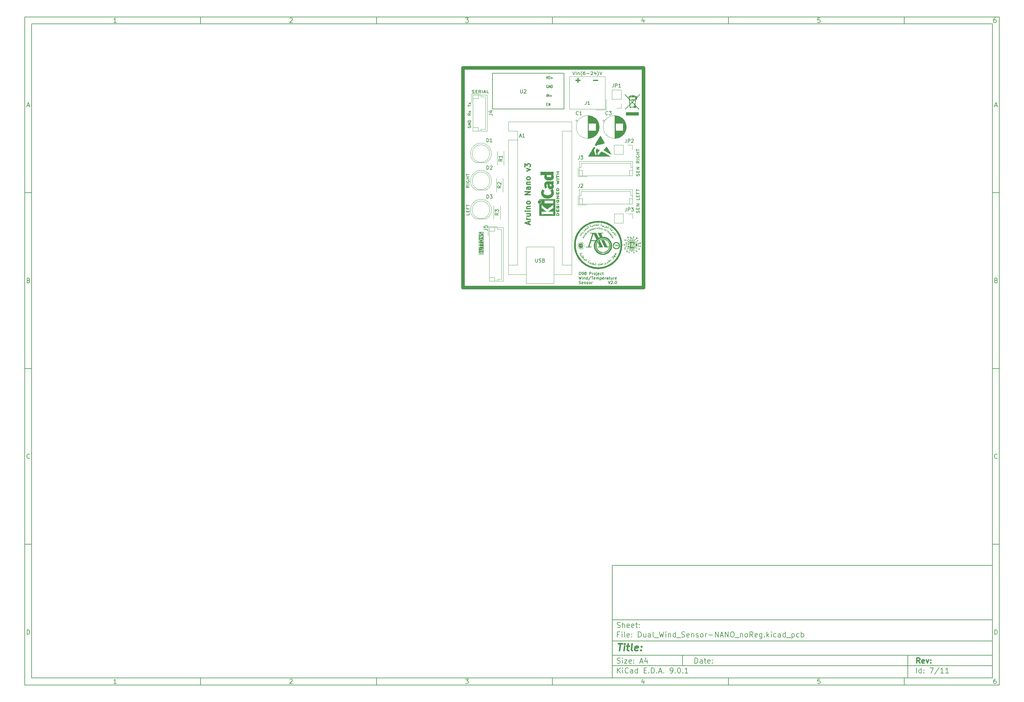
<source format=gbr>
%TF.GenerationSoftware,KiCad,Pcbnew,9.0.1*%
%TF.CreationDate,2025-07-06T08:30:04+03:00*%
%TF.ProjectId,Dual_Wind_Sensor-NANO_noReg,4475616c-5f57-4696-9e64-5f53656e736f,rev?*%
%TF.SameCoordinates,Original*%
%TF.FileFunction,Legend,Top*%
%TF.FilePolarity,Positive*%
%FSLAX46Y46*%
G04 Gerber Fmt 4.6, Leading zero omitted, Abs format (unit mm)*
G04 Created by KiCad (PCBNEW 9.0.1) date 2025-07-06 08:30:04*
%MOMM*%
%LPD*%
G01*
G04 APERTURE LIST*
%ADD10C,0.100000*%
%ADD11C,0.150000*%
%ADD12C,0.300000*%
%ADD13C,0.400000*%
%ADD14C,1.000000*%
%ADD15C,0.160000*%
%ADD16C,0.304800*%
%ADD17C,0.200000*%
%ADD18C,0.120000*%
%ADD19C,0.000000*%
%ADD20C,0.010000*%
%ADD21C,0.127000*%
G04 APERTURE END LIST*
D10*
D11*
X177002200Y-166007200D02*
X285002200Y-166007200D01*
X285002200Y-198007200D01*
X177002200Y-198007200D01*
X177002200Y-166007200D01*
D10*
D11*
X10000000Y-10000000D02*
X287002200Y-10000000D01*
X287002200Y-200007200D01*
X10000000Y-200007200D01*
X10000000Y-10000000D01*
D10*
D11*
X12000000Y-12000000D02*
X285002200Y-12000000D01*
X285002200Y-198007200D01*
X12000000Y-198007200D01*
X12000000Y-12000000D01*
D10*
D11*
X60000000Y-12000000D02*
X60000000Y-10000000D01*
D10*
D11*
X110000000Y-12000000D02*
X110000000Y-10000000D01*
D10*
D11*
X160000000Y-12000000D02*
X160000000Y-10000000D01*
D10*
D11*
X210000000Y-12000000D02*
X210000000Y-10000000D01*
D10*
D11*
X260000000Y-12000000D02*
X260000000Y-10000000D01*
D10*
D11*
X36089160Y-11593604D02*
X35346303Y-11593604D01*
X35717731Y-11593604D02*
X35717731Y-10293604D01*
X35717731Y-10293604D02*
X35593922Y-10479319D01*
X35593922Y-10479319D02*
X35470112Y-10603128D01*
X35470112Y-10603128D02*
X35346303Y-10665033D01*
D10*
D11*
X85346303Y-10417414D02*
X85408207Y-10355509D01*
X85408207Y-10355509D02*
X85532017Y-10293604D01*
X85532017Y-10293604D02*
X85841541Y-10293604D01*
X85841541Y-10293604D02*
X85965350Y-10355509D01*
X85965350Y-10355509D02*
X86027255Y-10417414D01*
X86027255Y-10417414D02*
X86089160Y-10541223D01*
X86089160Y-10541223D02*
X86089160Y-10665033D01*
X86089160Y-10665033D02*
X86027255Y-10850747D01*
X86027255Y-10850747D02*
X85284398Y-11593604D01*
X85284398Y-11593604D02*
X86089160Y-11593604D01*
D10*
D11*
X135284398Y-10293604D02*
X136089160Y-10293604D01*
X136089160Y-10293604D02*
X135655826Y-10788842D01*
X135655826Y-10788842D02*
X135841541Y-10788842D01*
X135841541Y-10788842D02*
X135965350Y-10850747D01*
X135965350Y-10850747D02*
X136027255Y-10912652D01*
X136027255Y-10912652D02*
X136089160Y-11036461D01*
X136089160Y-11036461D02*
X136089160Y-11345985D01*
X136089160Y-11345985D02*
X136027255Y-11469795D01*
X136027255Y-11469795D02*
X135965350Y-11531700D01*
X135965350Y-11531700D02*
X135841541Y-11593604D01*
X135841541Y-11593604D02*
X135470112Y-11593604D01*
X135470112Y-11593604D02*
X135346303Y-11531700D01*
X135346303Y-11531700D02*
X135284398Y-11469795D01*
D10*
D11*
X185965350Y-10726938D02*
X185965350Y-11593604D01*
X185655826Y-10231700D02*
X185346303Y-11160271D01*
X185346303Y-11160271D02*
X186151064Y-11160271D01*
D10*
D11*
X236027255Y-10293604D02*
X235408207Y-10293604D01*
X235408207Y-10293604D02*
X235346303Y-10912652D01*
X235346303Y-10912652D02*
X235408207Y-10850747D01*
X235408207Y-10850747D02*
X235532017Y-10788842D01*
X235532017Y-10788842D02*
X235841541Y-10788842D01*
X235841541Y-10788842D02*
X235965350Y-10850747D01*
X235965350Y-10850747D02*
X236027255Y-10912652D01*
X236027255Y-10912652D02*
X236089160Y-11036461D01*
X236089160Y-11036461D02*
X236089160Y-11345985D01*
X236089160Y-11345985D02*
X236027255Y-11469795D01*
X236027255Y-11469795D02*
X235965350Y-11531700D01*
X235965350Y-11531700D02*
X235841541Y-11593604D01*
X235841541Y-11593604D02*
X235532017Y-11593604D01*
X235532017Y-11593604D02*
X235408207Y-11531700D01*
X235408207Y-11531700D02*
X235346303Y-11469795D01*
D10*
D11*
X285965350Y-10293604D02*
X285717731Y-10293604D01*
X285717731Y-10293604D02*
X285593922Y-10355509D01*
X285593922Y-10355509D02*
X285532017Y-10417414D01*
X285532017Y-10417414D02*
X285408207Y-10603128D01*
X285408207Y-10603128D02*
X285346303Y-10850747D01*
X285346303Y-10850747D02*
X285346303Y-11345985D01*
X285346303Y-11345985D02*
X285408207Y-11469795D01*
X285408207Y-11469795D02*
X285470112Y-11531700D01*
X285470112Y-11531700D02*
X285593922Y-11593604D01*
X285593922Y-11593604D02*
X285841541Y-11593604D01*
X285841541Y-11593604D02*
X285965350Y-11531700D01*
X285965350Y-11531700D02*
X286027255Y-11469795D01*
X286027255Y-11469795D02*
X286089160Y-11345985D01*
X286089160Y-11345985D02*
X286089160Y-11036461D01*
X286089160Y-11036461D02*
X286027255Y-10912652D01*
X286027255Y-10912652D02*
X285965350Y-10850747D01*
X285965350Y-10850747D02*
X285841541Y-10788842D01*
X285841541Y-10788842D02*
X285593922Y-10788842D01*
X285593922Y-10788842D02*
X285470112Y-10850747D01*
X285470112Y-10850747D02*
X285408207Y-10912652D01*
X285408207Y-10912652D02*
X285346303Y-11036461D01*
D10*
D11*
X60000000Y-198007200D02*
X60000000Y-200007200D01*
D10*
D11*
X110000000Y-198007200D02*
X110000000Y-200007200D01*
D10*
D11*
X160000000Y-198007200D02*
X160000000Y-200007200D01*
D10*
D11*
X210000000Y-198007200D02*
X210000000Y-200007200D01*
D10*
D11*
X260000000Y-198007200D02*
X260000000Y-200007200D01*
D10*
D11*
X36089160Y-199600804D02*
X35346303Y-199600804D01*
X35717731Y-199600804D02*
X35717731Y-198300804D01*
X35717731Y-198300804D02*
X35593922Y-198486519D01*
X35593922Y-198486519D02*
X35470112Y-198610328D01*
X35470112Y-198610328D02*
X35346303Y-198672233D01*
D10*
D11*
X85346303Y-198424614D02*
X85408207Y-198362709D01*
X85408207Y-198362709D02*
X85532017Y-198300804D01*
X85532017Y-198300804D02*
X85841541Y-198300804D01*
X85841541Y-198300804D02*
X85965350Y-198362709D01*
X85965350Y-198362709D02*
X86027255Y-198424614D01*
X86027255Y-198424614D02*
X86089160Y-198548423D01*
X86089160Y-198548423D02*
X86089160Y-198672233D01*
X86089160Y-198672233D02*
X86027255Y-198857947D01*
X86027255Y-198857947D02*
X85284398Y-199600804D01*
X85284398Y-199600804D02*
X86089160Y-199600804D01*
D10*
D11*
X135284398Y-198300804D02*
X136089160Y-198300804D01*
X136089160Y-198300804D02*
X135655826Y-198796042D01*
X135655826Y-198796042D02*
X135841541Y-198796042D01*
X135841541Y-198796042D02*
X135965350Y-198857947D01*
X135965350Y-198857947D02*
X136027255Y-198919852D01*
X136027255Y-198919852D02*
X136089160Y-199043661D01*
X136089160Y-199043661D02*
X136089160Y-199353185D01*
X136089160Y-199353185D02*
X136027255Y-199476995D01*
X136027255Y-199476995D02*
X135965350Y-199538900D01*
X135965350Y-199538900D02*
X135841541Y-199600804D01*
X135841541Y-199600804D02*
X135470112Y-199600804D01*
X135470112Y-199600804D02*
X135346303Y-199538900D01*
X135346303Y-199538900D02*
X135284398Y-199476995D01*
D10*
D11*
X185965350Y-198734138D02*
X185965350Y-199600804D01*
X185655826Y-198238900D02*
X185346303Y-199167471D01*
X185346303Y-199167471D02*
X186151064Y-199167471D01*
D10*
D11*
X236027255Y-198300804D02*
X235408207Y-198300804D01*
X235408207Y-198300804D02*
X235346303Y-198919852D01*
X235346303Y-198919852D02*
X235408207Y-198857947D01*
X235408207Y-198857947D02*
X235532017Y-198796042D01*
X235532017Y-198796042D02*
X235841541Y-198796042D01*
X235841541Y-198796042D02*
X235965350Y-198857947D01*
X235965350Y-198857947D02*
X236027255Y-198919852D01*
X236027255Y-198919852D02*
X236089160Y-199043661D01*
X236089160Y-199043661D02*
X236089160Y-199353185D01*
X236089160Y-199353185D02*
X236027255Y-199476995D01*
X236027255Y-199476995D02*
X235965350Y-199538900D01*
X235965350Y-199538900D02*
X235841541Y-199600804D01*
X235841541Y-199600804D02*
X235532017Y-199600804D01*
X235532017Y-199600804D02*
X235408207Y-199538900D01*
X235408207Y-199538900D02*
X235346303Y-199476995D01*
D10*
D11*
X285965350Y-198300804D02*
X285717731Y-198300804D01*
X285717731Y-198300804D02*
X285593922Y-198362709D01*
X285593922Y-198362709D02*
X285532017Y-198424614D01*
X285532017Y-198424614D02*
X285408207Y-198610328D01*
X285408207Y-198610328D02*
X285346303Y-198857947D01*
X285346303Y-198857947D02*
X285346303Y-199353185D01*
X285346303Y-199353185D02*
X285408207Y-199476995D01*
X285408207Y-199476995D02*
X285470112Y-199538900D01*
X285470112Y-199538900D02*
X285593922Y-199600804D01*
X285593922Y-199600804D02*
X285841541Y-199600804D01*
X285841541Y-199600804D02*
X285965350Y-199538900D01*
X285965350Y-199538900D02*
X286027255Y-199476995D01*
X286027255Y-199476995D02*
X286089160Y-199353185D01*
X286089160Y-199353185D02*
X286089160Y-199043661D01*
X286089160Y-199043661D02*
X286027255Y-198919852D01*
X286027255Y-198919852D02*
X285965350Y-198857947D01*
X285965350Y-198857947D02*
X285841541Y-198796042D01*
X285841541Y-198796042D02*
X285593922Y-198796042D01*
X285593922Y-198796042D02*
X285470112Y-198857947D01*
X285470112Y-198857947D02*
X285408207Y-198919852D01*
X285408207Y-198919852D02*
X285346303Y-199043661D01*
D10*
D11*
X10000000Y-60000000D02*
X12000000Y-60000000D01*
D10*
D11*
X10000000Y-110000000D02*
X12000000Y-110000000D01*
D10*
D11*
X10000000Y-160000000D02*
X12000000Y-160000000D01*
D10*
D11*
X10690476Y-35222176D02*
X11309523Y-35222176D01*
X10566666Y-35593604D02*
X10999999Y-34293604D01*
X10999999Y-34293604D02*
X11433333Y-35593604D01*
D10*
D11*
X11092857Y-84912652D02*
X11278571Y-84974557D01*
X11278571Y-84974557D02*
X11340476Y-85036461D01*
X11340476Y-85036461D02*
X11402380Y-85160271D01*
X11402380Y-85160271D02*
X11402380Y-85345985D01*
X11402380Y-85345985D02*
X11340476Y-85469795D01*
X11340476Y-85469795D02*
X11278571Y-85531700D01*
X11278571Y-85531700D02*
X11154761Y-85593604D01*
X11154761Y-85593604D02*
X10659523Y-85593604D01*
X10659523Y-85593604D02*
X10659523Y-84293604D01*
X10659523Y-84293604D02*
X11092857Y-84293604D01*
X11092857Y-84293604D02*
X11216666Y-84355509D01*
X11216666Y-84355509D02*
X11278571Y-84417414D01*
X11278571Y-84417414D02*
X11340476Y-84541223D01*
X11340476Y-84541223D02*
X11340476Y-84665033D01*
X11340476Y-84665033D02*
X11278571Y-84788842D01*
X11278571Y-84788842D02*
X11216666Y-84850747D01*
X11216666Y-84850747D02*
X11092857Y-84912652D01*
X11092857Y-84912652D02*
X10659523Y-84912652D01*
D10*
D11*
X11402380Y-135469795D02*
X11340476Y-135531700D01*
X11340476Y-135531700D02*
X11154761Y-135593604D01*
X11154761Y-135593604D02*
X11030952Y-135593604D01*
X11030952Y-135593604D02*
X10845238Y-135531700D01*
X10845238Y-135531700D02*
X10721428Y-135407890D01*
X10721428Y-135407890D02*
X10659523Y-135284080D01*
X10659523Y-135284080D02*
X10597619Y-135036461D01*
X10597619Y-135036461D02*
X10597619Y-134850747D01*
X10597619Y-134850747D02*
X10659523Y-134603128D01*
X10659523Y-134603128D02*
X10721428Y-134479319D01*
X10721428Y-134479319D02*
X10845238Y-134355509D01*
X10845238Y-134355509D02*
X11030952Y-134293604D01*
X11030952Y-134293604D02*
X11154761Y-134293604D01*
X11154761Y-134293604D02*
X11340476Y-134355509D01*
X11340476Y-134355509D02*
X11402380Y-134417414D01*
D10*
D11*
X10659523Y-185593604D02*
X10659523Y-184293604D01*
X10659523Y-184293604D02*
X10969047Y-184293604D01*
X10969047Y-184293604D02*
X11154761Y-184355509D01*
X11154761Y-184355509D02*
X11278571Y-184479319D01*
X11278571Y-184479319D02*
X11340476Y-184603128D01*
X11340476Y-184603128D02*
X11402380Y-184850747D01*
X11402380Y-184850747D02*
X11402380Y-185036461D01*
X11402380Y-185036461D02*
X11340476Y-185284080D01*
X11340476Y-185284080D02*
X11278571Y-185407890D01*
X11278571Y-185407890D02*
X11154761Y-185531700D01*
X11154761Y-185531700D02*
X10969047Y-185593604D01*
X10969047Y-185593604D02*
X10659523Y-185593604D01*
D10*
D11*
X287002200Y-60000000D02*
X285002200Y-60000000D01*
D10*
D11*
X287002200Y-110000000D02*
X285002200Y-110000000D01*
D10*
D11*
X287002200Y-160000000D02*
X285002200Y-160000000D01*
D10*
D11*
X285692676Y-35222176D02*
X286311723Y-35222176D01*
X285568866Y-35593604D02*
X286002199Y-34293604D01*
X286002199Y-34293604D02*
X286435533Y-35593604D01*
D10*
D11*
X286095057Y-84912652D02*
X286280771Y-84974557D01*
X286280771Y-84974557D02*
X286342676Y-85036461D01*
X286342676Y-85036461D02*
X286404580Y-85160271D01*
X286404580Y-85160271D02*
X286404580Y-85345985D01*
X286404580Y-85345985D02*
X286342676Y-85469795D01*
X286342676Y-85469795D02*
X286280771Y-85531700D01*
X286280771Y-85531700D02*
X286156961Y-85593604D01*
X286156961Y-85593604D02*
X285661723Y-85593604D01*
X285661723Y-85593604D02*
X285661723Y-84293604D01*
X285661723Y-84293604D02*
X286095057Y-84293604D01*
X286095057Y-84293604D02*
X286218866Y-84355509D01*
X286218866Y-84355509D02*
X286280771Y-84417414D01*
X286280771Y-84417414D02*
X286342676Y-84541223D01*
X286342676Y-84541223D02*
X286342676Y-84665033D01*
X286342676Y-84665033D02*
X286280771Y-84788842D01*
X286280771Y-84788842D02*
X286218866Y-84850747D01*
X286218866Y-84850747D02*
X286095057Y-84912652D01*
X286095057Y-84912652D02*
X285661723Y-84912652D01*
D10*
D11*
X286404580Y-135469795D02*
X286342676Y-135531700D01*
X286342676Y-135531700D02*
X286156961Y-135593604D01*
X286156961Y-135593604D02*
X286033152Y-135593604D01*
X286033152Y-135593604D02*
X285847438Y-135531700D01*
X285847438Y-135531700D02*
X285723628Y-135407890D01*
X285723628Y-135407890D02*
X285661723Y-135284080D01*
X285661723Y-135284080D02*
X285599819Y-135036461D01*
X285599819Y-135036461D02*
X285599819Y-134850747D01*
X285599819Y-134850747D02*
X285661723Y-134603128D01*
X285661723Y-134603128D02*
X285723628Y-134479319D01*
X285723628Y-134479319D02*
X285847438Y-134355509D01*
X285847438Y-134355509D02*
X286033152Y-134293604D01*
X286033152Y-134293604D02*
X286156961Y-134293604D01*
X286156961Y-134293604D02*
X286342676Y-134355509D01*
X286342676Y-134355509D02*
X286404580Y-134417414D01*
D10*
D11*
X285661723Y-185593604D02*
X285661723Y-184293604D01*
X285661723Y-184293604D02*
X285971247Y-184293604D01*
X285971247Y-184293604D02*
X286156961Y-184355509D01*
X286156961Y-184355509D02*
X286280771Y-184479319D01*
X286280771Y-184479319D02*
X286342676Y-184603128D01*
X286342676Y-184603128D02*
X286404580Y-184850747D01*
X286404580Y-184850747D02*
X286404580Y-185036461D01*
X286404580Y-185036461D02*
X286342676Y-185284080D01*
X286342676Y-185284080D02*
X286280771Y-185407890D01*
X286280771Y-185407890D02*
X286156961Y-185531700D01*
X286156961Y-185531700D02*
X285971247Y-185593604D01*
X285971247Y-185593604D02*
X285661723Y-185593604D01*
D10*
D11*
X200458026Y-193793328D02*
X200458026Y-192293328D01*
X200458026Y-192293328D02*
X200815169Y-192293328D01*
X200815169Y-192293328D02*
X201029455Y-192364757D01*
X201029455Y-192364757D02*
X201172312Y-192507614D01*
X201172312Y-192507614D02*
X201243741Y-192650471D01*
X201243741Y-192650471D02*
X201315169Y-192936185D01*
X201315169Y-192936185D02*
X201315169Y-193150471D01*
X201315169Y-193150471D02*
X201243741Y-193436185D01*
X201243741Y-193436185D02*
X201172312Y-193579042D01*
X201172312Y-193579042D02*
X201029455Y-193721900D01*
X201029455Y-193721900D02*
X200815169Y-193793328D01*
X200815169Y-193793328D02*
X200458026Y-193793328D01*
X202600884Y-193793328D02*
X202600884Y-193007614D01*
X202600884Y-193007614D02*
X202529455Y-192864757D01*
X202529455Y-192864757D02*
X202386598Y-192793328D01*
X202386598Y-192793328D02*
X202100884Y-192793328D01*
X202100884Y-192793328D02*
X201958026Y-192864757D01*
X202600884Y-193721900D02*
X202458026Y-193793328D01*
X202458026Y-193793328D02*
X202100884Y-193793328D01*
X202100884Y-193793328D02*
X201958026Y-193721900D01*
X201958026Y-193721900D02*
X201886598Y-193579042D01*
X201886598Y-193579042D02*
X201886598Y-193436185D01*
X201886598Y-193436185D02*
X201958026Y-193293328D01*
X201958026Y-193293328D02*
X202100884Y-193221900D01*
X202100884Y-193221900D02*
X202458026Y-193221900D01*
X202458026Y-193221900D02*
X202600884Y-193150471D01*
X203100884Y-192793328D02*
X203672312Y-192793328D01*
X203315169Y-192293328D02*
X203315169Y-193579042D01*
X203315169Y-193579042D02*
X203386598Y-193721900D01*
X203386598Y-193721900D02*
X203529455Y-193793328D01*
X203529455Y-193793328D02*
X203672312Y-193793328D01*
X204743741Y-193721900D02*
X204600884Y-193793328D01*
X204600884Y-193793328D02*
X204315170Y-193793328D01*
X204315170Y-193793328D02*
X204172312Y-193721900D01*
X204172312Y-193721900D02*
X204100884Y-193579042D01*
X204100884Y-193579042D02*
X204100884Y-193007614D01*
X204100884Y-193007614D02*
X204172312Y-192864757D01*
X204172312Y-192864757D02*
X204315170Y-192793328D01*
X204315170Y-192793328D02*
X204600884Y-192793328D01*
X204600884Y-192793328D02*
X204743741Y-192864757D01*
X204743741Y-192864757D02*
X204815170Y-193007614D01*
X204815170Y-193007614D02*
X204815170Y-193150471D01*
X204815170Y-193150471D02*
X204100884Y-193293328D01*
X205458026Y-193650471D02*
X205529455Y-193721900D01*
X205529455Y-193721900D02*
X205458026Y-193793328D01*
X205458026Y-193793328D02*
X205386598Y-193721900D01*
X205386598Y-193721900D02*
X205458026Y-193650471D01*
X205458026Y-193650471D02*
X205458026Y-193793328D01*
X205458026Y-192864757D02*
X205529455Y-192936185D01*
X205529455Y-192936185D02*
X205458026Y-193007614D01*
X205458026Y-193007614D02*
X205386598Y-192936185D01*
X205386598Y-192936185D02*
X205458026Y-192864757D01*
X205458026Y-192864757D02*
X205458026Y-193007614D01*
D10*
D11*
X177002200Y-194507200D02*
X285002200Y-194507200D01*
D10*
D11*
X178458026Y-196593328D02*
X178458026Y-195093328D01*
X179315169Y-196593328D02*
X178672312Y-195736185D01*
X179315169Y-195093328D02*
X178458026Y-195950471D01*
X179958026Y-196593328D02*
X179958026Y-195593328D01*
X179958026Y-195093328D02*
X179886598Y-195164757D01*
X179886598Y-195164757D02*
X179958026Y-195236185D01*
X179958026Y-195236185D02*
X180029455Y-195164757D01*
X180029455Y-195164757D02*
X179958026Y-195093328D01*
X179958026Y-195093328D02*
X179958026Y-195236185D01*
X181529455Y-196450471D02*
X181458027Y-196521900D01*
X181458027Y-196521900D02*
X181243741Y-196593328D01*
X181243741Y-196593328D02*
X181100884Y-196593328D01*
X181100884Y-196593328D02*
X180886598Y-196521900D01*
X180886598Y-196521900D02*
X180743741Y-196379042D01*
X180743741Y-196379042D02*
X180672312Y-196236185D01*
X180672312Y-196236185D02*
X180600884Y-195950471D01*
X180600884Y-195950471D02*
X180600884Y-195736185D01*
X180600884Y-195736185D02*
X180672312Y-195450471D01*
X180672312Y-195450471D02*
X180743741Y-195307614D01*
X180743741Y-195307614D02*
X180886598Y-195164757D01*
X180886598Y-195164757D02*
X181100884Y-195093328D01*
X181100884Y-195093328D02*
X181243741Y-195093328D01*
X181243741Y-195093328D02*
X181458027Y-195164757D01*
X181458027Y-195164757D02*
X181529455Y-195236185D01*
X182815170Y-196593328D02*
X182815170Y-195807614D01*
X182815170Y-195807614D02*
X182743741Y-195664757D01*
X182743741Y-195664757D02*
X182600884Y-195593328D01*
X182600884Y-195593328D02*
X182315170Y-195593328D01*
X182315170Y-195593328D02*
X182172312Y-195664757D01*
X182815170Y-196521900D02*
X182672312Y-196593328D01*
X182672312Y-196593328D02*
X182315170Y-196593328D01*
X182315170Y-196593328D02*
X182172312Y-196521900D01*
X182172312Y-196521900D02*
X182100884Y-196379042D01*
X182100884Y-196379042D02*
X182100884Y-196236185D01*
X182100884Y-196236185D02*
X182172312Y-196093328D01*
X182172312Y-196093328D02*
X182315170Y-196021900D01*
X182315170Y-196021900D02*
X182672312Y-196021900D01*
X182672312Y-196021900D02*
X182815170Y-195950471D01*
X184172313Y-196593328D02*
X184172313Y-195093328D01*
X184172313Y-196521900D02*
X184029455Y-196593328D01*
X184029455Y-196593328D02*
X183743741Y-196593328D01*
X183743741Y-196593328D02*
X183600884Y-196521900D01*
X183600884Y-196521900D02*
X183529455Y-196450471D01*
X183529455Y-196450471D02*
X183458027Y-196307614D01*
X183458027Y-196307614D02*
X183458027Y-195879042D01*
X183458027Y-195879042D02*
X183529455Y-195736185D01*
X183529455Y-195736185D02*
X183600884Y-195664757D01*
X183600884Y-195664757D02*
X183743741Y-195593328D01*
X183743741Y-195593328D02*
X184029455Y-195593328D01*
X184029455Y-195593328D02*
X184172313Y-195664757D01*
X186029455Y-195807614D02*
X186529455Y-195807614D01*
X186743741Y-196593328D02*
X186029455Y-196593328D01*
X186029455Y-196593328D02*
X186029455Y-195093328D01*
X186029455Y-195093328D02*
X186743741Y-195093328D01*
X187386598Y-196450471D02*
X187458027Y-196521900D01*
X187458027Y-196521900D02*
X187386598Y-196593328D01*
X187386598Y-196593328D02*
X187315170Y-196521900D01*
X187315170Y-196521900D02*
X187386598Y-196450471D01*
X187386598Y-196450471D02*
X187386598Y-196593328D01*
X188100884Y-196593328D02*
X188100884Y-195093328D01*
X188100884Y-195093328D02*
X188458027Y-195093328D01*
X188458027Y-195093328D02*
X188672313Y-195164757D01*
X188672313Y-195164757D02*
X188815170Y-195307614D01*
X188815170Y-195307614D02*
X188886599Y-195450471D01*
X188886599Y-195450471D02*
X188958027Y-195736185D01*
X188958027Y-195736185D02*
X188958027Y-195950471D01*
X188958027Y-195950471D02*
X188886599Y-196236185D01*
X188886599Y-196236185D02*
X188815170Y-196379042D01*
X188815170Y-196379042D02*
X188672313Y-196521900D01*
X188672313Y-196521900D02*
X188458027Y-196593328D01*
X188458027Y-196593328D02*
X188100884Y-196593328D01*
X189600884Y-196450471D02*
X189672313Y-196521900D01*
X189672313Y-196521900D02*
X189600884Y-196593328D01*
X189600884Y-196593328D02*
X189529456Y-196521900D01*
X189529456Y-196521900D02*
X189600884Y-196450471D01*
X189600884Y-196450471D02*
X189600884Y-196593328D01*
X190243742Y-196164757D02*
X190958028Y-196164757D01*
X190100885Y-196593328D02*
X190600885Y-195093328D01*
X190600885Y-195093328D02*
X191100885Y-196593328D01*
X191600884Y-196450471D02*
X191672313Y-196521900D01*
X191672313Y-196521900D02*
X191600884Y-196593328D01*
X191600884Y-196593328D02*
X191529456Y-196521900D01*
X191529456Y-196521900D02*
X191600884Y-196450471D01*
X191600884Y-196450471D02*
X191600884Y-196593328D01*
X193529456Y-196593328D02*
X193815170Y-196593328D01*
X193815170Y-196593328D02*
X193958027Y-196521900D01*
X193958027Y-196521900D02*
X194029456Y-196450471D01*
X194029456Y-196450471D02*
X194172313Y-196236185D01*
X194172313Y-196236185D02*
X194243742Y-195950471D01*
X194243742Y-195950471D02*
X194243742Y-195379042D01*
X194243742Y-195379042D02*
X194172313Y-195236185D01*
X194172313Y-195236185D02*
X194100885Y-195164757D01*
X194100885Y-195164757D02*
X193958027Y-195093328D01*
X193958027Y-195093328D02*
X193672313Y-195093328D01*
X193672313Y-195093328D02*
X193529456Y-195164757D01*
X193529456Y-195164757D02*
X193458027Y-195236185D01*
X193458027Y-195236185D02*
X193386599Y-195379042D01*
X193386599Y-195379042D02*
X193386599Y-195736185D01*
X193386599Y-195736185D02*
X193458027Y-195879042D01*
X193458027Y-195879042D02*
X193529456Y-195950471D01*
X193529456Y-195950471D02*
X193672313Y-196021900D01*
X193672313Y-196021900D02*
X193958027Y-196021900D01*
X193958027Y-196021900D02*
X194100885Y-195950471D01*
X194100885Y-195950471D02*
X194172313Y-195879042D01*
X194172313Y-195879042D02*
X194243742Y-195736185D01*
X194886598Y-196450471D02*
X194958027Y-196521900D01*
X194958027Y-196521900D02*
X194886598Y-196593328D01*
X194886598Y-196593328D02*
X194815170Y-196521900D01*
X194815170Y-196521900D02*
X194886598Y-196450471D01*
X194886598Y-196450471D02*
X194886598Y-196593328D01*
X195886599Y-195093328D02*
X196029456Y-195093328D01*
X196029456Y-195093328D02*
X196172313Y-195164757D01*
X196172313Y-195164757D02*
X196243742Y-195236185D01*
X196243742Y-195236185D02*
X196315170Y-195379042D01*
X196315170Y-195379042D02*
X196386599Y-195664757D01*
X196386599Y-195664757D02*
X196386599Y-196021900D01*
X196386599Y-196021900D02*
X196315170Y-196307614D01*
X196315170Y-196307614D02*
X196243742Y-196450471D01*
X196243742Y-196450471D02*
X196172313Y-196521900D01*
X196172313Y-196521900D02*
X196029456Y-196593328D01*
X196029456Y-196593328D02*
X195886599Y-196593328D01*
X195886599Y-196593328D02*
X195743742Y-196521900D01*
X195743742Y-196521900D02*
X195672313Y-196450471D01*
X195672313Y-196450471D02*
X195600884Y-196307614D01*
X195600884Y-196307614D02*
X195529456Y-196021900D01*
X195529456Y-196021900D02*
X195529456Y-195664757D01*
X195529456Y-195664757D02*
X195600884Y-195379042D01*
X195600884Y-195379042D02*
X195672313Y-195236185D01*
X195672313Y-195236185D02*
X195743742Y-195164757D01*
X195743742Y-195164757D02*
X195886599Y-195093328D01*
X197029455Y-196450471D02*
X197100884Y-196521900D01*
X197100884Y-196521900D02*
X197029455Y-196593328D01*
X197029455Y-196593328D02*
X196958027Y-196521900D01*
X196958027Y-196521900D02*
X197029455Y-196450471D01*
X197029455Y-196450471D02*
X197029455Y-196593328D01*
X198529456Y-196593328D02*
X197672313Y-196593328D01*
X198100884Y-196593328D02*
X198100884Y-195093328D01*
X198100884Y-195093328D02*
X197958027Y-195307614D01*
X197958027Y-195307614D02*
X197815170Y-195450471D01*
X197815170Y-195450471D02*
X197672313Y-195521900D01*
D10*
D11*
X177002200Y-191507200D02*
X285002200Y-191507200D01*
D10*
D12*
X264413853Y-193785528D02*
X263913853Y-193071242D01*
X263556710Y-193785528D02*
X263556710Y-192285528D01*
X263556710Y-192285528D02*
X264128139Y-192285528D01*
X264128139Y-192285528D02*
X264270996Y-192356957D01*
X264270996Y-192356957D02*
X264342425Y-192428385D01*
X264342425Y-192428385D02*
X264413853Y-192571242D01*
X264413853Y-192571242D02*
X264413853Y-192785528D01*
X264413853Y-192785528D02*
X264342425Y-192928385D01*
X264342425Y-192928385D02*
X264270996Y-192999814D01*
X264270996Y-192999814D02*
X264128139Y-193071242D01*
X264128139Y-193071242D02*
X263556710Y-193071242D01*
X265628139Y-193714100D02*
X265485282Y-193785528D01*
X265485282Y-193785528D02*
X265199568Y-193785528D01*
X265199568Y-193785528D02*
X265056710Y-193714100D01*
X265056710Y-193714100D02*
X264985282Y-193571242D01*
X264985282Y-193571242D02*
X264985282Y-192999814D01*
X264985282Y-192999814D02*
X265056710Y-192856957D01*
X265056710Y-192856957D02*
X265199568Y-192785528D01*
X265199568Y-192785528D02*
X265485282Y-192785528D01*
X265485282Y-192785528D02*
X265628139Y-192856957D01*
X265628139Y-192856957D02*
X265699568Y-192999814D01*
X265699568Y-192999814D02*
X265699568Y-193142671D01*
X265699568Y-193142671D02*
X264985282Y-193285528D01*
X266199567Y-192785528D02*
X266556710Y-193785528D01*
X266556710Y-193785528D02*
X266913853Y-192785528D01*
X267485281Y-193642671D02*
X267556710Y-193714100D01*
X267556710Y-193714100D02*
X267485281Y-193785528D01*
X267485281Y-193785528D02*
X267413853Y-193714100D01*
X267413853Y-193714100D02*
X267485281Y-193642671D01*
X267485281Y-193642671D02*
X267485281Y-193785528D01*
X267485281Y-192856957D02*
X267556710Y-192928385D01*
X267556710Y-192928385D02*
X267485281Y-192999814D01*
X267485281Y-192999814D02*
X267413853Y-192928385D01*
X267413853Y-192928385D02*
X267485281Y-192856957D01*
X267485281Y-192856957D02*
X267485281Y-192999814D01*
D10*
D11*
X178386598Y-193721900D02*
X178600884Y-193793328D01*
X178600884Y-193793328D02*
X178958026Y-193793328D01*
X178958026Y-193793328D02*
X179100884Y-193721900D01*
X179100884Y-193721900D02*
X179172312Y-193650471D01*
X179172312Y-193650471D02*
X179243741Y-193507614D01*
X179243741Y-193507614D02*
X179243741Y-193364757D01*
X179243741Y-193364757D02*
X179172312Y-193221900D01*
X179172312Y-193221900D02*
X179100884Y-193150471D01*
X179100884Y-193150471D02*
X178958026Y-193079042D01*
X178958026Y-193079042D02*
X178672312Y-193007614D01*
X178672312Y-193007614D02*
X178529455Y-192936185D01*
X178529455Y-192936185D02*
X178458026Y-192864757D01*
X178458026Y-192864757D02*
X178386598Y-192721900D01*
X178386598Y-192721900D02*
X178386598Y-192579042D01*
X178386598Y-192579042D02*
X178458026Y-192436185D01*
X178458026Y-192436185D02*
X178529455Y-192364757D01*
X178529455Y-192364757D02*
X178672312Y-192293328D01*
X178672312Y-192293328D02*
X179029455Y-192293328D01*
X179029455Y-192293328D02*
X179243741Y-192364757D01*
X179886597Y-193793328D02*
X179886597Y-192793328D01*
X179886597Y-192293328D02*
X179815169Y-192364757D01*
X179815169Y-192364757D02*
X179886597Y-192436185D01*
X179886597Y-192436185D02*
X179958026Y-192364757D01*
X179958026Y-192364757D02*
X179886597Y-192293328D01*
X179886597Y-192293328D02*
X179886597Y-192436185D01*
X180458026Y-192793328D02*
X181243741Y-192793328D01*
X181243741Y-192793328D02*
X180458026Y-193793328D01*
X180458026Y-193793328D02*
X181243741Y-193793328D01*
X182386598Y-193721900D02*
X182243741Y-193793328D01*
X182243741Y-193793328D02*
X181958027Y-193793328D01*
X181958027Y-193793328D02*
X181815169Y-193721900D01*
X181815169Y-193721900D02*
X181743741Y-193579042D01*
X181743741Y-193579042D02*
X181743741Y-193007614D01*
X181743741Y-193007614D02*
X181815169Y-192864757D01*
X181815169Y-192864757D02*
X181958027Y-192793328D01*
X181958027Y-192793328D02*
X182243741Y-192793328D01*
X182243741Y-192793328D02*
X182386598Y-192864757D01*
X182386598Y-192864757D02*
X182458027Y-193007614D01*
X182458027Y-193007614D02*
X182458027Y-193150471D01*
X182458027Y-193150471D02*
X181743741Y-193293328D01*
X183100883Y-193650471D02*
X183172312Y-193721900D01*
X183172312Y-193721900D02*
X183100883Y-193793328D01*
X183100883Y-193793328D02*
X183029455Y-193721900D01*
X183029455Y-193721900D02*
X183100883Y-193650471D01*
X183100883Y-193650471D02*
X183100883Y-193793328D01*
X183100883Y-192864757D02*
X183172312Y-192936185D01*
X183172312Y-192936185D02*
X183100883Y-193007614D01*
X183100883Y-193007614D02*
X183029455Y-192936185D01*
X183029455Y-192936185D02*
X183100883Y-192864757D01*
X183100883Y-192864757D02*
X183100883Y-193007614D01*
X184886598Y-193364757D02*
X185600884Y-193364757D01*
X184743741Y-193793328D02*
X185243741Y-192293328D01*
X185243741Y-192293328D02*
X185743741Y-193793328D01*
X186886598Y-192793328D02*
X186886598Y-193793328D01*
X186529455Y-192221900D02*
X186172312Y-193293328D01*
X186172312Y-193293328D02*
X187100883Y-193293328D01*
D10*
D11*
X263458026Y-196593328D02*
X263458026Y-195093328D01*
X264815170Y-196593328D02*
X264815170Y-195093328D01*
X264815170Y-196521900D02*
X264672312Y-196593328D01*
X264672312Y-196593328D02*
X264386598Y-196593328D01*
X264386598Y-196593328D02*
X264243741Y-196521900D01*
X264243741Y-196521900D02*
X264172312Y-196450471D01*
X264172312Y-196450471D02*
X264100884Y-196307614D01*
X264100884Y-196307614D02*
X264100884Y-195879042D01*
X264100884Y-195879042D02*
X264172312Y-195736185D01*
X264172312Y-195736185D02*
X264243741Y-195664757D01*
X264243741Y-195664757D02*
X264386598Y-195593328D01*
X264386598Y-195593328D02*
X264672312Y-195593328D01*
X264672312Y-195593328D02*
X264815170Y-195664757D01*
X265529455Y-196450471D02*
X265600884Y-196521900D01*
X265600884Y-196521900D02*
X265529455Y-196593328D01*
X265529455Y-196593328D02*
X265458027Y-196521900D01*
X265458027Y-196521900D02*
X265529455Y-196450471D01*
X265529455Y-196450471D02*
X265529455Y-196593328D01*
X265529455Y-195664757D02*
X265600884Y-195736185D01*
X265600884Y-195736185D02*
X265529455Y-195807614D01*
X265529455Y-195807614D02*
X265458027Y-195736185D01*
X265458027Y-195736185D02*
X265529455Y-195664757D01*
X265529455Y-195664757D02*
X265529455Y-195807614D01*
X267243741Y-195093328D02*
X268243741Y-195093328D01*
X268243741Y-195093328D02*
X267600884Y-196593328D01*
X269886598Y-195021900D02*
X268600884Y-196950471D01*
X271172313Y-196593328D02*
X270315170Y-196593328D01*
X270743741Y-196593328D02*
X270743741Y-195093328D01*
X270743741Y-195093328D02*
X270600884Y-195307614D01*
X270600884Y-195307614D02*
X270458027Y-195450471D01*
X270458027Y-195450471D02*
X270315170Y-195521900D01*
X272600884Y-196593328D02*
X271743741Y-196593328D01*
X272172312Y-196593328D02*
X272172312Y-195093328D01*
X272172312Y-195093328D02*
X272029455Y-195307614D01*
X272029455Y-195307614D02*
X271886598Y-195450471D01*
X271886598Y-195450471D02*
X271743741Y-195521900D01*
D10*
D11*
X177002200Y-187507200D02*
X285002200Y-187507200D01*
D10*
D13*
X178693928Y-188211638D02*
X179836785Y-188211638D01*
X179015357Y-190211638D02*
X179265357Y-188211638D01*
X180253452Y-190211638D02*
X180420119Y-188878304D01*
X180503452Y-188211638D02*
X180396309Y-188306876D01*
X180396309Y-188306876D02*
X180479643Y-188402114D01*
X180479643Y-188402114D02*
X180586786Y-188306876D01*
X180586786Y-188306876D02*
X180503452Y-188211638D01*
X180503452Y-188211638D02*
X180479643Y-188402114D01*
X181086786Y-188878304D02*
X181848690Y-188878304D01*
X181455833Y-188211638D02*
X181241548Y-189925923D01*
X181241548Y-189925923D02*
X181312976Y-190116400D01*
X181312976Y-190116400D02*
X181491548Y-190211638D01*
X181491548Y-190211638D02*
X181682024Y-190211638D01*
X182634405Y-190211638D02*
X182455833Y-190116400D01*
X182455833Y-190116400D02*
X182384405Y-189925923D01*
X182384405Y-189925923D02*
X182598690Y-188211638D01*
X184170119Y-190116400D02*
X183967738Y-190211638D01*
X183967738Y-190211638D02*
X183586785Y-190211638D01*
X183586785Y-190211638D02*
X183408214Y-190116400D01*
X183408214Y-190116400D02*
X183336785Y-189925923D01*
X183336785Y-189925923D02*
X183432024Y-189164019D01*
X183432024Y-189164019D02*
X183551071Y-188973542D01*
X183551071Y-188973542D02*
X183753452Y-188878304D01*
X183753452Y-188878304D02*
X184134404Y-188878304D01*
X184134404Y-188878304D02*
X184312976Y-188973542D01*
X184312976Y-188973542D02*
X184384404Y-189164019D01*
X184384404Y-189164019D02*
X184360595Y-189354495D01*
X184360595Y-189354495D02*
X183384404Y-189544971D01*
X185134405Y-190021161D02*
X185217738Y-190116400D01*
X185217738Y-190116400D02*
X185110595Y-190211638D01*
X185110595Y-190211638D02*
X185027262Y-190116400D01*
X185027262Y-190116400D02*
X185134405Y-190021161D01*
X185134405Y-190021161D02*
X185110595Y-190211638D01*
X185265357Y-188973542D02*
X185348690Y-189068780D01*
X185348690Y-189068780D02*
X185241548Y-189164019D01*
X185241548Y-189164019D02*
X185158214Y-189068780D01*
X185158214Y-189068780D02*
X185265357Y-188973542D01*
X185265357Y-188973542D02*
X185241548Y-189164019D01*
D10*
D11*
X178958026Y-185607614D02*
X178458026Y-185607614D01*
X178458026Y-186393328D02*
X178458026Y-184893328D01*
X178458026Y-184893328D02*
X179172312Y-184893328D01*
X179743740Y-186393328D02*
X179743740Y-185393328D01*
X179743740Y-184893328D02*
X179672312Y-184964757D01*
X179672312Y-184964757D02*
X179743740Y-185036185D01*
X179743740Y-185036185D02*
X179815169Y-184964757D01*
X179815169Y-184964757D02*
X179743740Y-184893328D01*
X179743740Y-184893328D02*
X179743740Y-185036185D01*
X180672312Y-186393328D02*
X180529455Y-186321900D01*
X180529455Y-186321900D02*
X180458026Y-186179042D01*
X180458026Y-186179042D02*
X180458026Y-184893328D01*
X181815169Y-186321900D02*
X181672312Y-186393328D01*
X181672312Y-186393328D02*
X181386598Y-186393328D01*
X181386598Y-186393328D02*
X181243740Y-186321900D01*
X181243740Y-186321900D02*
X181172312Y-186179042D01*
X181172312Y-186179042D02*
X181172312Y-185607614D01*
X181172312Y-185607614D02*
X181243740Y-185464757D01*
X181243740Y-185464757D02*
X181386598Y-185393328D01*
X181386598Y-185393328D02*
X181672312Y-185393328D01*
X181672312Y-185393328D02*
X181815169Y-185464757D01*
X181815169Y-185464757D02*
X181886598Y-185607614D01*
X181886598Y-185607614D02*
X181886598Y-185750471D01*
X181886598Y-185750471D02*
X181172312Y-185893328D01*
X182529454Y-186250471D02*
X182600883Y-186321900D01*
X182600883Y-186321900D02*
X182529454Y-186393328D01*
X182529454Y-186393328D02*
X182458026Y-186321900D01*
X182458026Y-186321900D02*
X182529454Y-186250471D01*
X182529454Y-186250471D02*
X182529454Y-186393328D01*
X182529454Y-185464757D02*
X182600883Y-185536185D01*
X182600883Y-185536185D02*
X182529454Y-185607614D01*
X182529454Y-185607614D02*
X182458026Y-185536185D01*
X182458026Y-185536185D02*
X182529454Y-185464757D01*
X182529454Y-185464757D02*
X182529454Y-185607614D01*
X184386597Y-186393328D02*
X184386597Y-184893328D01*
X184386597Y-184893328D02*
X184743740Y-184893328D01*
X184743740Y-184893328D02*
X184958026Y-184964757D01*
X184958026Y-184964757D02*
X185100883Y-185107614D01*
X185100883Y-185107614D02*
X185172312Y-185250471D01*
X185172312Y-185250471D02*
X185243740Y-185536185D01*
X185243740Y-185536185D02*
X185243740Y-185750471D01*
X185243740Y-185750471D02*
X185172312Y-186036185D01*
X185172312Y-186036185D02*
X185100883Y-186179042D01*
X185100883Y-186179042D02*
X184958026Y-186321900D01*
X184958026Y-186321900D02*
X184743740Y-186393328D01*
X184743740Y-186393328D02*
X184386597Y-186393328D01*
X186529455Y-185393328D02*
X186529455Y-186393328D01*
X185886597Y-185393328D02*
X185886597Y-186179042D01*
X185886597Y-186179042D02*
X185958026Y-186321900D01*
X185958026Y-186321900D02*
X186100883Y-186393328D01*
X186100883Y-186393328D02*
X186315169Y-186393328D01*
X186315169Y-186393328D02*
X186458026Y-186321900D01*
X186458026Y-186321900D02*
X186529455Y-186250471D01*
X187886598Y-186393328D02*
X187886598Y-185607614D01*
X187886598Y-185607614D02*
X187815169Y-185464757D01*
X187815169Y-185464757D02*
X187672312Y-185393328D01*
X187672312Y-185393328D02*
X187386598Y-185393328D01*
X187386598Y-185393328D02*
X187243740Y-185464757D01*
X187886598Y-186321900D02*
X187743740Y-186393328D01*
X187743740Y-186393328D02*
X187386598Y-186393328D01*
X187386598Y-186393328D02*
X187243740Y-186321900D01*
X187243740Y-186321900D02*
X187172312Y-186179042D01*
X187172312Y-186179042D02*
X187172312Y-186036185D01*
X187172312Y-186036185D02*
X187243740Y-185893328D01*
X187243740Y-185893328D02*
X187386598Y-185821900D01*
X187386598Y-185821900D02*
X187743740Y-185821900D01*
X187743740Y-185821900D02*
X187886598Y-185750471D01*
X188815169Y-186393328D02*
X188672312Y-186321900D01*
X188672312Y-186321900D02*
X188600883Y-186179042D01*
X188600883Y-186179042D02*
X188600883Y-184893328D01*
X189029455Y-186536185D02*
X190172312Y-186536185D01*
X190386597Y-184893328D02*
X190743740Y-186393328D01*
X190743740Y-186393328D02*
X191029454Y-185321900D01*
X191029454Y-185321900D02*
X191315169Y-186393328D01*
X191315169Y-186393328D02*
X191672312Y-184893328D01*
X192243740Y-186393328D02*
X192243740Y-185393328D01*
X192243740Y-184893328D02*
X192172312Y-184964757D01*
X192172312Y-184964757D02*
X192243740Y-185036185D01*
X192243740Y-185036185D02*
X192315169Y-184964757D01*
X192315169Y-184964757D02*
X192243740Y-184893328D01*
X192243740Y-184893328D02*
X192243740Y-185036185D01*
X192958026Y-185393328D02*
X192958026Y-186393328D01*
X192958026Y-185536185D02*
X193029455Y-185464757D01*
X193029455Y-185464757D02*
X193172312Y-185393328D01*
X193172312Y-185393328D02*
X193386598Y-185393328D01*
X193386598Y-185393328D02*
X193529455Y-185464757D01*
X193529455Y-185464757D02*
X193600884Y-185607614D01*
X193600884Y-185607614D02*
X193600884Y-186393328D01*
X194958027Y-186393328D02*
X194958027Y-184893328D01*
X194958027Y-186321900D02*
X194815169Y-186393328D01*
X194815169Y-186393328D02*
X194529455Y-186393328D01*
X194529455Y-186393328D02*
X194386598Y-186321900D01*
X194386598Y-186321900D02*
X194315169Y-186250471D01*
X194315169Y-186250471D02*
X194243741Y-186107614D01*
X194243741Y-186107614D02*
X194243741Y-185679042D01*
X194243741Y-185679042D02*
X194315169Y-185536185D01*
X194315169Y-185536185D02*
X194386598Y-185464757D01*
X194386598Y-185464757D02*
X194529455Y-185393328D01*
X194529455Y-185393328D02*
X194815169Y-185393328D01*
X194815169Y-185393328D02*
X194958027Y-185464757D01*
X195315170Y-186536185D02*
X196458027Y-186536185D01*
X196743741Y-186321900D02*
X196958027Y-186393328D01*
X196958027Y-186393328D02*
X197315169Y-186393328D01*
X197315169Y-186393328D02*
X197458027Y-186321900D01*
X197458027Y-186321900D02*
X197529455Y-186250471D01*
X197529455Y-186250471D02*
X197600884Y-186107614D01*
X197600884Y-186107614D02*
X197600884Y-185964757D01*
X197600884Y-185964757D02*
X197529455Y-185821900D01*
X197529455Y-185821900D02*
X197458027Y-185750471D01*
X197458027Y-185750471D02*
X197315169Y-185679042D01*
X197315169Y-185679042D02*
X197029455Y-185607614D01*
X197029455Y-185607614D02*
X196886598Y-185536185D01*
X196886598Y-185536185D02*
X196815169Y-185464757D01*
X196815169Y-185464757D02*
X196743741Y-185321900D01*
X196743741Y-185321900D02*
X196743741Y-185179042D01*
X196743741Y-185179042D02*
X196815169Y-185036185D01*
X196815169Y-185036185D02*
X196886598Y-184964757D01*
X196886598Y-184964757D02*
X197029455Y-184893328D01*
X197029455Y-184893328D02*
X197386598Y-184893328D01*
X197386598Y-184893328D02*
X197600884Y-184964757D01*
X198815169Y-186321900D02*
X198672312Y-186393328D01*
X198672312Y-186393328D02*
X198386598Y-186393328D01*
X198386598Y-186393328D02*
X198243740Y-186321900D01*
X198243740Y-186321900D02*
X198172312Y-186179042D01*
X198172312Y-186179042D02*
X198172312Y-185607614D01*
X198172312Y-185607614D02*
X198243740Y-185464757D01*
X198243740Y-185464757D02*
X198386598Y-185393328D01*
X198386598Y-185393328D02*
X198672312Y-185393328D01*
X198672312Y-185393328D02*
X198815169Y-185464757D01*
X198815169Y-185464757D02*
X198886598Y-185607614D01*
X198886598Y-185607614D02*
X198886598Y-185750471D01*
X198886598Y-185750471D02*
X198172312Y-185893328D01*
X199529454Y-185393328D02*
X199529454Y-186393328D01*
X199529454Y-185536185D02*
X199600883Y-185464757D01*
X199600883Y-185464757D02*
X199743740Y-185393328D01*
X199743740Y-185393328D02*
X199958026Y-185393328D01*
X199958026Y-185393328D02*
X200100883Y-185464757D01*
X200100883Y-185464757D02*
X200172312Y-185607614D01*
X200172312Y-185607614D02*
X200172312Y-186393328D01*
X200815169Y-186321900D02*
X200958026Y-186393328D01*
X200958026Y-186393328D02*
X201243740Y-186393328D01*
X201243740Y-186393328D02*
X201386597Y-186321900D01*
X201386597Y-186321900D02*
X201458026Y-186179042D01*
X201458026Y-186179042D02*
X201458026Y-186107614D01*
X201458026Y-186107614D02*
X201386597Y-185964757D01*
X201386597Y-185964757D02*
X201243740Y-185893328D01*
X201243740Y-185893328D02*
X201029455Y-185893328D01*
X201029455Y-185893328D02*
X200886597Y-185821900D01*
X200886597Y-185821900D02*
X200815169Y-185679042D01*
X200815169Y-185679042D02*
X200815169Y-185607614D01*
X200815169Y-185607614D02*
X200886597Y-185464757D01*
X200886597Y-185464757D02*
X201029455Y-185393328D01*
X201029455Y-185393328D02*
X201243740Y-185393328D01*
X201243740Y-185393328D02*
X201386597Y-185464757D01*
X202315169Y-186393328D02*
X202172312Y-186321900D01*
X202172312Y-186321900D02*
X202100883Y-186250471D01*
X202100883Y-186250471D02*
X202029455Y-186107614D01*
X202029455Y-186107614D02*
X202029455Y-185679042D01*
X202029455Y-185679042D02*
X202100883Y-185536185D01*
X202100883Y-185536185D02*
X202172312Y-185464757D01*
X202172312Y-185464757D02*
X202315169Y-185393328D01*
X202315169Y-185393328D02*
X202529455Y-185393328D01*
X202529455Y-185393328D02*
X202672312Y-185464757D01*
X202672312Y-185464757D02*
X202743741Y-185536185D01*
X202743741Y-185536185D02*
X202815169Y-185679042D01*
X202815169Y-185679042D02*
X202815169Y-186107614D01*
X202815169Y-186107614D02*
X202743741Y-186250471D01*
X202743741Y-186250471D02*
X202672312Y-186321900D01*
X202672312Y-186321900D02*
X202529455Y-186393328D01*
X202529455Y-186393328D02*
X202315169Y-186393328D01*
X203458026Y-186393328D02*
X203458026Y-185393328D01*
X203458026Y-185679042D02*
X203529455Y-185536185D01*
X203529455Y-185536185D02*
X203600884Y-185464757D01*
X203600884Y-185464757D02*
X203743741Y-185393328D01*
X203743741Y-185393328D02*
X203886598Y-185393328D01*
X204386597Y-185821900D02*
X205529455Y-185821900D01*
X206243740Y-186393328D02*
X206243740Y-184893328D01*
X206243740Y-184893328D02*
X207100883Y-186393328D01*
X207100883Y-186393328D02*
X207100883Y-184893328D01*
X207743741Y-185964757D02*
X208458027Y-185964757D01*
X207600884Y-186393328D02*
X208100884Y-184893328D01*
X208100884Y-184893328D02*
X208600884Y-186393328D01*
X209100883Y-186393328D02*
X209100883Y-184893328D01*
X209100883Y-184893328D02*
X209958026Y-186393328D01*
X209958026Y-186393328D02*
X209958026Y-184893328D01*
X210958027Y-184893328D02*
X211243741Y-184893328D01*
X211243741Y-184893328D02*
X211386598Y-184964757D01*
X211386598Y-184964757D02*
X211529455Y-185107614D01*
X211529455Y-185107614D02*
X211600884Y-185393328D01*
X211600884Y-185393328D02*
X211600884Y-185893328D01*
X211600884Y-185893328D02*
X211529455Y-186179042D01*
X211529455Y-186179042D02*
X211386598Y-186321900D01*
X211386598Y-186321900D02*
X211243741Y-186393328D01*
X211243741Y-186393328D02*
X210958027Y-186393328D01*
X210958027Y-186393328D02*
X210815170Y-186321900D01*
X210815170Y-186321900D02*
X210672312Y-186179042D01*
X210672312Y-186179042D02*
X210600884Y-185893328D01*
X210600884Y-185893328D02*
X210600884Y-185393328D01*
X210600884Y-185393328D02*
X210672312Y-185107614D01*
X210672312Y-185107614D02*
X210815170Y-184964757D01*
X210815170Y-184964757D02*
X210958027Y-184893328D01*
X211886599Y-186536185D02*
X213029456Y-186536185D01*
X213386598Y-185393328D02*
X213386598Y-186393328D01*
X213386598Y-185536185D02*
X213458027Y-185464757D01*
X213458027Y-185464757D02*
X213600884Y-185393328D01*
X213600884Y-185393328D02*
X213815170Y-185393328D01*
X213815170Y-185393328D02*
X213958027Y-185464757D01*
X213958027Y-185464757D02*
X214029456Y-185607614D01*
X214029456Y-185607614D02*
X214029456Y-186393328D01*
X214958027Y-186393328D02*
X214815170Y-186321900D01*
X214815170Y-186321900D02*
X214743741Y-186250471D01*
X214743741Y-186250471D02*
X214672313Y-186107614D01*
X214672313Y-186107614D02*
X214672313Y-185679042D01*
X214672313Y-185679042D02*
X214743741Y-185536185D01*
X214743741Y-185536185D02*
X214815170Y-185464757D01*
X214815170Y-185464757D02*
X214958027Y-185393328D01*
X214958027Y-185393328D02*
X215172313Y-185393328D01*
X215172313Y-185393328D02*
X215315170Y-185464757D01*
X215315170Y-185464757D02*
X215386599Y-185536185D01*
X215386599Y-185536185D02*
X215458027Y-185679042D01*
X215458027Y-185679042D02*
X215458027Y-186107614D01*
X215458027Y-186107614D02*
X215386599Y-186250471D01*
X215386599Y-186250471D02*
X215315170Y-186321900D01*
X215315170Y-186321900D02*
X215172313Y-186393328D01*
X215172313Y-186393328D02*
X214958027Y-186393328D01*
X216958027Y-186393328D02*
X216458027Y-185679042D01*
X216100884Y-186393328D02*
X216100884Y-184893328D01*
X216100884Y-184893328D02*
X216672313Y-184893328D01*
X216672313Y-184893328D02*
X216815170Y-184964757D01*
X216815170Y-184964757D02*
X216886599Y-185036185D01*
X216886599Y-185036185D02*
X216958027Y-185179042D01*
X216958027Y-185179042D02*
X216958027Y-185393328D01*
X216958027Y-185393328D02*
X216886599Y-185536185D01*
X216886599Y-185536185D02*
X216815170Y-185607614D01*
X216815170Y-185607614D02*
X216672313Y-185679042D01*
X216672313Y-185679042D02*
X216100884Y-185679042D01*
X218172313Y-186321900D02*
X218029456Y-186393328D01*
X218029456Y-186393328D02*
X217743742Y-186393328D01*
X217743742Y-186393328D02*
X217600884Y-186321900D01*
X217600884Y-186321900D02*
X217529456Y-186179042D01*
X217529456Y-186179042D02*
X217529456Y-185607614D01*
X217529456Y-185607614D02*
X217600884Y-185464757D01*
X217600884Y-185464757D02*
X217743742Y-185393328D01*
X217743742Y-185393328D02*
X218029456Y-185393328D01*
X218029456Y-185393328D02*
X218172313Y-185464757D01*
X218172313Y-185464757D02*
X218243742Y-185607614D01*
X218243742Y-185607614D02*
X218243742Y-185750471D01*
X218243742Y-185750471D02*
X217529456Y-185893328D01*
X219529456Y-185393328D02*
X219529456Y-186607614D01*
X219529456Y-186607614D02*
X219458027Y-186750471D01*
X219458027Y-186750471D02*
X219386598Y-186821900D01*
X219386598Y-186821900D02*
X219243741Y-186893328D01*
X219243741Y-186893328D02*
X219029456Y-186893328D01*
X219029456Y-186893328D02*
X218886598Y-186821900D01*
X219529456Y-186321900D02*
X219386598Y-186393328D01*
X219386598Y-186393328D02*
X219100884Y-186393328D01*
X219100884Y-186393328D02*
X218958027Y-186321900D01*
X218958027Y-186321900D02*
X218886598Y-186250471D01*
X218886598Y-186250471D02*
X218815170Y-186107614D01*
X218815170Y-186107614D02*
X218815170Y-185679042D01*
X218815170Y-185679042D02*
X218886598Y-185536185D01*
X218886598Y-185536185D02*
X218958027Y-185464757D01*
X218958027Y-185464757D02*
X219100884Y-185393328D01*
X219100884Y-185393328D02*
X219386598Y-185393328D01*
X219386598Y-185393328D02*
X219529456Y-185464757D01*
X220243741Y-186250471D02*
X220315170Y-186321900D01*
X220315170Y-186321900D02*
X220243741Y-186393328D01*
X220243741Y-186393328D02*
X220172313Y-186321900D01*
X220172313Y-186321900D02*
X220243741Y-186250471D01*
X220243741Y-186250471D02*
X220243741Y-186393328D01*
X220958027Y-186393328D02*
X220958027Y-184893328D01*
X221100885Y-185821900D02*
X221529456Y-186393328D01*
X221529456Y-185393328D02*
X220958027Y-185964757D01*
X222172313Y-186393328D02*
X222172313Y-185393328D01*
X222172313Y-184893328D02*
X222100885Y-184964757D01*
X222100885Y-184964757D02*
X222172313Y-185036185D01*
X222172313Y-185036185D02*
X222243742Y-184964757D01*
X222243742Y-184964757D02*
X222172313Y-184893328D01*
X222172313Y-184893328D02*
X222172313Y-185036185D01*
X223529457Y-186321900D02*
X223386599Y-186393328D01*
X223386599Y-186393328D02*
X223100885Y-186393328D01*
X223100885Y-186393328D02*
X222958028Y-186321900D01*
X222958028Y-186321900D02*
X222886599Y-186250471D01*
X222886599Y-186250471D02*
X222815171Y-186107614D01*
X222815171Y-186107614D02*
X222815171Y-185679042D01*
X222815171Y-185679042D02*
X222886599Y-185536185D01*
X222886599Y-185536185D02*
X222958028Y-185464757D01*
X222958028Y-185464757D02*
X223100885Y-185393328D01*
X223100885Y-185393328D02*
X223386599Y-185393328D01*
X223386599Y-185393328D02*
X223529457Y-185464757D01*
X224815171Y-186393328D02*
X224815171Y-185607614D01*
X224815171Y-185607614D02*
X224743742Y-185464757D01*
X224743742Y-185464757D02*
X224600885Y-185393328D01*
X224600885Y-185393328D02*
X224315171Y-185393328D01*
X224315171Y-185393328D02*
X224172313Y-185464757D01*
X224815171Y-186321900D02*
X224672313Y-186393328D01*
X224672313Y-186393328D02*
X224315171Y-186393328D01*
X224315171Y-186393328D02*
X224172313Y-186321900D01*
X224172313Y-186321900D02*
X224100885Y-186179042D01*
X224100885Y-186179042D02*
X224100885Y-186036185D01*
X224100885Y-186036185D02*
X224172313Y-185893328D01*
X224172313Y-185893328D02*
X224315171Y-185821900D01*
X224315171Y-185821900D02*
X224672313Y-185821900D01*
X224672313Y-185821900D02*
X224815171Y-185750471D01*
X226172314Y-186393328D02*
X226172314Y-184893328D01*
X226172314Y-186321900D02*
X226029456Y-186393328D01*
X226029456Y-186393328D02*
X225743742Y-186393328D01*
X225743742Y-186393328D02*
X225600885Y-186321900D01*
X225600885Y-186321900D02*
X225529456Y-186250471D01*
X225529456Y-186250471D02*
X225458028Y-186107614D01*
X225458028Y-186107614D02*
X225458028Y-185679042D01*
X225458028Y-185679042D02*
X225529456Y-185536185D01*
X225529456Y-185536185D02*
X225600885Y-185464757D01*
X225600885Y-185464757D02*
X225743742Y-185393328D01*
X225743742Y-185393328D02*
X226029456Y-185393328D01*
X226029456Y-185393328D02*
X226172314Y-185464757D01*
X226529457Y-186536185D02*
X227672314Y-186536185D01*
X228029456Y-185393328D02*
X228029456Y-186893328D01*
X228029456Y-185464757D02*
X228172314Y-185393328D01*
X228172314Y-185393328D02*
X228458028Y-185393328D01*
X228458028Y-185393328D02*
X228600885Y-185464757D01*
X228600885Y-185464757D02*
X228672314Y-185536185D01*
X228672314Y-185536185D02*
X228743742Y-185679042D01*
X228743742Y-185679042D02*
X228743742Y-186107614D01*
X228743742Y-186107614D02*
X228672314Y-186250471D01*
X228672314Y-186250471D02*
X228600885Y-186321900D01*
X228600885Y-186321900D02*
X228458028Y-186393328D01*
X228458028Y-186393328D02*
X228172314Y-186393328D01*
X228172314Y-186393328D02*
X228029456Y-186321900D01*
X230029457Y-186321900D02*
X229886599Y-186393328D01*
X229886599Y-186393328D02*
X229600885Y-186393328D01*
X229600885Y-186393328D02*
X229458028Y-186321900D01*
X229458028Y-186321900D02*
X229386599Y-186250471D01*
X229386599Y-186250471D02*
X229315171Y-186107614D01*
X229315171Y-186107614D02*
X229315171Y-185679042D01*
X229315171Y-185679042D02*
X229386599Y-185536185D01*
X229386599Y-185536185D02*
X229458028Y-185464757D01*
X229458028Y-185464757D02*
X229600885Y-185393328D01*
X229600885Y-185393328D02*
X229886599Y-185393328D01*
X229886599Y-185393328D02*
X230029457Y-185464757D01*
X230672313Y-186393328D02*
X230672313Y-184893328D01*
X230672313Y-185464757D02*
X230815171Y-185393328D01*
X230815171Y-185393328D02*
X231100885Y-185393328D01*
X231100885Y-185393328D02*
X231243742Y-185464757D01*
X231243742Y-185464757D02*
X231315171Y-185536185D01*
X231315171Y-185536185D02*
X231386599Y-185679042D01*
X231386599Y-185679042D02*
X231386599Y-186107614D01*
X231386599Y-186107614D02*
X231315171Y-186250471D01*
X231315171Y-186250471D02*
X231243742Y-186321900D01*
X231243742Y-186321900D02*
X231100885Y-186393328D01*
X231100885Y-186393328D02*
X230815171Y-186393328D01*
X230815171Y-186393328D02*
X230672313Y-186321900D01*
D10*
D11*
X177002200Y-181507200D02*
X285002200Y-181507200D01*
D10*
D11*
X178386598Y-183621900D02*
X178600884Y-183693328D01*
X178600884Y-183693328D02*
X178958026Y-183693328D01*
X178958026Y-183693328D02*
X179100884Y-183621900D01*
X179100884Y-183621900D02*
X179172312Y-183550471D01*
X179172312Y-183550471D02*
X179243741Y-183407614D01*
X179243741Y-183407614D02*
X179243741Y-183264757D01*
X179243741Y-183264757D02*
X179172312Y-183121900D01*
X179172312Y-183121900D02*
X179100884Y-183050471D01*
X179100884Y-183050471D02*
X178958026Y-182979042D01*
X178958026Y-182979042D02*
X178672312Y-182907614D01*
X178672312Y-182907614D02*
X178529455Y-182836185D01*
X178529455Y-182836185D02*
X178458026Y-182764757D01*
X178458026Y-182764757D02*
X178386598Y-182621900D01*
X178386598Y-182621900D02*
X178386598Y-182479042D01*
X178386598Y-182479042D02*
X178458026Y-182336185D01*
X178458026Y-182336185D02*
X178529455Y-182264757D01*
X178529455Y-182264757D02*
X178672312Y-182193328D01*
X178672312Y-182193328D02*
X179029455Y-182193328D01*
X179029455Y-182193328D02*
X179243741Y-182264757D01*
X179886597Y-183693328D02*
X179886597Y-182193328D01*
X180529455Y-183693328D02*
X180529455Y-182907614D01*
X180529455Y-182907614D02*
X180458026Y-182764757D01*
X180458026Y-182764757D02*
X180315169Y-182693328D01*
X180315169Y-182693328D02*
X180100883Y-182693328D01*
X180100883Y-182693328D02*
X179958026Y-182764757D01*
X179958026Y-182764757D02*
X179886597Y-182836185D01*
X181815169Y-183621900D02*
X181672312Y-183693328D01*
X181672312Y-183693328D02*
X181386598Y-183693328D01*
X181386598Y-183693328D02*
X181243740Y-183621900D01*
X181243740Y-183621900D02*
X181172312Y-183479042D01*
X181172312Y-183479042D02*
X181172312Y-182907614D01*
X181172312Y-182907614D02*
X181243740Y-182764757D01*
X181243740Y-182764757D02*
X181386598Y-182693328D01*
X181386598Y-182693328D02*
X181672312Y-182693328D01*
X181672312Y-182693328D02*
X181815169Y-182764757D01*
X181815169Y-182764757D02*
X181886598Y-182907614D01*
X181886598Y-182907614D02*
X181886598Y-183050471D01*
X181886598Y-183050471D02*
X181172312Y-183193328D01*
X183100883Y-183621900D02*
X182958026Y-183693328D01*
X182958026Y-183693328D02*
X182672312Y-183693328D01*
X182672312Y-183693328D02*
X182529454Y-183621900D01*
X182529454Y-183621900D02*
X182458026Y-183479042D01*
X182458026Y-183479042D02*
X182458026Y-182907614D01*
X182458026Y-182907614D02*
X182529454Y-182764757D01*
X182529454Y-182764757D02*
X182672312Y-182693328D01*
X182672312Y-182693328D02*
X182958026Y-182693328D01*
X182958026Y-182693328D02*
X183100883Y-182764757D01*
X183100883Y-182764757D02*
X183172312Y-182907614D01*
X183172312Y-182907614D02*
X183172312Y-183050471D01*
X183172312Y-183050471D02*
X182458026Y-183193328D01*
X183600883Y-182693328D02*
X184172311Y-182693328D01*
X183815168Y-182193328D02*
X183815168Y-183479042D01*
X183815168Y-183479042D02*
X183886597Y-183621900D01*
X183886597Y-183621900D02*
X184029454Y-183693328D01*
X184029454Y-183693328D02*
X184172311Y-183693328D01*
X184672311Y-183550471D02*
X184743740Y-183621900D01*
X184743740Y-183621900D02*
X184672311Y-183693328D01*
X184672311Y-183693328D02*
X184600883Y-183621900D01*
X184600883Y-183621900D02*
X184672311Y-183550471D01*
X184672311Y-183550471D02*
X184672311Y-183693328D01*
X184672311Y-182764757D02*
X184743740Y-182836185D01*
X184743740Y-182836185D02*
X184672311Y-182907614D01*
X184672311Y-182907614D02*
X184600883Y-182836185D01*
X184600883Y-182836185D02*
X184672311Y-182764757D01*
X184672311Y-182764757D02*
X184672311Y-182907614D01*
D10*
D11*
X197002200Y-191507200D02*
X197002200Y-194507200D01*
D10*
D11*
X261002200Y-191507200D02*
X261002200Y-198007200D01*
D14*
X134594600Y-24485600D02*
X185902600Y-24485600D01*
X185902600Y-86969600D01*
X134594600Y-86969600D01*
X134594600Y-24485600D01*
X134594600Y-24485600D02*
X185902600Y-24485600D01*
X185902600Y-86969600D01*
X134594600Y-86969600D01*
X134594600Y-24485600D01*
D15*
X136360375Y-65849718D02*
X136360375Y-66325908D01*
X136360375Y-66325908D02*
X135560375Y-66325908D01*
X135941327Y-65516384D02*
X135941327Y-65183051D01*
X136360375Y-65040194D02*
X136360375Y-65516384D01*
X136360375Y-65516384D02*
X135560375Y-65516384D01*
X135560375Y-65516384D02*
X135560375Y-65040194D01*
X135941327Y-64278289D02*
X135941327Y-64611622D01*
X136360375Y-64611622D02*
X135560375Y-64611622D01*
X135560375Y-64611622D02*
X135560375Y-64135432D01*
X135560375Y-63897336D02*
X135560375Y-63325908D01*
X136360375Y-63611622D02*
X135560375Y-63611622D01*
D16*
X153260812Y-68952788D02*
X153260812Y-68227074D01*
X153696241Y-69097931D02*
X152172241Y-68589931D01*
X152172241Y-68589931D02*
X153696241Y-68081931D01*
X153696241Y-67573930D02*
X152680241Y-67573930D01*
X152970527Y-67573930D02*
X152825384Y-67501359D01*
X152825384Y-67501359D02*
X152752812Y-67428788D01*
X152752812Y-67428788D02*
X152680241Y-67283645D01*
X152680241Y-67283645D02*
X152680241Y-67138502D01*
X152680241Y-65977359D02*
X153696241Y-65977359D01*
X152680241Y-66630501D02*
X153478527Y-66630501D01*
X153478527Y-66630501D02*
X153623670Y-66557930D01*
X153623670Y-66557930D02*
X153696241Y-66412787D01*
X153696241Y-66412787D02*
X153696241Y-66195073D01*
X153696241Y-66195073D02*
X153623670Y-66049930D01*
X153623670Y-66049930D02*
X153551098Y-65977359D01*
X153696241Y-65251644D02*
X152680241Y-65251644D01*
X152172241Y-65251644D02*
X152244812Y-65324216D01*
X152244812Y-65324216D02*
X152317384Y-65251644D01*
X152317384Y-65251644D02*
X152244812Y-65179073D01*
X152244812Y-65179073D02*
X152172241Y-65251644D01*
X152172241Y-65251644D02*
X152317384Y-65251644D01*
X152680241Y-64525930D02*
X153696241Y-64525930D01*
X152825384Y-64525930D02*
X152752812Y-64453359D01*
X152752812Y-64453359D02*
X152680241Y-64308216D01*
X152680241Y-64308216D02*
X152680241Y-64090502D01*
X152680241Y-64090502D02*
X152752812Y-63945359D01*
X152752812Y-63945359D02*
X152897955Y-63872788D01*
X152897955Y-63872788D02*
X153696241Y-63872788D01*
X153696241Y-62929359D02*
X153623670Y-63074502D01*
X153623670Y-63074502D02*
X153551098Y-63147073D01*
X153551098Y-63147073D02*
X153405955Y-63219645D01*
X153405955Y-63219645D02*
X152970527Y-63219645D01*
X152970527Y-63219645D02*
X152825384Y-63147073D01*
X152825384Y-63147073D02*
X152752812Y-63074502D01*
X152752812Y-63074502D02*
X152680241Y-62929359D01*
X152680241Y-62929359D02*
X152680241Y-62711645D01*
X152680241Y-62711645D02*
X152752812Y-62566502D01*
X152752812Y-62566502D02*
X152825384Y-62493931D01*
X152825384Y-62493931D02*
X152970527Y-62421359D01*
X152970527Y-62421359D02*
X153405955Y-62421359D01*
X153405955Y-62421359D02*
X153551098Y-62493931D01*
X153551098Y-62493931D02*
X153623670Y-62566502D01*
X153623670Y-62566502D02*
X153696241Y-62711645D01*
X153696241Y-62711645D02*
X153696241Y-62929359D01*
X153696241Y-60607073D02*
X152172241Y-60607073D01*
X152172241Y-60607073D02*
X153696241Y-59736216D01*
X153696241Y-59736216D02*
X152172241Y-59736216D01*
X153696241Y-58357360D02*
X152897955Y-58357360D01*
X152897955Y-58357360D02*
X152752812Y-58429931D01*
X152752812Y-58429931D02*
X152680241Y-58575074D01*
X152680241Y-58575074D02*
X152680241Y-58865360D01*
X152680241Y-58865360D02*
X152752812Y-59010502D01*
X153623670Y-58357360D02*
X153696241Y-58502502D01*
X153696241Y-58502502D02*
X153696241Y-58865360D01*
X153696241Y-58865360D02*
X153623670Y-59010502D01*
X153623670Y-59010502D02*
X153478527Y-59083074D01*
X153478527Y-59083074D02*
X153333384Y-59083074D01*
X153333384Y-59083074D02*
X153188241Y-59010502D01*
X153188241Y-59010502D02*
X153115670Y-58865360D01*
X153115670Y-58865360D02*
X153115670Y-58502502D01*
X153115670Y-58502502D02*
X153043098Y-58357360D01*
X152680241Y-57631645D02*
X153696241Y-57631645D01*
X152825384Y-57631645D02*
X152752812Y-57559074D01*
X152752812Y-57559074D02*
X152680241Y-57413931D01*
X152680241Y-57413931D02*
X152680241Y-57196217D01*
X152680241Y-57196217D02*
X152752812Y-57051074D01*
X152752812Y-57051074D02*
X152897955Y-56978503D01*
X152897955Y-56978503D02*
X153696241Y-56978503D01*
X153696241Y-56035074D02*
X153623670Y-56180217D01*
X153623670Y-56180217D02*
X153551098Y-56252788D01*
X153551098Y-56252788D02*
X153405955Y-56325360D01*
X153405955Y-56325360D02*
X152970527Y-56325360D01*
X152970527Y-56325360D02*
X152825384Y-56252788D01*
X152825384Y-56252788D02*
X152752812Y-56180217D01*
X152752812Y-56180217D02*
X152680241Y-56035074D01*
X152680241Y-56035074D02*
X152680241Y-55817360D01*
X152680241Y-55817360D02*
X152752812Y-55672217D01*
X152752812Y-55672217D02*
X152825384Y-55599646D01*
X152825384Y-55599646D02*
X152970527Y-55527074D01*
X152970527Y-55527074D02*
X153405955Y-55527074D01*
X153405955Y-55527074D02*
X153551098Y-55599646D01*
X153551098Y-55599646D02*
X153623670Y-55672217D01*
X153623670Y-55672217D02*
X153696241Y-55817360D01*
X153696241Y-55817360D02*
X153696241Y-56035074D01*
X152680241Y-53857931D02*
X153696241Y-53495074D01*
X153696241Y-53495074D02*
X152680241Y-53132217D01*
X152172241Y-52696788D02*
X152172241Y-51753360D01*
X152172241Y-51753360D02*
X152752812Y-52261360D01*
X152752812Y-52261360D02*
X152752812Y-52043645D01*
X152752812Y-52043645D02*
X152825384Y-51898503D01*
X152825384Y-51898503D02*
X152897955Y-51825931D01*
X152897955Y-51825931D02*
X153043098Y-51753360D01*
X153043098Y-51753360D02*
X153405955Y-51753360D01*
X153405955Y-51753360D02*
X153551098Y-51825931D01*
X153551098Y-51825931D02*
X153623670Y-51898503D01*
X153623670Y-51898503D02*
X153696241Y-52043645D01*
X153696241Y-52043645D02*
X153696241Y-52479074D01*
X153696241Y-52479074D02*
X153623670Y-52624217D01*
X153623670Y-52624217D02*
X153551098Y-52696788D01*
X171681755Y-28020670D02*
X172842898Y-28020670D01*
D15*
X184622280Y-55226860D02*
X184660375Y-55084003D01*
X184660375Y-55084003D02*
X184660375Y-54845908D01*
X184660375Y-54845908D02*
X184622280Y-54750670D01*
X184622280Y-54750670D02*
X184584184Y-54703051D01*
X184584184Y-54703051D02*
X184507994Y-54655432D01*
X184507994Y-54655432D02*
X184431803Y-54655432D01*
X184431803Y-54655432D02*
X184355613Y-54703051D01*
X184355613Y-54703051D02*
X184317518Y-54750670D01*
X184317518Y-54750670D02*
X184279422Y-54845908D01*
X184279422Y-54845908D02*
X184241327Y-55036384D01*
X184241327Y-55036384D02*
X184203232Y-55131622D01*
X184203232Y-55131622D02*
X184165137Y-55179241D01*
X184165137Y-55179241D02*
X184088946Y-55226860D01*
X184088946Y-55226860D02*
X184012756Y-55226860D01*
X184012756Y-55226860D02*
X183936565Y-55179241D01*
X183936565Y-55179241D02*
X183898470Y-55131622D01*
X183898470Y-55131622D02*
X183860375Y-55036384D01*
X183860375Y-55036384D02*
X183860375Y-54798289D01*
X183860375Y-54798289D02*
X183898470Y-54655432D01*
X184241327Y-54226860D02*
X184241327Y-53893527D01*
X184660375Y-53750670D02*
X184660375Y-54226860D01*
X184660375Y-54226860D02*
X183860375Y-54226860D01*
X183860375Y-54226860D02*
X183860375Y-53750670D01*
X184660375Y-53322098D02*
X183860375Y-53322098D01*
X183860375Y-53322098D02*
X184660375Y-52750670D01*
X184660375Y-52750670D02*
X183860375Y-52750670D01*
X184660375Y-50941146D02*
X184279422Y-51274479D01*
X184660375Y-51512574D02*
X183860375Y-51512574D01*
X183860375Y-51512574D02*
X183860375Y-51131622D01*
X183860375Y-51131622D02*
X183898470Y-51036384D01*
X183898470Y-51036384D02*
X183936565Y-50988765D01*
X183936565Y-50988765D02*
X184012756Y-50941146D01*
X184012756Y-50941146D02*
X184127041Y-50941146D01*
X184127041Y-50941146D02*
X184203232Y-50988765D01*
X184203232Y-50988765D02*
X184241327Y-51036384D01*
X184241327Y-51036384D02*
X184279422Y-51131622D01*
X184279422Y-51131622D02*
X184279422Y-51512574D01*
X184660375Y-50512574D02*
X183860375Y-50512574D01*
X183898470Y-49512575D02*
X183860375Y-49607813D01*
X183860375Y-49607813D02*
X183860375Y-49750670D01*
X183860375Y-49750670D02*
X183898470Y-49893527D01*
X183898470Y-49893527D02*
X183974660Y-49988765D01*
X183974660Y-49988765D02*
X184050851Y-50036384D01*
X184050851Y-50036384D02*
X184203232Y-50084003D01*
X184203232Y-50084003D02*
X184317518Y-50084003D01*
X184317518Y-50084003D02*
X184469899Y-50036384D01*
X184469899Y-50036384D02*
X184546089Y-49988765D01*
X184546089Y-49988765D02*
X184622280Y-49893527D01*
X184622280Y-49893527D02*
X184660375Y-49750670D01*
X184660375Y-49750670D02*
X184660375Y-49655432D01*
X184660375Y-49655432D02*
X184622280Y-49512575D01*
X184622280Y-49512575D02*
X184584184Y-49464956D01*
X184584184Y-49464956D02*
X184317518Y-49464956D01*
X184317518Y-49464956D02*
X184317518Y-49655432D01*
X184660375Y-49036384D02*
X183860375Y-49036384D01*
X184241327Y-49036384D02*
X184241327Y-48464956D01*
X184660375Y-48464956D02*
X183860375Y-48464956D01*
X183860375Y-48131622D02*
X183860375Y-47560194D01*
X184660375Y-47845908D02*
X183860375Y-47845908D01*
D17*
X136010390Y-41084593D02*
X135972295Y-41160783D01*
X135972295Y-41160783D02*
X135972295Y-41275069D01*
X135972295Y-41275069D02*
X136010390Y-41389355D01*
X136010390Y-41389355D02*
X136086580Y-41465545D01*
X136086580Y-41465545D02*
X136162771Y-41503640D01*
X136162771Y-41503640D02*
X136315152Y-41541736D01*
X136315152Y-41541736D02*
X136429438Y-41541736D01*
X136429438Y-41541736D02*
X136581819Y-41503640D01*
X136581819Y-41503640D02*
X136658009Y-41465545D01*
X136658009Y-41465545D02*
X136734200Y-41389355D01*
X136734200Y-41389355D02*
X136772295Y-41275069D01*
X136772295Y-41275069D02*
X136772295Y-41198878D01*
X136772295Y-41198878D02*
X136734200Y-41084593D01*
X136734200Y-41084593D02*
X136696104Y-41046497D01*
X136696104Y-41046497D02*
X136429438Y-41046497D01*
X136429438Y-41046497D02*
X136429438Y-41198878D01*
X136772295Y-40703640D02*
X135972295Y-40703640D01*
X135972295Y-40703640D02*
X136772295Y-40246497D01*
X136772295Y-40246497D02*
X135972295Y-40246497D01*
X136772295Y-39865545D02*
X135972295Y-39865545D01*
X135972295Y-39865545D02*
X135972295Y-39675069D01*
X135972295Y-39675069D02*
X136010390Y-39560783D01*
X136010390Y-39560783D02*
X136086580Y-39484593D01*
X136086580Y-39484593D02*
X136162771Y-39446498D01*
X136162771Y-39446498D02*
X136315152Y-39408402D01*
X136315152Y-39408402D02*
X136429438Y-39408402D01*
X136429438Y-39408402D02*
X136581819Y-39446498D01*
X136581819Y-39446498D02*
X136658009Y-39484593D01*
X136658009Y-39484593D02*
X136734200Y-39560783D01*
X136734200Y-39560783D02*
X136772295Y-39675069D01*
X136772295Y-39675069D02*
X136772295Y-39865545D01*
D15*
X165727696Y-25611375D02*
X166061029Y-26411375D01*
X166061029Y-26411375D02*
X166394362Y-25611375D01*
X166727696Y-26411375D02*
X166727696Y-25878041D01*
X166727696Y-25611375D02*
X166680077Y-25649470D01*
X166680077Y-25649470D02*
X166727696Y-25687565D01*
X166727696Y-25687565D02*
X166775315Y-25649470D01*
X166775315Y-25649470D02*
X166727696Y-25611375D01*
X166727696Y-25611375D02*
X166727696Y-25687565D01*
X167203886Y-25878041D02*
X167203886Y-26411375D01*
X167203886Y-25954232D02*
X167251505Y-25916137D01*
X167251505Y-25916137D02*
X167346743Y-25878041D01*
X167346743Y-25878041D02*
X167489600Y-25878041D01*
X167489600Y-25878041D02*
X167584838Y-25916137D01*
X167584838Y-25916137D02*
X167632457Y-25992327D01*
X167632457Y-25992327D02*
X167632457Y-26411375D01*
X168394362Y-26716137D02*
X168346743Y-26678041D01*
X168346743Y-26678041D02*
X168251505Y-26563756D01*
X168251505Y-26563756D02*
X168203886Y-26487565D01*
X168203886Y-26487565D02*
X168156267Y-26373280D01*
X168156267Y-26373280D02*
X168108648Y-26182803D01*
X168108648Y-26182803D02*
X168108648Y-26030422D01*
X168108648Y-26030422D02*
X168156267Y-25839946D01*
X168156267Y-25839946D02*
X168203886Y-25725660D01*
X168203886Y-25725660D02*
X168251505Y-25649470D01*
X168251505Y-25649470D02*
X168346743Y-25535184D01*
X168346743Y-25535184D02*
X168394362Y-25497089D01*
X169203886Y-25611375D02*
X169013410Y-25611375D01*
X169013410Y-25611375D02*
X168918172Y-25649470D01*
X168918172Y-25649470D02*
X168870553Y-25687565D01*
X168870553Y-25687565D02*
X168775315Y-25801851D01*
X168775315Y-25801851D02*
X168727696Y-25954232D01*
X168727696Y-25954232D02*
X168727696Y-26258994D01*
X168727696Y-26258994D02*
X168775315Y-26335184D01*
X168775315Y-26335184D02*
X168822934Y-26373280D01*
X168822934Y-26373280D02*
X168918172Y-26411375D01*
X168918172Y-26411375D02*
X169108648Y-26411375D01*
X169108648Y-26411375D02*
X169203886Y-26373280D01*
X169203886Y-26373280D02*
X169251505Y-26335184D01*
X169251505Y-26335184D02*
X169299124Y-26258994D01*
X169299124Y-26258994D02*
X169299124Y-26068518D01*
X169299124Y-26068518D02*
X169251505Y-25992327D01*
X169251505Y-25992327D02*
X169203886Y-25954232D01*
X169203886Y-25954232D02*
X169108648Y-25916137D01*
X169108648Y-25916137D02*
X168918172Y-25916137D01*
X168918172Y-25916137D02*
X168822934Y-25954232D01*
X168822934Y-25954232D02*
X168775315Y-25992327D01*
X168775315Y-25992327D02*
X168727696Y-26068518D01*
X169727696Y-26106613D02*
X170489601Y-26106613D01*
X170918172Y-25687565D02*
X170965791Y-25649470D01*
X170965791Y-25649470D02*
X171061029Y-25611375D01*
X171061029Y-25611375D02*
X171299124Y-25611375D01*
X171299124Y-25611375D02*
X171394362Y-25649470D01*
X171394362Y-25649470D02*
X171441981Y-25687565D01*
X171441981Y-25687565D02*
X171489600Y-25763756D01*
X171489600Y-25763756D02*
X171489600Y-25839946D01*
X171489600Y-25839946D02*
X171441981Y-25954232D01*
X171441981Y-25954232D02*
X170870553Y-26411375D01*
X170870553Y-26411375D02*
X171489600Y-26411375D01*
X172346743Y-25878041D02*
X172346743Y-26411375D01*
X172108648Y-25573280D02*
X171870553Y-26144708D01*
X171870553Y-26144708D02*
X172489600Y-26144708D01*
X172775315Y-26716137D02*
X172822934Y-26678041D01*
X172822934Y-26678041D02*
X172918172Y-26563756D01*
X172918172Y-26563756D02*
X172965791Y-26487565D01*
X172965791Y-26487565D02*
X173013410Y-26373280D01*
X173013410Y-26373280D02*
X173061029Y-26182803D01*
X173061029Y-26182803D02*
X173061029Y-26030422D01*
X173061029Y-26030422D02*
X173013410Y-25839946D01*
X173013410Y-25839946D02*
X172965791Y-25725660D01*
X172965791Y-25725660D02*
X172918172Y-25649470D01*
X172918172Y-25649470D02*
X172822934Y-25535184D01*
X172822934Y-25535184D02*
X172775315Y-25497089D01*
X173394363Y-25611375D02*
X173727696Y-26411375D01*
X173727696Y-26411375D02*
X174061029Y-25611375D01*
X184622280Y-65706861D02*
X184660375Y-65564004D01*
X184660375Y-65564004D02*
X184660375Y-65325909D01*
X184660375Y-65325909D02*
X184622280Y-65230671D01*
X184622280Y-65230671D02*
X184584184Y-65183052D01*
X184584184Y-65183052D02*
X184507994Y-65135433D01*
X184507994Y-65135433D02*
X184431803Y-65135433D01*
X184431803Y-65135433D02*
X184355613Y-65183052D01*
X184355613Y-65183052D02*
X184317518Y-65230671D01*
X184317518Y-65230671D02*
X184279422Y-65325909D01*
X184279422Y-65325909D02*
X184241327Y-65516385D01*
X184241327Y-65516385D02*
X184203232Y-65611623D01*
X184203232Y-65611623D02*
X184165137Y-65659242D01*
X184165137Y-65659242D02*
X184088946Y-65706861D01*
X184088946Y-65706861D02*
X184012756Y-65706861D01*
X184012756Y-65706861D02*
X183936565Y-65659242D01*
X183936565Y-65659242D02*
X183898470Y-65611623D01*
X183898470Y-65611623D02*
X183860375Y-65516385D01*
X183860375Y-65516385D02*
X183860375Y-65278290D01*
X183860375Y-65278290D02*
X183898470Y-65135433D01*
X184241327Y-64706861D02*
X184241327Y-64373528D01*
X184660375Y-64230671D02*
X184660375Y-64706861D01*
X184660375Y-64706861D02*
X183860375Y-64706861D01*
X183860375Y-64706861D02*
X183860375Y-64230671D01*
X184660375Y-63802099D02*
X183860375Y-63802099D01*
X183860375Y-63802099D02*
X184660375Y-63230671D01*
X184660375Y-63230671D02*
X183860375Y-63230671D01*
X184660375Y-61516385D02*
X184660375Y-61992575D01*
X184660375Y-61992575D02*
X183860375Y-61992575D01*
X184241327Y-61183051D02*
X184241327Y-60849718D01*
X184660375Y-60706861D02*
X184660375Y-61183051D01*
X184660375Y-61183051D02*
X183860375Y-61183051D01*
X183860375Y-61183051D02*
X183860375Y-60706861D01*
X184241327Y-59944956D02*
X184241327Y-60278289D01*
X184660375Y-60278289D02*
X183860375Y-60278289D01*
X183860375Y-60278289D02*
X183860375Y-59802099D01*
X183860375Y-59564003D02*
X183860375Y-58992575D01*
X184660375Y-59278289D02*
X183860375Y-59278289D01*
G36*
X139569460Y-77093798D02*
G01*
X139598722Y-77123059D01*
X139632089Y-77189793D01*
X139632089Y-77424241D01*
X139315899Y-77424241D01*
X139315899Y-77189793D01*
X139349265Y-77123060D01*
X139378526Y-77093798D01*
X139445260Y-77060432D01*
X139502728Y-77060432D01*
X139569460Y-77093798D01*
G37*
G36*
X140093271Y-77046180D02*
G01*
X140122532Y-77075440D01*
X140155899Y-77142174D01*
X140155899Y-77424241D01*
X139792089Y-77424241D01*
X139792089Y-77183891D01*
X139829631Y-77071265D01*
X139854716Y-77046179D01*
X139921450Y-77012813D01*
X140026537Y-77012813D01*
X140093271Y-77046180D01*
G37*
G36*
X140052140Y-73433620D02*
G01*
X140122532Y-73504011D01*
X140155899Y-73570745D01*
X140155899Y-73723451D01*
X140122532Y-73790184D01*
X140052140Y-73860575D01*
X139892718Y-73900431D01*
X139579079Y-73900431D01*
X139419656Y-73860575D01*
X139349265Y-73790183D01*
X139315899Y-73723451D01*
X139315899Y-73570745D01*
X139349265Y-73504012D01*
X139419656Y-73433620D01*
X139579079Y-73393765D01*
X139892718Y-73393765D01*
X140052140Y-73433620D01*
G37*
G36*
X140427010Y-77695352D02*
G01*
X139044788Y-77695352D01*
X139044788Y-77170908D01*
X139155899Y-77170908D01*
X139155899Y-77504241D01*
X139157436Y-77519848D01*
X139169381Y-77548687D01*
X139191453Y-77570759D01*
X139220292Y-77582704D01*
X139235899Y-77584241D01*
X140235899Y-77584241D01*
X140251506Y-77582704D01*
X140280345Y-77570759D01*
X140302417Y-77548687D01*
X140314362Y-77519848D01*
X140315899Y-77504241D01*
X140315899Y-77123289D01*
X140314362Y-77107682D01*
X140313261Y-77105025D01*
X140313058Y-77102158D01*
X140307453Y-77087512D01*
X140259834Y-76992274D01*
X140255605Y-76985556D01*
X140254797Y-76983604D01*
X140252993Y-76981406D01*
X140251480Y-76979002D01*
X140249883Y-76977617D01*
X140244848Y-76971482D01*
X140197228Y-76923863D01*
X140191094Y-76918829D01*
X140189709Y-76917232D01*
X140187301Y-76915716D01*
X140185105Y-76913914D01*
X140183153Y-76913105D01*
X140176437Y-76908878D01*
X140081199Y-76861259D01*
X140066552Y-76855654D01*
X140063685Y-76855450D01*
X140061029Y-76854350D01*
X140045422Y-76852813D01*
X139902565Y-76852813D01*
X139886958Y-76854350D01*
X139884301Y-76855450D01*
X139881434Y-76855654D01*
X139866788Y-76861259D01*
X139771550Y-76908878D01*
X139764831Y-76913107D01*
X139762881Y-76913915D01*
X139760686Y-76915716D01*
X139758278Y-76917232D01*
X139756892Y-76918829D01*
X139750758Y-76923864D01*
X139703139Y-76971482D01*
X139693190Y-76983605D01*
X139692089Y-76986262D01*
X139690283Y-76988345D01*
X139673420Y-76971482D01*
X139667282Y-76966445D01*
X139665900Y-76964851D01*
X139663496Y-76963338D01*
X139661297Y-76961533D01*
X139659342Y-76960723D01*
X139652628Y-76956497D01*
X139557390Y-76908878D01*
X139542743Y-76903273D01*
X139539876Y-76903069D01*
X139537220Y-76901969D01*
X139521613Y-76900432D01*
X139426375Y-76900432D01*
X139410768Y-76901969D01*
X139408111Y-76903069D01*
X139405244Y-76903273D01*
X139390598Y-76908878D01*
X139295360Y-76956497D01*
X139288641Y-76960726D01*
X139286691Y-76961534D01*
X139284496Y-76963335D01*
X139282088Y-76964851D01*
X139280702Y-76966448D01*
X139274568Y-76971483D01*
X139226949Y-77019101D01*
X139221912Y-77025238D01*
X139220318Y-77026621D01*
X139218805Y-77029024D01*
X139217000Y-77031224D01*
X139216190Y-77033178D01*
X139211964Y-77039893D01*
X139164345Y-77135131D01*
X139158740Y-77149778D01*
X139158536Y-77152644D01*
X139157436Y-77155301D01*
X139155899Y-77170908D01*
X139044788Y-77170908D01*
X139044788Y-75917206D01*
X139157436Y-75917206D01*
X139157436Y-75948420D01*
X139169381Y-75977259D01*
X139191453Y-75999331D01*
X139220292Y-76011276D01*
X139235899Y-76012813D01*
X140026537Y-76012813D01*
X140093271Y-76046180D01*
X140122532Y-76075440D01*
X140155899Y-76142174D01*
X140155899Y-76294880D01*
X140122532Y-76361613D01*
X140093271Y-76390873D01*
X140026537Y-76424241D01*
X139235899Y-76424241D01*
X139220292Y-76425778D01*
X139191453Y-76437723D01*
X139169381Y-76459795D01*
X139157436Y-76488634D01*
X139157436Y-76519848D01*
X139169381Y-76548687D01*
X139191453Y-76570759D01*
X139220292Y-76582704D01*
X139235899Y-76584241D01*
X140045422Y-76584241D01*
X140061029Y-76582704D01*
X140063685Y-76581603D01*
X140066552Y-76581400D01*
X140081199Y-76575795D01*
X140176437Y-76528176D01*
X140183153Y-76523948D01*
X140185105Y-76523140D01*
X140187301Y-76521337D01*
X140189709Y-76519822D01*
X140191094Y-76518224D01*
X140197228Y-76513191D01*
X140244848Y-76465572D01*
X140249883Y-76459436D01*
X140251480Y-76458052D01*
X140252993Y-76455647D01*
X140254797Y-76453450D01*
X140255605Y-76451497D01*
X140259834Y-76444780D01*
X140307453Y-76349542D01*
X140313058Y-76334896D01*
X140313261Y-76332028D01*
X140314362Y-76329372D01*
X140315899Y-76313765D01*
X140315899Y-76123289D01*
X140314362Y-76107682D01*
X140313261Y-76105025D01*
X140313058Y-76102158D01*
X140307453Y-76087512D01*
X140259834Y-75992274D01*
X140255605Y-75985556D01*
X140254797Y-75983604D01*
X140252993Y-75981406D01*
X140251480Y-75979002D01*
X140249883Y-75977617D01*
X140244848Y-75971482D01*
X140197228Y-75923863D01*
X140191094Y-75918829D01*
X140189709Y-75917232D01*
X140187301Y-75915716D01*
X140185105Y-75913914D01*
X140183153Y-75913105D01*
X140176437Y-75908878D01*
X140081199Y-75861259D01*
X140066552Y-75855654D01*
X140063685Y-75855450D01*
X140061029Y-75854350D01*
X140045422Y-75852813D01*
X139235899Y-75852813D01*
X139220292Y-75854350D01*
X139191453Y-75866295D01*
X139169381Y-75888367D01*
X139157436Y-75917206D01*
X139044788Y-75917206D01*
X139044788Y-75028051D01*
X139155899Y-75028051D01*
X139155899Y-75599479D01*
X139157436Y-75615086D01*
X139169381Y-75643925D01*
X139191453Y-75665997D01*
X139220292Y-75677942D01*
X139251506Y-75677942D01*
X139280345Y-75665997D01*
X139302417Y-75643925D01*
X139314362Y-75615086D01*
X139315899Y-75599479D01*
X139315899Y-75393765D01*
X140235899Y-75393765D01*
X140251506Y-75392228D01*
X140280345Y-75380283D01*
X140302417Y-75358211D01*
X140314362Y-75329372D01*
X140314362Y-75298158D01*
X140302417Y-75269319D01*
X140280345Y-75247247D01*
X140251506Y-75235302D01*
X140235899Y-75233765D01*
X139315899Y-75233765D01*
X139315899Y-75028051D01*
X139314362Y-75012444D01*
X139302417Y-74983605D01*
X139280345Y-74961533D01*
X139251506Y-74949588D01*
X139220292Y-74949588D01*
X139191453Y-74961533D01*
X139169381Y-74983605D01*
X139157436Y-75012444D01*
X139155899Y-75028051D01*
X139044788Y-75028051D01*
X139044788Y-74266146D01*
X139155899Y-74266146D01*
X139155899Y-74837574D01*
X139157436Y-74853181D01*
X139169381Y-74882020D01*
X139191453Y-74904092D01*
X139220292Y-74916037D01*
X139251506Y-74916037D01*
X139280345Y-74904092D01*
X139302417Y-74882020D01*
X139314362Y-74853181D01*
X139315899Y-74837574D01*
X139315899Y-74631860D01*
X140235899Y-74631860D01*
X140251506Y-74630323D01*
X140280345Y-74618378D01*
X140302417Y-74596306D01*
X140314362Y-74567467D01*
X140314362Y-74536253D01*
X140302417Y-74507414D01*
X140280345Y-74485342D01*
X140251506Y-74473397D01*
X140235899Y-74471860D01*
X139315899Y-74471860D01*
X139315899Y-74266146D01*
X139314362Y-74250539D01*
X139302417Y-74221700D01*
X139280345Y-74199628D01*
X139251506Y-74187683D01*
X139220292Y-74187683D01*
X139191453Y-74199628D01*
X139169381Y-74221700D01*
X139157436Y-74250539D01*
X139155899Y-74266146D01*
X139044788Y-74266146D01*
X139044788Y-73551860D01*
X139155899Y-73551860D01*
X139155899Y-73742336D01*
X139157436Y-73757943D01*
X139158536Y-73760599D01*
X139158740Y-73763466D01*
X139164345Y-73778113D01*
X139211964Y-73873351D01*
X139216190Y-73880065D01*
X139217000Y-73882020D01*
X139218805Y-73884219D01*
X139220318Y-73886623D01*
X139221912Y-73888005D01*
X139226949Y-73894143D01*
X139322188Y-73989381D01*
X139334310Y-73999330D01*
X139339806Y-74001606D01*
X139344585Y-74005147D01*
X139359353Y-74010423D01*
X139549829Y-74058042D01*
X139552534Y-74058442D01*
X139553625Y-74058894D01*
X139559498Y-74059472D01*
X139565343Y-74060337D01*
X139566511Y-74060163D01*
X139569232Y-74060431D01*
X139902565Y-74060431D01*
X139905285Y-74060163D01*
X139906454Y-74060337D01*
X139912298Y-74059472D01*
X139918172Y-74058894D01*
X139919262Y-74058442D01*
X139921968Y-74058042D01*
X140112444Y-74010423D01*
X140127212Y-74005147D01*
X140131990Y-74001606D01*
X140137487Y-73999330D01*
X140149609Y-73989381D01*
X140244849Y-73894143D01*
X140249885Y-73888005D01*
X140251480Y-73886623D01*
X140252992Y-73884219D01*
X140254798Y-73882020D01*
X140255607Y-73880065D01*
X140259834Y-73873351D01*
X140307453Y-73778113D01*
X140313058Y-73763467D01*
X140313261Y-73760599D01*
X140314362Y-73757943D01*
X140315899Y-73742336D01*
X140315899Y-73551860D01*
X140314362Y-73536253D01*
X140313261Y-73533596D01*
X140313058Y-73530729D01*
X140307453Y-73516083D01*
X140259834Y-73420845D01*
X140255607Y-73414130D01*
X140254798Y-73412176D01*
X140252992Y-73409976D01*
X140251480Y-73407573D01*
X140249885Y-73406190D01*
X140244849Y-73400053D01*
X140149609Y-73304815D01*
X140137487Y-73294866D01*
X140131990Y-73292589D01*
X140127212Y-73289049D01*
X140112444Y-73283773D01*
X139921968Y-73236154D01*
X139919262Y-73235753D01*
X139918172Y-73235302D01*
X139912298Y-73234723D01*
X139906454Y-73233859D01*
X139905285Y-73234032D01*
X139902565Y-73233765D01*
X139569232Y-73233765D01*
X139566511Y-73234032D01*
X139565343Y-73233859D01*
X139559498Y-73234723D01*
X139553625Y-73235302D01*
X139552534Y-73235753D01*
X139549829Y-73236154D01*
X139359353Y-73283773D01*
X139344585Y-73289049D01*
X139339806Y-73292589D01*
X139334310Y-73294866D01*
X139322188Y-73304815D01*
X139226949Y-73400053D01*
X139221912Y-73406190D01*
X139220318Y-73407573D01*
X139218805Y-73409976D01*
X139217000Y-73412176D01*
X139216190Y-73414130D01*
X139211964Y-73420845D01*
X139164345Y-73516083D01*
X139158740Y-73530730D01*
X139158536Y-73533596D01*
X139157436Y-73536253D01*
X139155899Y-73551860D01*
X139044788Y-73551860D01*
X139044788Y-72879605D01*
X139156094Y-72879605D01*
X139157436Y-72890160D01*
X139157436Y-72900800D01*
X139159387Y-72905512D01*
X139160031Y-72910571D01*
X139165308Y-72919807D01*
X139169381Y-72929639D01*
X139172987Y-72933245D01*
X139175517Y-72937672D01*
X139183926Y-72944184D01*
X139191453Y-72951711D01*
X139196165Y-72953662D01*
X139200197Y-72956785D01*
X139210462Y-72959584D01*
X139220292Y-72963656D01*
X139228271Y-72964441D01*
X139230311Y-72964998D01*
X139231885Y-72964797D01*
X139235899Y-72965193D01*
X140235899Y-72965193D01*
X140251506Y-72963656D01*
X140280345Y-72951711D01*
X140302417Y-72929639D01*
X140314362Y-72900800D01*
X140314362Y-72869586D01*
X140302417Y-72840747D01*
X140280345Y-72818675D01*
X140251506Y-72806730D01*
X140235899Y-72805193D01*
X139537144Y-72805193D01*
X140275590Y-72383224D01*
X140278876Y-72380891D01*
X140280345Y-72380283D01*
X140281840Y-72378787D01*
X140288378Y-72374147D01*
X140294890Y-72365737D01*
X140302417Y-72358211D01*
X140304368Y-72353498D01*
X140307491Y-72349467D01*
X140310290Y-72339201D01*
X140314362Y-72329372D01*
X140314362Y-72324273D01*
X140315704Y-72319353D01*
X140314362Y-72308797D01*
X140314362Y-72298158D01*
X140312410Y-72293445D01*
X140311767Y-72288387D01*
X140306489Y-72279150D01*
X140302417Y-72269319D01*
X140298810Y-72265712D01*
X140296281Y-72261286D01*
X140287869Y-72254771D01*
X140280345Y-72247247D01*
X140275634Y-72245295D01*
X140271602Y-72242173D01*
X140261333Y-72239372D01*
X140251506Y-72235302D01*
X140243526Y-72234516D01*
X140241487Y-72233960D01*
X140239912Y-72234160D01*
X140235899Y-72233765D01*
X139235899Y-72233765D01*
X139220292Y-72235302D01*
X139191453Y-72247247D01*
X139169381Y-72269319D01*
X139157436Y-72298158D01*
X139157436Y-72329372D01*
X139169381Y-72358211D01*
X139191453Y-72380283D01*
X139220292Y-72392228D01*
X139235899Y-72393765D01*
X139934653Y-72393765D01*
X139196208Y-72815734D01*
X139192921Y-72818066D01*
X139191453Y-72818675D01*
X139189957Y-72820170D01*
X139183420Y-72824811D01*
X139176907Y-72833220D01*
X139169381Y-72840747D01*
X139167429Y-72845459D01*
X139164307Y-72849491D01*
X139161507Y-72859756D01*
X139157436Y-72869586D01*
X139157436Y-72874684D01*
X139156094Y-72879605D01*
X139044788Y-72879605D01*
X139044788Y-71456622D01*
X139155899Y-71456622D01*
X139155899Y-71694717D01*
X139157436Y-71710324D01*
X139158536Y-71712980D01*
X139158740Y-71715847D01*
X139164345Y-71730494D01*
X139211964Y-71825732D01*
X139216190Y-71832446D01*
X139217000Y-71834401D01*
X139218805Y-71836600D01*
X139220318Y-71839004D01*
X139221912Y-71840386D01*
X139226949Y-71846524D01*
X139274568Y-71894142D01*
X139280702Y-71899176D01*
X139282088Y-71900774D01*
X139284496Y-71902289D01*
X139286691Y-71904091D01*
X139288641Y-71904898D01*
X139295360Y-71909128D01*
X139390598Y-71956747D01*
X139405244Y-71962352D01*
X139408111Y-71962555D01*
X139410768Y-71963656D01*
X139426375Y-71965193D01*
X139521613Y-71965193D01*
X139537220Y-71963656D01*
X139539876Y-71962555D01*
X139542743Y-71962352D01*
X139557390Y-71956747D01*
X139652628Y-71909128D01*
X139659342Y-71904901D01*
X139661297Y-71904092D01*
X139663496Y-71902286D01*
X139665900Y-71900774D01*
X139667282Y-71899179D01*
X139673420Y-71894143D01*
X139721038Y-71846524D01*
X139726072Y-71840389D01*
X139727670Y-71839004D01*
X139729185Y-71836595D01*
X139730987Y-71834401D01*
X139731794Y-71832450D01*
X139736024Y-71825732D01*
X139783643Y-71730494D01*
X139784079Y-71729352D01*
X139784424Y-71728888D01*
X139786760Y-71722347D01*
X139789248Y-71715848D01*
X139789289Y-71715270D01*
X139789700Y-71714120D01*
X139835189Y-71532164D01*
X139873074Y-71456393D01*
X139902335Y-71427131D01*
X139969069Y-71393765D01*
X140026537Y-71393765D01*
X140093271Y-71427132D01*
X140122532Y-71456392D01*
X140155899Y-71523126D01*
X140155899Y-71729353D01*
X140112385Y-71859895D01*
X140108908Y-71875187D01*
X140111120Y-71906323D01*
X140125080Y-71934242D01*
X140148662Y-71954694D01*
X140178274Y-71964565D01*
X140209410Y-71962353D01*
X140237329Y-71948393D01*
X140257781Y-71924811D01*
X140264175Y-71910491D01*
X140311794Y-71767635D01*
X140313554Y-71759892D01*
X140314362Y-71757943D01*
X140314640Y-71755116D01*
X140315271Y-71752343D01*
X140315121Y-71750234D01*
X140315899Y-71742336D01*
X140315899Y-71504241D01*
X140314362Y-71488634D01*
X140313261Y-71485977D01*
X140313058Y-71483110D01*
X140307453Y-71468464D01*
X140259834Y-71373226D01*
X140255605Y-71366508D01*
X140254797Y-71364556D01*
X140252993Y-71362358D01*
X140251480Y-71359954D01*
X140249883Y-71358569D01*
X140244848Y-71352434D01*
X140197228Y-71304815D01*
X140191094Y-71299781D01*
X140189709Y-71298184D01*
X140187301Y-71296668D01*
X140185105Y-71294866D01*
X140183153Y-71294057D01*
X140176437Y-71289830D01*
X140081199Y-71242211D01*
X140066552Y-71236606D01*
X140063685Y-71236402D01*
X140061029Y-71235302D01*
X140045422Y-71233765D01*
X139950184Y-71233765D01*
X139934577Y-71235302D01*
X139931920Y-71236402D01*
X139929053Y-71236606D01*
X139914407Y-71242211D01*
X139819169Y-71289830D01*
X139812450Y-71294059D01*
X139810500Y-71294867D01*
X139808305Y-71296668D01*
X139805897Y-71298184D01*
X139804511Y-71299781D01*
X139798377Y-71304816D01*
X139750758Y-71352434D01*
X139745721Y-71358571D01*
X139744127Y-71359954D01*
X139742614Y-71362357D01*
X139740809Y-71364557D01*
X139739999Y-71366511D01*
X139735773Y-71373226D01*
X139688154Y-71468464D01*
X139687717Y-71469605D01*
X139687373Y-71470070D01*
X139685033Y-71476618D01*
X139682549Y-71483111D01*
X139682508Y-71483687D01*
X139682097Y-71484838D01*
X139636608Y-71666794D01*
X139598722Y-71742565D01*
X139569460Y-71771826D01*
X139502728Y-71805193D01*
X139445260Y-71805193D01*
X139378526Y-71771826D01*
X139349265Y-71742564D01*
X139315899Y-71675832D01*
X139315899Y-71469605D01*
X139359413Y-71339064D01*
X139362890Y-71323772D01*
X139360677Y-71292635D01*
X139346718Y-71264716D01*
X139323136Y-71244264D01*
X139293524Y-71234394D01*
X139262388Y-71236606D01*
X139234468Y-71250565D01*
X139214017Y-71274147D01*
X139207623Y-71288467D01*
X139160004Y-71431324D01*
X139158244Y-71439063D01*
X139157436Y-71441015D01*
X139157157Y-71443843D01*
X139156527Y-71446616D01*
X139156676Y-71448724D01*
X139155899Y-71456622D01*
X139044788Y-71456622D01*
X139044788Y-71122654D01*
X140427010Y-71122654D01*
X140427010Y-77695352D01*
G37*
D17*
X136772295Y-37462212D02*
X136391342Y-37728879D01*
X136772295Y-37919355D02*
X135972295Y-37919355D01*
X135972295Y-37919355D02*
X135972295Y-37614593D01*
X135972295Y-37614593D02*
X136010390Y-37538403D01*
X136010390Y-37538403D02*
X136048485Y-37500308D01*
X136048485Y-37500308D02*
X136124676Y-37462212D01*
X136124676Y-37462212D02*
X136238961Y-37462212D01*
X136238961Y-37462212D02*
X136315152Y-37500308D01*
X136315152Y-37500308D02*
X136353247Y-37538403D01*
X136353247Y-37538403D02*
X136391342Y-37614593D01*
X136391342Y-37614593D02*
X136391342Y-37919355D01*
X136772295Y-37195546D02*
X136238961Y-36776498D01*
X136238961Y-37195546D02*
X136772295Y-36776498D01*
X175874368Y-85089295D02*
X176141035Y-85889295D01*
X176141035Y-85889295D02*
X176407701Y-85089295D01*
X176636272Y-85165485D02*
X176674368Y-85127390D01*
X176674368Y-85127390D02*
X176750558Y-85089295D01*
X176750558Y-85089295D02*
X176941034Y-85089295D01*
X176941034Y-85089295D02*
X177017225Y-85127390D01*
X177017225Y-85127390D02*
X177055320Y-85165485D01*
X177055320Y-85165485D02*
X177093415Y-85241676D01*
X177093415Y-85241676D02*
X177093415Y-85317866D01*
X177093415Y-85317866D02*
X177055320Y-85432152D01*
X177055320Y-85432152D02*
X176598177Y-85889295D01*
X176598177Y-85889295D02*
X177093415Y-85889295D01*
X177436273Y-85813104D02*
X177474368Y-85851200D01*
X177474368Y-85851200D02*
X177436273Y-85889295D01*
X177436273Y-85889295D02*
X177398177Y-85851200D01*
X177398177Y-85851200D02*
X177436273Y-85813104D01*
X177436273Y-85813104D02*
X177436273Y-85889295D01*
X177969606Y-85089295D02*
X178045796Y-85089295D01*
X178045796Y-85089295D02*
X178121987Y-85127390D01*
X178121987Y-85127390D02*
X178160082Y-85165485D01*
X178160082Y-85165485D02*
X178198177Y-85241676D01*
X178198177Y-85241676D02*
X178236272Y-85394057D01*
X178236272Y-85394057D02*
X178236272Y-85584533D01*
X178236272Y-85584533D02*
X178198177Y-85736914D01*
X178198177Y-85736914D02*
X178160082Y-85813104D01*
X178160082Y-85813104D02*
X178121987Y-85851200D01*
X178121987Y-85851200D02*
X178045796Y-85889295D01*
X178045796Y-85889295D02*
X177969606Y-85889295D01*
X177969606Y-85889295D02*
X177893415Y-85851200D01*
X177893415Y-85851200D02*
X177855320Y-85813104D01*
X177855320Y-85813104D02*
X177817225Y-85736914D01*
X177817225Y-85736914D02*
X177779129Y-85584533D01*
X177779129Y-85584533D02*
X177779129Y-85394057D01*
X177779129Y-85394057D02*
X177817225Y-85241676D01*
X177817225Y-85241676D02*
X177855320Y-85165485D01*
X177855320Y-85165485D02*
X177893415Y-85127390D01*
X177893415Y-85127390D02*
X177969606Y-85089295D01*
X135972295Y-35438403D02*
X135972295Y-34981260D01*
X136772295Y-35209832D02*
X135972295Y-35209832D01*
X136772295Y-34790784D02*
X136238961Y-34371736D01*
X136238961Y-34790784D02*
X136772295Y-34371736D01*
D15*
X136310375Y-57980670D02*
X135929422Y-58314003D01*
X136310375Y-58552098D02*
X135510375Y-58552098D01*
X135510375Y-58552098D02*
X135510375Y-58171146D01*
X135510375Y-58171146D02*
X135548470Y-58075908D01*
X135548470Y-58075908D02*
X135586565Y-58028289D01*
X135586565Y-58028289D02*
X135662756Y-57980670D01*
X135662756Y-57980670D02*
X135777041Y-57980670D01*
X135777041Y-57980670D02*
X135853232Y-58028289D01*
X135853232Y-58028289D02*
X135891327Y-58075908D01*
X135891327Y-58075908D02*
X135929422Y-58171146D01*
X135929422Y-58171146D02*
X135929422Y-58552098D01*
X136310375Y-57552098D02*
X135510375Y-57552098D01*
X135548470Y-56552099D02*
X135510375Y-56647337D01*
X135510375Y-56647337D02*
X135510375Y-56790194D01*
X135510375Y-56790194D02*
X135548470Y-56933051D01*
X135548470Y-56933051D02*
X135624660Y-57028289D01*
X135624660Y-57028289D02*
X135700851Y-57075908D01*
X135700851Y-57075908D02*
X135853232Y-57123527D01*
X135853232Y-57123527D02*
X135967518Y-57123527D01*
X135967518Y-57123527D02*
X136119899Y-57075908D01*
X136119899Y-57075908D02*
X136196089Y-57028289D01*
X136196089Y-57028289D02*
X136272280Y-56933051D01*
X136272280Y-56933051D02*
X136310375Y-56790194D01*
X136310375Y-56790194D02*
X136310375Y-56694956D01*
X136310375Y-56694956D02*
X136272280Y-56552099D01*
X136272280Y-56552099D02*
X136234184Y-56504480D01*
X136234184Y-56504480D02*
X135967518Y-56504480D01*
X135967518Y-56504480D02*
X135967518Y-56694956D01*
X136310375Y-56075908D02*
X135510375Y-56075908D01*
X135891327Y-56075908D02*
X135891327Y-55504480D01*
X136310375Y-55504480D02*
X135510375Y-55504480D01*
X135510375Y-55171146D02*
X135510375Y-54599718D01*
X136310375Y-54885432D02*
X135510375Y-54885432D01*
D17*
X167601982Y-83363385D02*
X167601982Y-82563385D01*
X167601982Y-82563385D02*
X167792458Y-82563385D01*
X167792458Y-82563385D02*
X167906744Y-82601480D01*
X167906744Y-82601480D02*
X167982934Y-82677670D01*
X167982934Y-82677670D02*
X168021029Y-82753861D01*
X168021029Y-82753861D02*
X168059125Y-82906242D01*
X168059125Y-82906242D02*
X168059125Y-83020528D01*
X168059125Y-83020528D02*
X168021029Y-83172909D01*
X168021029Y-83172909D02*
X167982934Y-83249099D01*
X167982934Y-83249099D02*
X167906744Y-83325290D01*
X167906744Y-83325290D02*
X167792458Y-83363385D01*
X167792458Y-83363385D02*
X167601982Y-83363385D01*
X168440077Y-83363385D02*
X168592458Y-83363385D01*
X168592458Y-83363385D02*
X168668648Y-83325290D01*
X168668648Y-83325290D02*
X168706744Y-83287194D01*
X168706744Y-83287194D02*
X168782934Y-83172909D01*
X168782934Y-83172909D02*
X168821029Y-83020528D01*
X168821029Y-83020528D02*
X168821029Y-82715766D01*
X168821029Y-82715766D02*
X168782934Y-82639575D01*
X168782934Y-82639575D02*
X168744839Y-82601480D01*
X168744839Y-82601480D02*
X168668648Y-82563385D01*
X168668648Y-82563385D02*
X168516267Y-82563385D01*
X168516267Y-82563385D02*
X168440077Y-82601480D01*
X168440077Y-82601480D02*
X168401982Y-82639575D01*
X168401982Y-82639575D02*
X168363886Y-82715766D01*
X168363886Y-82715766D02*
X168363886Y-82906242D01*
X168363886Y-82906242D02*
X168401982Y-82982432D01*
X168401982Y-82982432D02*
X168440077Y-83020528D01*
X168440077Y-83020528D02*
X168516267Y-83058623D01*
X168516267Y-83058623D02*
X168668648Y-83058623D01*
X168668648Y-83058623D02*
X168744839Y-83020528D01*
X168744839Y-83020528D02*
X168782934Y-82982432D01*
X168782934Y-82982432D02*
X168821029Y-82906242D01*
X169278172Y-82906242D02*
X169201982Y-82868147D01*
X169201982Y-82868147D02*
X169163887Y-82830051D01*
X169163887Y-82830051D02*
X169125791Y-82753861D01*
X169125791Y-82753861D02*
X169125791Y-82715766D01*
X169125791Y-82715766D02*
X169163887Y-82639575D01*
X169163887Y-82639575D02*
X169201982Y-82601480D01*
X169201982Y-82601480D02*
X169278172Y-82563385D01*
X169278172Y-82563385D02*
X169430553Y-82563385D01*
X169430553Y-82563385D02*
X169506744Y-82601480D01*
X169506744Y-82601480D02*
X169544839Y-82639575D01*
X169544839Y-82639575D02*
X169582934Y-82715766D01*
X169582934Y-82715766D02*
X169582934Y-82753861D01*
X169582934Y-82753861D02*
X169544839Y-82830051D01*
X169544839Y-82830051D02*
X169506744Y-82868147D01*
X169506744Y-82868147D02*
X169430553Y-82906242D01*
X169430553Y-82906242D02*
X169278172Y-82906242D01*
X169278172Y-82906242D02*
X169201982Y-82944337D01*
X169201982Y-82944337D02*
X169163887Y-82982432D01*
X169163887Y-82982432D02*
X169125791Y-83058623D01*
X169125791Y-83058623D02*
X169125791Y-83211004D01*
X169125791Y-83211004D02*
X169163887Y-83287194D01*
X169163887Y-83287194D02*
X169201982Y-83325290D01*
X169201982Y-83325290D02*
X169278172Y-83363385D01*
X169278172Y-83363385D02*
X169430553Y-83363385D01*
X169430553Y-83363385D02*
X169506744Y-83325290D01*
X169506744Y-83325290D02*
X169544839Y-83287194D01*
X169544839Y-83287194D02*
X169582934Y-83211004D01*
X169582934Y-83211004D02*
X169582934Y-83058623D01*
X169582934Y-83058623D02*
X169544839Y-82982432D01*
X169544839Y-82982432D02*
X169506744Y-82944337D01*
X169506744Y-82944337D02*
X169430553Y-82906242D01*
X170535316Y-83363385D02*
X170535316Y-82563385D01*
X170535316Y-82563385D02*
X170840078Y-82563385D01*
X170840078Y-82563385D02*
X170916268Y-82601480D01*
X170916268Y-82601480D02*
X170954363Y-82639575D01*
X170954363Y-82639575D02*
X170992459Y-82715766D01*
X170992459Y-82715766D02*
X170992459Y-82830051D01*
X170992459Y-82830051D02*
X170954363Y-82906242D01*
X170954363Y-82906242D02*
X170916268Y-82944337D01*
X170916268Y-82944337D02*
X170840078Y-82982432D01*
X170840078Y-82982432D02*
X170535316Y-82982432D01*
X171335316Y-83363385D02*
X171335316Y-82830051D01*
X171335316Y-82982432D02*
X171373411Y-82906242D01*
X171373411Y-82906242D02*
X171411506Y-82868147D01*
X171411506Y-82868147D02*
X171487697Y-82830051D01*
X171487697Y-82830051D02*
X171563887Y-82830051D01*
X171944839Y-83363385D02*
X171868649Y-83325290D01*
X171868649Y-83325290D02*
X171830554Y-83287194D01*
X171830554Y-83287194D02*
X171792458Y-83211004D01*
X171792458Y-83211004D02*
X171792458Y-82982432D01*
X171792458Y-82982432D02*
X171830554Y-82906242D01*
X171830554Y-82906242D02*
X171868649Y-82868147D01*
X171868649Y-82868147D02*
X171944839Y-82830051D01*
X171944839Y-82830051D02*
X172059125Y-82830051D01*
X172059125Y-82830051D02*
X172135316Y-82868147D01*
X172135316Y-82868147D02*
X172173411Y-82906242D01*
X172173411Y-82906242D02*
X172211506Y-82982432D01*
X172211506Y-82982432D02*
X172211506Y-83211004D01*
X172211506Y-83211004D02*
X172173411Y-83287194D01*
X172173411Y-83287194D02*
X172135316Y-83325290D01*
X172135316Y-83325290D02*
X172059125Y-83363385D01*
X172059125Y-83363385D02*
X171944839Y-83363385D01*
X172554364Y-82830051D02*
X172554364Y-83515766D01*
X172554364Y-83515766D02*
X172516268Y-83591956D01*
X172516268Y-83591956D02*
X172440078Y-83630051D01*
X172440078Y-83630051D02*
X172401983Y-83630051D01*
X172554364Y-82563385D02*
X172516268Y-82601480D01*
X172516268Y-82601480D02*
X172554364Y-82639575D01*
X172554364Y-82639575D02*
X172592459Y-82601480D01*
X172592459Y-82601480D02*
X172554364Y-82563385D01*
X172554364Y-82563385D02*
X172554364Y-82639575D01*
X173240078Y-83325290D02*
X173163887Y-83363385D01*
X173163887Y-83363385D02*
X173011506Y-83363385D01*
X173011506Y-83363385D02*
X172935316Y-83325290D01*
X172935316Y-83325290D02*
X172897220Y-83249099D01*
X172897220Y-83249099D02*
X172897220Y-82944337D01*
X172897220Y-82944337D02*
X172935316Y-82868147D01*
X172935316Y-82868147D02*
X173011506Y-82830051D01*
X173011506Y-82830051D02*
X173163887Y-82830051D01*
X173163887Y-82830051D02*
X173240078Y-82868147D01*
X173240078Y-82868147D02*
X173278173Y-82944337D01*
X173278173Y-82944337D02*
X173278173Y-83020528D01*
X173278173Y-83020528D02*
X172897220Y-83096718D01*
X173963887Y-83325290D02*
X173887696Y-83363385D01*
X173887696Y-83363385D02*
X173735315Y-83363385D01*
X173735315Y-83363385D02*
X173659125Y-83325290D01*
X173659125Y-83325290D02*
X173621030Y-83287194D01*
X173621030Y-83287194D02*
X173582934Y-83211004D01*
X173582934Y-83211004D02*
X173582934Y-82982432D01*
X173582934Y-82982432D02*
X173621030Y-82906242D01*
X173621030Y-82906242D02*
X173659125Y-82868147D01*
X173659125Y-82868147D02*
X173735315Y-82830051D01*
X173735315Y-82830051D02*
X173887696Y-82830051D01*
X173887696Y-82830051D02*
X173963887Y-82868147D01*
X174192458Y-82830051D02*
X174497220Y-82830051D01*
X174306744Y-82563385D02*
X174306744Y-83249099D01*
X174306744Y-83249099D02*
X174344839Y-83325290D01*
X174344839Y-83325290D02*
X174421029Y-83363385D01*
X174421029Y-83363385D02*
X174497220Y-83363385D01*
X167525791Y-83851340D02*
X167716267Y-84651340D01*
X167716267Y-84651340D02*
X167868648Y-84079911D01*
X167868648Y-84079911D02*
X168021029Y-84651340D01*
X168021029Y-84651340D02*
X168211506Y-83851340D01*
X168516268Y-84651340D02*
X168516268Y-84118006D01*
X168516268Y-83851340D02*
X168478172Y-83889435D01*
X168478172Y-83889435D02*
X168516268Y-83927530D01*
X168516268Y-83927530D02*
X168554363Y-83889435D01*
X168554363Y-83889435D02*
X168516268Y-83851340D01*
X168516268Y-83851340D02*
X168516268Y-83927530D01*
X168897220Y-84118006D02*
X168897220Y-84651340D01*
X168897220Y-84194197D02*
X168935315Y-84156102D01*
X168935315Y-84156102D02*
X169011505Y-84118006D01*
X169011505Y-84118006D02*
X169125791Y-84118006D01*
X169125791Y-84118006D02*
X169201982Y-84156102D01*
X169201982Y-84156102D02*
X169240077Y-84232292D01*
X169240077Y-84232292D02*
X169240077Y-84651340D01*
X169963887Y-84651340D02*
X169963887Y-83851340D01*
X169963887Y-84613245D02*
X169887696Y-84651340D01*
X169887696Y-84651340D02*
X169735315Y-84651340D01*
X169735315Y-84651340D02*
X169659125Y-84613245D01*
X169659125Y-84613245D02*
X169621030Y-84575149D01*
X169621030Y-84575149D02*
X169582934Y-84498959D01*
X169582934Y-84498959D02*
X169582934Y-84270387D01*
X169582934Y-84270387D02*
X169621030Y-84194197D01*
X169621030Y-84194197D02*
X169659125Y-84156102D01*
X169659125Y-84156102D02*
X169735315Y-84118006D01*
X169735315Y-84118006D02*
X169887696Y-84118006D01*
X169887696Y-84118006D02*
X169963887Y-84156102D01*
X170916268Y-83813245D02*
X170230554Y-84841816D01*
X171068649Y-83851340D02*
X171525792Y-83851340D01*
X171297220Y-84651340D02*
X171297220Y-83851340D01*
X172097221Y-84613245D02*
X172021030Y-84651340D01*
X172021030Y-84651340D02*
X171868649Y-84651340D01*
X171868649Y-84651340D02*
X171792459Y-84613245D01*
X171792459Y-84613245D02*
X171754363Y-84537054D01*
X171754363Y-84537054D02*
X171754363Y-84232292D01*
X171754363Y-84232292D02*
X171792459Y-84156102D01*
X171792459Y-84156102D02*
X171868649Y-84118006D01*
X171868649Y-84118006D02*
X172021030Y-84118006D01*
X172021030Y-84118006D02*
X172097221Y-84156102D01*
X172097221Y-84156102D02*
X172135316Y-84232292D01*
X172135316Y-84232292D02*
X172135316Y-84308483D01*
X172135316Y-84308483D02*
X171754363Y-84384673D01*
X172478173Y-84651340D02*
X172478173Y-84118006D01*
X172478173Y-84194197D02*
X172516268Y-84156102D01*
X172516268Y-84156102D02*
X172592458Y-84118006D01*
X172592458Y-84118006D02*
X172706744Y-84118006D01*
X172706744Y-84118006D02*
X172782935Y-84156102D01*
X172782935Y-84156102D02*
X172821030Y-84232292D01*
X172821030Y-84232292D02*
X172821030Y-84651340D01*
X172821030Y-84232292D02*
X172859125Y-84156102D01*
X172859125Y-84156102D02*
X172935316Y-84118006D01*
X172935316Y-84118006D02*
X173049601Y-84118006D01*
X173049601Y-84118006D02*
X173125792Y-84156102D01*
X173125792Y-84156102D02*
X173163887Y-84232292D01*
X173163887Y-84232292D02*
X173163887Y-84651340D01*
X173544840Y-84118006D02*
X173544840Y-84918006D01*
X173544840Y-84156102D02*
X173621030Y-84118006D01*
X173621030Y-84118006D02*
X173773411Y-84118006D01*
X173773411Y-84118006D02*
X173849602Y-84156102D01*
X173849602Y-84156102D02*
X173887697Y-84194197D01*
X173887697Y-84194197D02*
X173925792Y-84270387D01*
X173925792Y-84270387D02*
X173925792Y-84498959D01*
X173925792Y-84498959D02*
X173887697Y-84575149D01*
X173887697Y-84575149D02*
X173849602Y-84613245D01*
X173849602Y-84613245D02*
X173773411Y-84651340D01*
X173773411Y-84651340D02*
X173621030Y-84651340D01*
X173621030Y-84651340D02*
X173544840Y-84613245D01*
X174573412Y-84613245D02*
X174497221Y-84651340D01*
X174497221Y-84651340D02*
X174344840Y-84651340D01*
X174344840Y-84651340D02*
X174268650Y-84613245D01*
X174268650Y-84613245D02*
X174230554Y-84537054D01*
X174230554Y-84537054D02*
X174230554Y-84232292D01*
X174230554Y-84232292D02*
X174268650Y-84156102D01*
X174268650Y-84156102D02*
X174344840Y-84118006D01*
X174344840Y-84118006D02*
X174497221Y-84118006D01*
X174497221Y-84118006D02*
X174573412Y-84156102D01*
X174573412Y-84156102D02*
X174611507Y-84232292D01*
X174611507Y-84232292D02*
X174611507Y-84308483D01*
X174611507Y-84308483D02*
X174230554Y-84384673D01*
X174954364Y-84651340D02*
X174954364Y-84118006D01*
X174954364Y-84270387D02*
X174992459Y-84194197D01*
X174992459Y-84194197D02*
X175030554Y-84156102D01*
X175030554Y-84156102D02*
X175106745Y-84118006D01*
X175106745Y-84118006D02*
X175182935Y-84118006D01*
X175792459Y-84651340D02*
X175792459Y-84232292D01*
X175792459Y-84232292D02*
X175754364Y-84156102D01*
X175754364Y-84156102D02*
X175678173Y-84118006D01*
X175678173Y-84118006D02*
X175525792Y-84118006D01*
X175525792Y-84118006D02*
X175449602Y-84156102D01*
X175792459Y-84613245D02*
X175716268Y-84651340D01*
X175716268Y-84651340D02*
X175525792Y-84651340D01*
X175525792Y-84651340D02*
X175449602Y-84613245D01*
X175449602Y-84613245D02*
X175411506Y-84537054D01*
X175411506Y-84537054D02*
X175411506Y-84460864D01*
X175411506Y-84460864D02*
X175449602Y-84384673D01*
X175449602Y-84384673D02*
X175525792Y-84346578D01*
X175525792Y-84346578D02*
X175716268Y-84346578D01*
X175716268Y-84346578D02*
X175792459Y-84308483D01*
X176059126Y-84118006D02*
X176363888Y-84118006D01*
X176173412Y-83851340D02*
X176173412Y-84537054D01*
X176173412Y-84537054D02*
X176211507Y-84613245D01*
X176211507Y-84613245D02*
X176287697Y-84651340D01*
X176287697Y-84651340D02*
X176363888Y-84651340D01*
X176973412Y-84118006D02*
X176973412Y-84651340D01*
X176630555Y-84118006D02*
X176630555Y-84537054D01*
X176630555Y-84537054D02*
X176668650Y-84613245D01*
X176668650Y-84613245D02*
X176744840Y-84651340D01*
X176744840Y-84651340D02*
X176859126Y-84651340D01*
X176859126Y-84651340D02*
X176935317Y-84613245D01*
X176935317Y-84613245D02*
X176973412Y-84575149D01*
X177354365Y-84651340D02*
X177354365Y-84118006D01*
X177354365Y-84270387D02*
X177392460Y-84194197D01*
X177392460Y-84194197D02*
X177430555Y-84156102D01*
X177430555Y-84156102D02*
X177506746Y-84118006D01*
X177506746Y-84118006D02*
X177582936Y-84118006D01*
X178154365Y-84613245D02*
X178078174Y-84651340D01*
X178078174Y-84651340D02*
X177925793Y-84651340D01*
X177925793Y-84651340D02*
X177849603Y-84613245D01*
X177849603Y-84613245D02*
X177811507Y-84537054D01*
X177811507Y-84537054D02*
X177811507Y-84232292D01*
X177811507Y-84232292D02*
X177849603Y-84156102D01*
X177849603Y-84156102D02*
X177925793Y-84118006D01*
X177925793Y-84118006D02*
X178078174Y-84118006D01*
X178078174Y-84118006D02*
X178154365Y-84156102D01*
X178154365Y-84156102D02*
X178192460Y-84232292D01*
X178192460Y-84232292D02*
X178192460Y-84308483D01*
X178192460Y-84308483D02*
X177811507Y-84384673D01*
X167563886Y-85901200D02*
X167678172Y-85939295D01*
X167678172Y-85939295D02*
X167868648Y-85939295D01*
X167868648Y-85939295D02*
X167944839Y-85901200D01*
X167944839Y-85901200D02*
X167982934Y-85863104D01*
X167982934Y-85863104D02*
X168021029Y-85786914D01*
X168021029Y-85786914D02*
X168021029Y-85710723D01*
X168021029Y-85710723D02*
X167982934Y-85634533D01*
X167982934Y-85634533D02*
X167944839Y-85596438D01*
X167944839Y-85596438D02*
X167868648Y-85558342D01*
X167868648Y-85558342D02*
X167716267Y-85520247D01*
X167716267Y-85520247D02*
X167640077Y-85482152D01*
X167640077Y-85482152D02*
X167601982Y-85444057D01*
X167601982Y-85444057D02*
X167563886Y-85367866D01*
X167563886Y-85367866D02*
X167563886Y-85291676D01*
X167563886Y-85291676D02*
X167601982Y-85215485D01*
X167601982Y-85215485D02*
X167640077Y-85177390D01*
X167640077Y-85177390D02*
X167716267Y-85139295D01*
X167716267Y-85139295D02*
X167906744Y-85139295D01*
X167906744Y-85139295D02*
X168021029Y-85177390D01*
X168668649Y-85901200D02*
X168592458Y-85939295D01*
X168592458Y-85939295D02*
X168440077Y-85939295D01*
X168440077Y-85939295D02*
X168363887Y-85901200D01*
X168363887Y-85901200D02*
X168325791Y-85825009D01*
X168325791Y-85825009D02*
X168325791Y-85520247D01*
X168325791Y-85520247D02*
X168363887Y-85444057D01*
X168363887Y-85444057D02*
X168440077Y-85405961D01*
X168440077Y-85405961D02*
X168592458Y-85405961D01*
X168592458Y-85405961D02*
X168668649Y-85444057D01*
X168668649Y-85444057D02*
X168706744Y-85520247D01*
X168706744Y-85520247D02*
X168706744Y-85596438D01*
X168706744Y-85596438D02*
X168325791Y-85672628D01*
X169049601Y-85405961D02*
X169049601Y-85939295D01*
X169049601Y-85482152D02*
X169087696Y-85444057D01*
X169087696Y-85444057D02*
X169163886Y-85405961D01*
X169163886Y-85405961D02*
X169278172Y-85405961D01*
X169278172Y-85405961D02*
X169354363Y-85444057D01*
X169354363Y-85444057D02*
X169392458Y-85520247D01*
X169392458Y-85520247D02*
X169392458Y-85939295D01*
X169735315Y-85901200D02*
X169811506Y-85939295D01*
X169811506Y-85939295D02*
X169963887Y-85939295D01*
X169963887Y-85939295D02*
X170040077Y-85901200D01*
X170040077Y-85901200D02*
X170078173Y-85825009D01*
X170078173Y-85825009D02*
X170078173Y-85786914D01*
X170078173Y-85786914D02*
X170040077Y-85710723D01*
X170040077Y-85710723D02*
X169963887Y-85672628D01*
X169963887Y-85672628D02*
X169849601Y-85672628D01*
X169849601Y-85672628D02*
X169773411Y-85634533D01*
X169773411Y-85634533D02*
X169735315Y-85558342D01*
X169735315Y-85558342D02*
X169735315Y-85520247D01*
X169735315Y-85520247D02*
X169773411Y-85444057D01*
X169773411Y-85444057D02*
X169849601Y-85405961D01*
X169849601Y-85405961D02*
X169963887Y-85405961D01*
X169963887Y-85405961D02*
X170040077Y-85444057D01*
X170535315Y-85939295D02*
X170459125Y-85901200D01*
X170459125Y-85901200D02*
X170421030Y-85863104D01*
X170421030Y-85863104D02*
X170382934Y-85786914D01*
X170382934Y-85786914D02*
X170382934Y-85558342D01*
X170382934Y-85558342D02*
X170421030Y-85482152D01*
X170421030Y-85482152D02*
X170459125Y-85444057D01*
X170459125Y-85444057D02*
X170535315Y-85405961D01*
X170535315Y-85405961D02*
X170649601Y-85405961D01*
X170649601Y-85405961D02*
X170725792Y-85444057D01*
X170725792Y-85444057D02*
X170763887Y-85482152D01*
X170763887Y-85482152D02*
X170801982Y-85558342D01*
X170801982Y-85558342D02*
X170801982Y-85786914D01*
X170801982Y-85786914D02*
X170763887Y-85863104D01*
X170763887Y-85863104D02*
X170725792Y-85901200D01*
X170725792Y-85901200D02*
X170649601Y-85939295D01*
X170649601Y-85939295D02*
X170535315Y-85939295D01*
X171144840Y-85939295D02*
X171144840Y-85405961D01*
X171144840Y-85558342D02*
X171182935Y-85482152D01*
X171182935Y-85482152D02*
X171221030Y-85444057D01*
X171221030Y-85444057D02*
X171297221Y-85405961D01*
X171297221Y-85405961D02*
X171373411Y-85405961D01*
D16*
X166681755Y-28020670D02*
X167842898Y-28020670D01*
X167262326Y-28601241D02*
X167262326Y-27440098D01*
D15*
X137176339Y-31605280D02*
X137319196Y-31643375D01*
X137319196Y-31643375D02*
X137557291Y-31643375D01*
X137557291Y-31643375D02*
X137652529Y-31605280D01*
X137652529Y-31605280D02*
X137700148Y-31567184D01*
X137700148Y-31567184D02*
X137747767Y-31490994D01*
X137747767Y-31490994D02*
X137747767Y-31414803D01*
X137747767Y-31414803D02*
X137700148Y-31338613D01*
X137700148Y-31338613D02*
X137652529Y-31300518D01*
X137652529Y-31300518D02*
X137557291Y-31262422D01*
X137557291Y-31262422D02*
X137366815Y-31224327D01*
X137366815Y-31224327D02*
X137271577Y-31186232D01*
X137271577Y-31186232D02*
X137223958Y-31148137D01*
X137223958Y-31148137D02*
X137176339Y-31071946D01*
X137176339Y-31071946D02*
X137176339Y-30995756D01*
X137176339Y-30995756D02*
X137223958Y-30919565D01*
X137223958Y-30919565D02*
X137271577Y-30881470D01*
X137271577Y-30881470D02*
X137366815Y-30843375D01*
X137366815Y-30843375D02*
X137604910Y-30843375D01*
X137604910Y-30843375D02*
X137747767Y-30881470D01*
X138176339Y-31224327D02*
X138509672Y-31224327D01*
X138652529Y-31643375D02*
X138176339Y-31643375D01*
X138176339Y-31643375D02*
X138176339Y-30843375D01*
X138176339Y-30843375D02*
X138652529Y-30843375D01*
X139652529Y-31643375D02*
X139319196Y-31262422D01*
X139081101Y-31643375D02*
X139081101Y-30843375D01*
X139081101Y-30843375D02*
X139462053Y-30843375D01*
X139462053Y-30843375D02*
X139557291Y-30881470D01*
X139557291Y-30881470D02*
X139604910Y-30919565D01*
X139604910Y-30919565D02*
X139652529Y-30995756D01*
X139652529Y-30995756D02*
X139652529Y-31110041D01*
X139652529Y-31110041D02*
X139604910Y-31186232D01*
X139604910Y-31186232D02*
X139557291Y-31224327D01*
X139557291Y-31224327D02*
X139462053Y-31262422D01*
X139462053Y-31262422D02*
X139081101Y-31262422D01*
X140081101Y-31643375D02*
X140081101Y-30843375D01*
X140509672Y-31414803D02*
X140985862Y-31414803D01*
X140414434Y-31643375D02*
X140747767Y-30843375D01*
X140747767Y-30843375D02*
X141081100Y-31643375D01*
X141890624Y-31643375D02*
X141414434Y-31643375D01*
X141414434Y-31643375D02*
X141414434Y-30843375D01*
D11*
X145371419Y-58004266D02*
X144895228Y-58337599D01*
X145371419Y-58575694D02*
X144371419Y-58575694D01*
X144371419Y-58575694D02*
X144371419Y-58194742D01*
X144371419Y-58194742D02*
X144419038Y-58099504D01*
X144419038Y-58099504D02*
X144466657Y-58051885D01*
X144466657Y-58051885D02*
X144561895Y-58004266D01*
X144561895Y-58004266D02*
X144704752Y-58004266D01*
X144704752Y-58004266D02*
X144799990Y-58051885D01*
X144799990Y-58051885D02*
X144847609Y-58099504D01*
X144847609Y-58099504D02*
X144895228Y-58194742D01*
X144895228Y-58194742D02*
X144895228Y-58575694D01*
X144466657Y-57623313D02*
X144419038Y-57575694D01*
X144419038Y-57575694D02*
X144371419Y-57480456D01*
X144371419Y-57480456D02*
X144371419Y-57242361D01*
X144371419Y-57242361D02*
X144419038Y-57147123D01*
X144419038Y-57147123D02*
X144466657Y-57099504D01*
X144466657Y-57099504D02*
X144561895Y-57051885D01*
X144561895Y-57051885D02*
X144657133Y-57051885D01*
X144657133Y-57051885D02*
X144799990Y-57099504D01*
X144799990Y-57099504D02*
X145371419Y-57670932D01*
X145371419Y-57670932D02*
X145371419Y-57051885D01*
X140471419Y-70380933D02*
X141185704Y-70380933D01*
X141185704Y-70380933D02*
X141328561Y-70428552D01*
X141328561Y-70428552D02*
X141423800Y-70523790D01*
X141423800Y-70523790D02*
X141471419Y-70666647D01*
X141471419Y-70666647D02*
X141471419Y-70761885D01*
X140471419Y-69428552D02*
X140471419Y-69904742D01*
X140471419Y-69904742D02*
X140947609Y-69952361D01*
X140947609Y-69952361D02*
X140899990Y-69904742D01*
X140899990Y-69904742D02*
X140852371Y-69809504D01*
X140852371Y-69809504D02*
X140852371Y-69571409D01*
X140852371Y-69571409D02*
X140899990Y-69476171D01*
X140899990Y-69476171D02*
X140947609Y-69428552D01*
X140947609Y-69428552D02*
X141042847Y-69380933D01*
X141042847Y-69380933D02*
X141280942Y-69380933D01*
X141280942Y-69380933D02*
X141376180Y-69428552D01*
X141376180Y-69428552D02*
X141423800Y-69476171D01*
X141423800Y-69476171D02*
X141471419Y-69571409D01*
X141471419Y-69571409D02*
X141471419Y-69809504D01*
X141471419Y-69809504D02*
X141423800Y-69904742D01*
X141423800Y-69904742D02*
X141376180Y-69952361D01*
X180983266Y-64252419D02*
X180983266Y-64966704D01*
X180983266Y-64966704D02*
X180935647Y-65109561D01*
X180935647Y-65109561D02*
X180840409Y-65204800D01*
X180840409Y-65204800D02*
X180697552Y-65252419D01*
X180697552Y-65252419D02*
X180602314Y-65252419D01*
X181459457Y-65252419D02*
X181459457Y-64252419D01*
X181459457Y-64252419D02*
X181840409Y-64252419D01*
X181840409Y-64252419D02*
X181935647Y-64300038D01*
X181935647Y-64300038D02*
X181983266Y-64347657D01*
X181983266Y-64347657D02*
X182030885Y-64442895D01*
X182030885Y-64442895D02*
X182030885Y-64585752D01*
X182030885Y-64585752D02*
X181983266Y-64680990D01*
X181983266Y-64680990D02*
X181935647Y-64728609D01*
X181935647Y-64728609D02*
X181840409Y-64776228D01*
X181840409Y-64776228D02*
X181459457Y-64776228D01*
X182364219Y-64252419D02*
X182983266Y-64252419D01*
X182983266Y-64252419D02*
X182649933Y-64633371D01*
X182649933Y-64633371D02*
X182792790Y-64633371D01*
X182792790Y-64633371D02*
X182888028Y-64680990D01*
X182888028Y-64680990D02*
X182935647Y-64728609D01*
X182935647Y-64728609D02*
X182983266Y-64823847D01*
X182983266Y-64823847D02*
X182983266Y-65061942D01*
X182983266Y-65061942D02*
X182935647Y-65157180D01*
X182935647Y-65157180D02*
X182888028Y-65204800D01*
X182888028Y-65204800D02*
X182792790Y-65252419D01*
X182792790Y-65252419D02*
X182507076Y-65252419D01*
X182507076Y-65252419D02*
X182411838Y-65204800D01*
X182411838Y-65204800D02*
X182364219Y-65157180D01*
X175749933Y-37757180D02*
X175702314Y-37804800D01*
X175702314Y-37804800D02*
X175559457Y-37852419D01*
X175559457Y-37852419D02*
X175464219Y-37852419D01*
X175464219Y-37852419D02*
X175321362Y-37804800D01*
X175321362Y-37804800D02*
X175226124Y-37709561D01*
X175226124Y-37709561D02*
X175178505Y-37614323D01*
X175178505Y-37614323D02*
X175130886Y-37423847D01*
X175130886Y-37423847D02*
X175130886Y-37280990D01*
X175130886Y-37280990D02*
X175178505Y-37090514D01*
X175178505Y-37090514D02*
X175226124Y-36995276D01*
X175226124Y-36995276D02*
X175321362Y-36900038D01*
X175321362Y-36900038D02*
X175464219Y-36852419D01*
X175464219Y-36852419D02*
X175559457Y-36852419D01*
X175559457Y-36852419D02*
X175702314Y-36900038D01*
X175702314Y-36900038D02*
X175749933Y-36947657D01*
X176083267Y-36852419D02*
X176702314Y-36852419D01*
X176702314Y-36852419D02*
X176368981Y-37233371D01*
X176368981Y-37233371D02*
X176511838Y-37233371D01*
X176511838Y-37233371D02*
X176607076Y-37280990D01*
X176607076Y-37280990D02*
X176654695Y-37328609D01*
X176654695Y-37328609D02*
X176702314Y-37423847D01*
X176702314Y-37423847D02*
X176702314Y-37661942D01*
X176702314Y-37661942D02*
X176654695Y-37757180D01*
X176654695Y-37757180D02*
X176607076Y-37804800D01*
X176607076Y-37804800D02*
X176511838Y-37852419D01*
X176511838Y-37852419D02*
X176226124Y-37852419D01*
X176226124Y-37852419D02*
X176130886Y-37804800D01*
X176130886Y-37804800D02*
X176083267Y-37757180D01*
X144671419Y-65754266D02*
X144195228Y-66087599D01*
X144671419Y-66325694D02*
X143671419Y-66325694D01*
X143671419Y-66325694D02*
X143671419Y-65944742D01*
X143671419Y-65944742D02*
X143719038Y-65849504D01*
X143719038Y-65849504D02*
X143766657Y-65801885D01*
X143766657Y-65801885D02*
X143861895Y-65754266D01*
X143861895Y-65754266D02*
X144004752Y-65754266D01*
X144004752Y-65754266D02*
X144099990Y-65801885D01*
X144099990Y-65801885D02*
X144147609Y-65849504D01*
X144147609Y-65849504D02*
X144195228Y-65944742D01*
X144195228Y-65944742D02*
X144195228Y-66325694D01*
X143671419Y-65420932D02*
X143671419Y-64801885D01*
X143671419Y-64801885D02*
X144052371Y-65135218D01*
X144052371Y-65135218D02*
X144052371Y-64992361D01*
X144052371Y-64992361D02*
X144099990Y-64897123D01*
X144099990Y-64897123D02*
X144147609Y-64849504D01*
X144147609Y-64849504D02*
X144242847Y-64801885D01*
X144242847Y-64801885D02*
X144480942Y-64801885D01*
X144480942Y-64801885D02*
X144576180Y-64849504D01*
X144576180Y-64849504D02*
X144623800Y-64897123D01*
X144623800Y-64897123D02*
X144671419Y-64992361D01*
X144671419Y-64992361D02*
X144671419Y-65278075D01*
X144671419Y-65278075D02*
X144623800Y-65373313D01*
X144623800Y-65373313D02*
X144576180Y-65420932D01*
X145717419Y-50431266D02*
X145241228Y-50764599D01*
X145717419Y-51002694D02*
X144717419Y-51002694D01*
X144717419Y-51002694D02*
X144717419Y-50621742D01*
X144717419Y-50621742D02*
X144765038Y-50526504D01*
X144765038Y-50526504D02*
X144812657Y-50478885D01*
X144812657Y-50478885D02*
X144907895Y-50431266D01*
X144907895Y-50431266D02*
X145050752Y-50431266D01*
X145050752Y-50431266D02*
X145145990Y-50478885D01*
X145145990Y-50478885D02*
X145193609Y-50526504D01*
X145193609Y-50526504D02*
X145241228Y-50621742D01*
X145241228Y-50621742D02*
X145241228Y-51002694D01*
X145717419Y-49478885D02*
X145717419Y-50050313D01*
X145717419Y-49764599D02*
X144717419Y-49764599D01*
X144717419Y-49764599D02*
X144860276Y-49859837D01*
X144860276Y-49859837D02*
X144955514Y-49955075D01*
X144955514Y-49955075D02*
X145003133Y-50050313D01*
X167636266Y-49458419D02*
X167636266Y-50172704D01*
X167636266Y-50172704D02*
X167588647Y-50315561D01*
X167588647Y-50315561D02*
X167493409Y-50410800D01*
X167493409Y-50410800D02*
X167350552Y-50458419D01*
X167350552Y-50458419D02*
X167255314Y-50458419D01*
X168017219Y-49458419D02*
X168636266Y-49458419D01*
X168636266Y-49458419D02*
X168302933Y-49839371D01*
X168302933Y-49839371D02*
X168445790Y-49839371D01*
X168445790Y-49839371D02*
X168541028Y-49886990D01*
X168541028Y-49886990D02*
X168588647Y-49934609D01*
X168588647Y-49934609D02*
X168636266Y-50029847D01*
X168636266Y-50029847D02*
X168636266Y-50267942D01*
X168636266Y-50267942D02*
X168588647Y-50363180D01*
X168588647Y-50363180D02*
X168541028Y-50410800D01*
X168541028Y-50410800D02*
X168445790Y-50458419D01*
X168445790Y-50458419D02*
X168160076Y-50458419D01*
X168160076Y-50458419D02*
X168064838Y-50410800D01*
X168064838Y-50410800D02*
X168017219Y-50363180D01*
X180983266Y-44752419D02*
X180983266Y-45466704D01*
X180983266Y-45466704D02*
X180935647Y-45609561D01*
X180935647Y-45609561D02*
X180840409Y-45704800D01*
X180840409Y-45704800D02*
X180697552Y-45752419D01*
X180697552Y-45752419D02*
X180602314Y-45752419D01*
X181459457Y-45752419D02*
X181459457Y-44752419D01*
X181459457Y-44752419D02*
X181840409Y-44752419D01*
X181840409Y-44752419D02*
X181935647Y-44800038D01*
X181935647Y-44800038D02*
X181983266Y-44847657D01*
X181983266Y-44847657D02*
X182030885Y-44942895D01*
X182030885Y-44942895D02*
X182030885Y-45085752D01*
X182030885Y-45085752D02*
X181983266Y-45180990D01*
X181983266Y-45180990D02*
X181935647Y-45228609D01*
X181935647Y-45228609D02*
X181840409Y-45276228D01*
X181840409Y-45276228D02*
X181459457Y-45276228D01*
X182411838Y-44847657D02*
X182459457Y-44800038D01*
X182459457Y-44800038D02*
X182554695Y-44752419D01*
X182554695Y-44752419D02*
X182792790Y-44752419D01*
X182792790Y-44752419D02*
X182888028Y-44800038D01*
X182888028Y-44800038D02*
X182935647Y-44847657D01*
X182935647Y-44847657D02*
X182983266Y-44942895D01*
X182983266Y-44942895D02*
X182983266Y-45038133D01*
X182983266Y-45038133D02*
X182935647Y-45180990D01*
X182935647Y-45180990D02*
X182364219Y-45752419D01*
X182364219Y-45752419D02*
X182983266Y-45752419D01*
X141328505Y-61602419D02*
X141328505Y-60602419D01*
X141328505Y-60602419D02*
X141566600Y-60602419D01*
X141566600Y-60602419D02*
X141709457Y-60650038D01*
X141709457Y-60650038D02*
X141804695Y-60745276D01*
X141804695Y-60745276D02*
X141852314Y-60840514D01*
X141852314Y-60840514D02*
X141899933Y-61030990D01*
X141899933Y-61030990D02*
X141899933Y-61173847D01*
X141899933Y-61173847D02*
X141852314Y-61364323D01*
X141852314Y-61364323D02*
X141804695Y-61459561D01*
X141804695Y-61459561D02*
X141709457Y-61554800D01*
X141709457Y-61554800D02*
X141566600Y-61602419D01*
X141566600Y-61602419D02*
X141328505Y-61602419D01*
X142233267Y-60602419D02*
X142852314Y-60602419D01*
X142852314Y-60602419D02*
X142518981Y-60983371D01*
X142518981Y-60983371D02*
X142661838Y-60983371D01*
X142661838Y-60983371D02*
X142757076Y-61030990D01*
X142757076Y-61030990D02*
X142804695Y-61078609D01*
X142804695Y-61078609D02*
X142852314Y-61173847D01*
X142852314Y-61173847D02*
X142852314Y-61411942D01*
X142852314Y-61411942D02*
X142804695Y-61507180D01*
X142804695Y-61507180D02*
X142757076Y-61554800D01*
X142757076Y-61554800D02*
X142661838Y-61602419D01*
X142661838Y-61602419D02*
X142376124Y-61602419D01*
X142376124Y-61602419D02*
X142280886Y-61554800D01*
X142280886Y-61554800D02*
X142233267Y-61507180D01*
X150644314Y-43908704D02*
X151120504Y-43908704D01*
X150549076Y-44194419D02*
X150882409Y-43194419D01*
X150882409Y-43194419D02*
X151215742Y-44194419D01*
X152072885Y-44194419D02*
X151501457Y-44194419D01*
X151787171Y-44194419D02*
X151787171Y-43194419D01*
X151787171Y-43194419D02*
X151691933Y-43337276D01*
X151691933Y-43337276D02*
X151596695Y-43432514D01*
X151596695Y-43432514D02*
X151501457Y-43480133D01*
X155176695Y-78754419D02*
X155176695Y-79563942D01*
X155176695Y-79563942D02*
X155224314Y-79659180D01*
X155224314Y-79659180D02*
X155271933Y-79706800D01*
X155271933Y-79706800D02*
X155367171Y-79754419D01*
X155367171Y-79754419D02*
X155557647Y-79754419D01*
X155557647Y-79754419D02*
X155652885Y-79706800D01*
X155652885Y-79706800D02*
X155700504Y-79659180D01*
X155700504Y-79659180D02*
X155748123Y-79563942D01*
X155748123Y-79563942D02*
X155748123Y-78754419D01*
X156176695Y-79706800D02*
X156319552Y-79754419D01*
X156319552Y-79754419D02*
X156557647Y-79754419D01*
X156557647Y-79754419D02*
X156652885Y-79706800D01*
X156652885Y-79706800D02*
X156700504Y-79659180D01*
X156700504Y-79659180D02*
X156748123Y-79563942D01*
X156748123Y-79563942D02*
X156748123Y-79468704D01*
X156748123Y-79468704D02*
X156700504Y-79373466D01*
X156700504Y-79373466D02*
X156652885Y-79325847D01*
X156652885Y-79325847D02*
X156557647Y-79278228D01*
X156557647Y-79278228D02*
X156367171Y-79230609D01*
X156367171Y-79230609D02*
X156271933Y-79182990D01*
X156271933Y-79182990D02*
X156224314Y-79135371D01*
X156224314Y-79135371D02*
X156176695Y-79040133D01*
X156176695Y-79040133D02*
X156176695Y-78944895D01*
X156176695Y-78944895D02*
X156224314Y-78849657D01*
X156224314Y-78849657D02*
X156271933Y-78802038D01*
X156271933Y-78802038D02*
X156367171Y-78754419D01*
X156367171Y-78754419D02*
X156605266Y-78754419D01*
X156605266Y-78754419D02*
X156748123Y-78802038D01*
X157510028Y-79230609D02*
X157652885Y-79278228D01*
X157652885Y-79278228D02*
X157700504Y-79325847D01*
X157700504Y-79325847D02*
X157748123Y-79421085D01*
X157748123Y-79421085D02*
X157748123Y-79563942D01*
X157748123Y-79563942D02*
X157700504Y-79659180D01*
X157700504Y-79659180D02*
X157652885Y-79706800D01*
X157652885Y-79706800D02*
X157557647Y-79754419D01*
X157557647Y-79754419D02*
X157176695Y-79754419D01*
X157176695Y-79754419D02*
X157176695Y-78754419D01*
X157176695Y-78754419D02*
X157510028Y-78754419D01*
X157510028Y-78754419D02*
X157605266Y-78802038D01*
X157605266Y-78802038D02*
X157652885Y-78849657D01*
X157652885Y-78849657D02*
X157700504Y-78944895D01*
X157700504Y-78944895D02*
X157700504Y-79040133D01*
X157700504Y-79040133D02*
X157652885Y-79135371D01*
X157652885Y-79135371D02*
X157605266Y-79182990D01*
X157605266Y-79182990D02*
X157510028Y-79230609D01*
X157510028Y-79230609D02*
X157176695Y-79230609D01*
X141328505Y-45552419D02*
X141328505Y-44552419D01*
X141328505Y-44552419D02*
X141566600Y-44552419D01*
X141566600Y-44552419D02*
X141709457Y-44600038D01*
X141709457Y-44600038D02*
X141804695Y-44695276D01*
X141804695Y-44695276D02*
X141852314Y-44790514D01*
X141852314Y-44790514D02*
X141899933Y-44980990D01*
X141899933Y-44980990D02*
X141899933Y-45123847D01*
X141899933Y-45123847D02*
X141852314Y-45314323D01*
X141852314Y-45314323D02*
X141804695Y-45409561D01*
X141804695Y-45409561D02*
X141709457Y-45504800D01*
X141709457Y-45504800D02*
X141566600Y-45552419D01*
X141566600Y-45552419D02*
X141328505Y-45552419D01*
X142852314Y-45552419D02*
X142280886Y-45552419D01*
X142566600Y-45552419D02*
X142566600Y-44552419D01*
X142566600Y-44552419D02*
X142471362Y-44695276D01*
X142471362Y-44695276D02*
X142376124Y-44790514D01*
X142376124Y-44790514D02*
X142280886Y-44838133D01*
X150904695Y-30652419D02*
X150904695Y-31461942D01*
X150904695Y-31461942D02*
X150952314Y-31557180D01*
X150952314Y-31557180D02*
X150999933Y-31604800D01*
X150999933Y-31604800D02*
X151095171Y-31652419D01*
X151095171Y-31652419D02*
X151285647Y-31652419D01*
X151285647Y-31652419D02*
X151380885Y-31604800D01*
X151380885Y-31604800D02*
X151428504Y-31557180D01*
X151428504Y-31557180D02*
X151476123Y-31461942D01*
X151476123Y-31461942D02*
X151476123Y-30652419D01*
X151904695Y-30747657D02*
X151952314Y-30700038D01*
X151952314Y-30700038D02*
X152047552Y-30652419D01*
X152047552Y-30652419D02*
X152285647Y-30652419D01*
X152285647Y-30652419D02*
X152380885Y-30700038D01*
X152380885Y-30700038D02*
X152428504Y-30747657D01*
X152428504Y-30747657D02*
X152476123Y-30842895D01*
X152476123Y-30842895D02*
X152476123Y-30938133D01*
X152476123Y-30938133D02*
X152428504Y-31080990D01*
X152428504Y-31080990D02*
X151857076Y-31652419D01*
X151857076Y-31652419D02*
X152476123Y-31652419D01*
X158343266Y-32721895D02*
X158343266Y-31921895D01*
X158648028Y-32721895D02*
X158648028Y-31921895D01*
X158648028Y-31921895D02*
X159013743Y-32721895D01*
X159013743Y-32721895D02*
X159013743Y-31921895D01*
X159318504Y-32417133D02*
X159806124Y-32417133D01*
X159562314Y-32721895D02*
X159562314Y-32112371D01*
X158251838Y-26841895D02*
X158465171Y-27641895D01*
X158465171Y-27641895D02*
X158678505Y-26841895D01*
X159013742Y-26841895D02*
X159135647Y-26841895D01*
X159135647Y-26841895D02*
X159196599Y-26879990D01*
X159196599Y-26879990D02*
X159257552Y-26956180D01*
X159257552Y-26956180D02*
X159288028Y-27108561D01*
X159288028Y-27108561D02*
X159288028Y-27375228D01*
X159288028Y-27375228D02*
X159257552Y-27527609D01*
X159257552Y-27527609D02*
X159196599Y-27603800D01*
X159196599Y-27603800D02*
X159135647Y-27641895D01*
X159135647Y-27641895D02*
X159013742Y-27641895D01*
X159013742Y-27641895D02*
X158952790Y-27603800D01*
X158952790Y-27603800D02*
X158891837Y-27527609D01*
X158891837Y-27527609D02*
X158861361Y-27375228D01*
X158861361Y-27375228D02*
X158861361Y-27108561D01*
X158861361Y-27108561D02*
X158891837Y-26956180D01*
X158891837Y-26956180D02*
X158952790Y-26879990D01*
X158952790Y-26879990D02*
X159013742Y-26841895D01*
X159562313Y-27337133D02*
X160049933Y-27337133D01*
X159806123Y-27641895D02*
X159806123Y-27032371D01*
X158343266Y-34842847D02*
X158556600Y-34842847D01*
X158648028Y-35261895D02*
X158343266Y-35261895D01*
X158343266Y-35261895D02*
X158343266Y-34461895D01*
X158343266Y-34461895D02*
X158648028Y-34461895D01*
X158922314Y-35261895D02*
X158922314Y-34461895D01*
X158922314Y-34461895D02*
X159288029Y-35261895D01*
X159288029Y-35261895D02*
X159288029Y-34461895D01*
X158678505Y-29419990D02*
X158617552Y-29381895D01*
X158617552Y-29381895D02*
X158526124Y-29381895D01*
X158526124Y-29381895D02*
X158434695Y-29419990D01*
X158434695Y-29419990D02*
X158373743Y-29496180D01*
X158373743Y-29496180D02*
X158343266Y-29572371D01*
X158343266Y-29572371D02*
X158312790Y-29724752D01*
X158312790Y-29724752D02*
X158312790Y-29839038D01*
X158312790Y-29839038D02*
X158343266Y-29991419D01*
X158343266Y-29991419D02*
X158373743Y-30067609D01*
X158373743Y-30067609D02*
X158434695Y-30143800D01*
X158434695Y-30143800D02*
X158526124Y-30181895D01*
X158526124Y-30181895D02*
X158587076Y-30181895D01*
X158587076Y-30181895D02*
X158678505Y-30143800D01*
X158678505Y-30143800D02*
X158708981Y-30105704D01*
X158708981Y-30105704D02*
X158708981Y-29839038D01*
X158708981Y-29839038D02*
X158587076Y-29839038D01*
X158983266Y-30181895D02*
X158983266Y-29381895D01*
X158983266Y-29381895D02*
X159348981Y-30181895D01*
X159348981Y-30181895D02*
X159348981Y-29381895D01*
X159653742Y-30181895D02*
X159653742Y-29381895D01*
X159653742Y-29381895D02*
X159806123Y-29381895D01*
X159806123Y-29381895D02*
X159897552Y-29419990D01*
X159897552Y-29419990D02*
X159958504Y-29496180D01*
X159958504Y-29496180D02*
X159988981Y-29572371D01*
X159988981Y-29572371D02*
X160019457Y-29724752D01*
X160019457Y-29724752D02*
X160019457Y-29839038D01*
X160019457Y-29839038D02*
X159988981Y-29991419D01*
X159988981Y-29991419D02*
X159958504Y-30067609D01*
X159958504Y-30067609D02*
X159897552Y-30143800D01*
X159897552Y-30143800D02*
X159806123Y-30181895D01*
X159806123Y-30181895D02*
X159653742Y-30181895D01*
X167636266Y-57508419D02*
X167636266Y-58222704D01*
X167636266Y-58222704D02*
X167588647Y-58365561D01*
X167588647Y-58365561D02*
X167493409Y-58460800D01*
X167493409Y-58460800D02*
X167350552Y-58508419D01*
X167350552Y-58508419D02*
X167255314Y-58508419D01*
X168064838Y-57603657D02*
X168112457Y-57556038D01*
X168112457Y-57556038D02*
X168207695Y-57508419D01*
X168207695Y-57508419D02*
X168445790Y-57508419D01*
X168445790Y-57508419D02*
X168541028Y-57556038D01*
X168541028Y-57556038D02*
X168588647Y-57603657D01*
X168588647Y-57603657D02*
X168636266Y-57698895D01*
X168636266Y-57698895D02*
X168636266Y-57794133D01*
X168636266Y-57794133D02*
X168588647Y-57936990D01*
X168588647Y-57936990D02*
X168017219Y-58508419D01*
X168017219Y-58508419D02*
X168636266Y-58508419D01*
X141929419Y-37630933D02*
X142643704Y-37630933D01*
X142643704Y-37630933D02*
X142786561Y-37678552D01*
X142786561Y-37678552D02*
X142881800Y-37773790D01*
X142881800Y-37773790D02*
X142929419Y-37916647D01*
X142929419Y-37916647D02*
X142929419Y-38011885D01*
X142262752Y-36726171D02*
X142929419Y-36726171D01*
X141881800Y-36964266D02*
X142596085Y-37202361D01*
X142596085Y-37202361D02*
X142596085Y-36583314D01*
X177383266Y-29002419D02*
X177383266Y-29716704D01*
X177383266Y-29716704D02*
X177335647Y-29859561D01*
X177335647Y-29859561D02*
X177240409Y-29954800D01*
X177240409Y-29954800D02*
X177097552Y-30002419D01*
X177097552Y-30002419D02*
X177002314Y-30002419D01*
X177859457Y-30002419D02*
X177859457Y-29002419D01*
X177859457Y-29002419D02*
X178240409Y-29002419D01*
X178240409Y-29002419D02*
X178335647Y-29050038D01*
X178335647Y-29050038D02*
X178383266Y-29097657D01*
X178383266Y-29097657D02*
X178430885Y-29192895D01*
X178430885Y-29192895D02*
X178430885Y-29335752D01*
X178430885Y-29335752D02*
X178383266Y-29430990D01*
X178383266Y-29430990D02*
X178335647Y-29478609D01*
X178335647Y-29478609D02*
X178240409Y-29526228D01*
X178240409Y-29526228D02*
X177859457Y-29526228D01*
X179383266Y-30002419D02*
X178811838Y-30002419D01*
X179097552Y-30002419D02*
X179097552Y-29002419D01*
X179097552Y-29002419D02*
X179002314Y-29145276D01*
X179002314Y-29145276D02*
X178907076Y-29240514D01*
X178907076Y-29240514D02*
X178811838Y-29288133D01*
X141328505Y-53352419D02*
X141328505Y-52352419D01*
X141328505Y-52352419D02*
X141566600Y-52352419D01*
X141566600Y-52352419D02*
X141709457Y-52400038D01*
X141709457Y-52400038D02*
X141804695Y-52495276D01*
X141804695Y-52495276D02*
X141852314Y-52590514D01*
X141852314Y-52590514D02*
X141899933Y-52780990D01*
X141899933Y-52780990D02*
X141899933Y-52923847D01*
X141899933Y-52923847D02*
X141852314Y-53114323D01*
X141852314Y-53114323D02*
X141804695Y-53209561D01*
X141804695Y-53209561D02*
X141709457Y-53304800D01*
X141709457Y-53304800D02*
X141566600Y-53352419D01*
X141566600Y-53352419D02*
X141328505Y-53352419D01*
X142280886Y-52447657D02*
X142328505Y-52400038D01*
X142328505Y-52400038D02*
X142423743Y-52352419D01*
X142423743Y-52352419D02*
X142661838Y-52352419D01*
X142661838Y-52352419D02*
X142757076Y-52400038D01*
X142757076Y-52400038D02*
X142804695Y-52447657D01*
X142804695Y-52447657D02*
X142852314Y-52542895D01*
X142852314Y-52542895D02*
X142852314Y-52638133D01*
X142852314Y-52638133D02*
X142804695Y-52780990D01*
X142804695Y-52780990D02*
X142233267Y-53352419D01*
X142233267Y-53352419D02*
X142852314Y-53352419D01*
X169583266Y-33952419D02*
X169583266Y-34666704D01*
X169583266Y-34666704D02*
X169535647Y-34809561D01*
X169535647Y-34809561D02*
X169440409Y-34904800D01*
X169440409Y-34904800D02*
X169297552Y-34952419D01*
X169297552Y-34952419D02*
X169202314Y-34952419D01*
X170583266Y-34952419D02*
X170011838Y-34952419D01*
X170297552Y-34952419D02*
X170297552Y-33952419D01*
X170297552Y-33952419D02*
X170202314Y-34095276D01*
X170202314Y-34095276D02*
X170107076Y-34190514D01*
X170107076Y-34190514D02*
X170011838Y-34238133D01*
X167349933Y-37757180D02*
X167302314Y-37804800D01*
X167302314Y-37804800D02*
X167159457Y-37852419D01*
X167159457Y-37852419D02*
X167064219Y-37852419D01*
X167064219Y-37852419D02*
X166921362Y-37804800D01*
X166921362Y-37804800D02*
X166826124Y-37709561D01*
X166826124Y-37709561D02*
X166778505Y-37614323D01*
X166778505Y-37614323D02*
X166730886Y-37423847D01*
X166730886Y-37423847D02*
X166730886Y-37280990D01*
X166730886Y-37280990D02*
X166778505Y-37090514D01*
X166778505Y-37090514D02*
X166826124Y-36995276D01*
X166826124Y-36995276D02*
X166921362Y-36900038D01*
X166921362Y-36900038D02*
X167064219Y-36852419D01*
X167064219Y-36852419D02*
X167159457Y-36852419D01*
X167159457Y-36852419D02*
X167302314Y-36900038D01*
X167302314Y-36900038D02*
X167349933Y-36947657D01*
X168302314Y-37852419D02*
X167730886Y-37852419D01*
X168016600Y-37852419D02*
X168016600Y-36852419D01*
X168016600Y-36852419D02*
X167921362Y-36995276D01*
X167921362Y-36995276D02*
X167826124Y-37090514D01*
X167826124Y-37090514D02*
X167730886Y-37138133D01*
D18*
%TO.C,R2*%
X144046600Y-59767600D02*
X144046600Y-55927600D01*
X145886600Y-59767600D02*
X145886600Y-55927600D01*
D19*
%TO.C,G\u002A\u002A\u002A*%
G36*
X182768686Y-74424354D02*
G01*
X182801763Y-74438180D01*
X182824728Y-74460899D01*
X182837254Y-74492232D01*
X182839643Y-74517447D01*
X182837536Y-74541732D01*
X182832217Y-74563601D01*
X182829697Y-74569546D01*
X182817710Y-74586218D01*
X182798012Y-74607200D01*
X182774209Y-74629131D01*
X182749908Y-74648648D01*
X182732027Y-74660560D01*
X182711504Y-74672397D01*
X182676161Y-74635026D01*
X182642896Y-74594017D01*
X182622374Y-74555011D01*
X182614723Y-74518457D01*
X182620076Y-74484802D01*
X182627680Y-74469185D01*
X182650780Y-74442173D01*
X182681156Y-74425915D01*
X182720040Y-74419788D01*
X182725822Y-74419704D01*
X182768686Y-74424354D01*
G37*
G36*
X181648295Y-74469178D02*
G01*
X181696421Y-74470590D01*
X181733265Y-74472159D01*
X181761219Y-74474142D01*
X181782675Y-74476796D01*
X181800025Y-74480378D01*
X181815660Y-74485144D01*
X181823403Y-74487983D01*
X181865429Y-74510364D01*
X181898312Y-74540695D01*
X181921556Y-74576916D01*
X181934666Y-74616967D01*
X181937149Y-74658789D01*
X181928509Y-74700321D01*
X181908250Y-74739504D01*
X181889254Y-74762102D01*
X181871296Y-74778895D01*
X181853513Y-74791997D01*
X181833854Y-74801918D01*
X181810267Y-74809169D01*
X181780703Y-74814261D01*
X181743111Y-74817706D01*
X181695439Y-74820015D01*
X181651714Y-74821312D01*
X181513262Y-74824792D01*
X181513262Y-74645229D01*
X181513262Y-74465666D01*
X181648295Y-74469178D01*
G37*
G36*
X182678392Y-74927368D02*
G01*
X182697697Y-74948259D01*
X182723689Y-74976149D01*
X182753640Y-75008120D01*
X182784819Y-75041257D01*
X182801895Y-75059338D01*
X182883772Y-75145898D01*
X182866848Y-75159825D01*
X182851991Y-75169868D01*
X182829576Y-75182600D01*
X182805483Y-75194765D01*
X182781329Y-75205287D01*
X182759832Y-75211873D01*
X182735923Y-75215588D01*
X182704536Y-75217498D01*
X182696088Y-75217784D01*
X182649819Y-75217508D01*
X182616507Y-75213431D01*
X182605558Y-75210279D01*
X182563850Y-75188711D01*
X182532900Y-75159351D01*
X182513282Y-75122896D01*
X182506214Y-75089935D01*
X182506504Y-75045808D01*
X182517040Y-75006266D01*
X182538761Y-74969449D01*
X182572606Y-74933499D01*
X182594588Y-74915096D01*
X182636766Y-74881959D01*
X182678392Y-74927368D01*
G37*
G36*
X183740462Y-74469673D02*
G01*
X183793096Y-74471775D01*
X183834678Y-74474390D01*
X183867831Y-74477959D01*
X183895176Y-74482922D01*
X183919336Y-74489719D01*
X183942933Y-74498792D01*
X183960196Y-74506579D01*
X183993768Y-74527026D01*
X184029150Y-74556352D01*
X184062708Y-74590893D01*
X184090804Y-74626984D01*
X184106840Y-74654372D01*
X184129432Y-74715694D01*
X184142170Y-74783248D01*
X184144670Y-74853400D01*
X184136544Y-74922517D01*
X184135716Y-74926523D01*
X184115723Y-74989427D01*
X184084305Y-75045321D01*
X184042269Y-75093314D01*
X183990421Y-75132513D01*
X183929566Y-75162025D01*
X183919937Y-75165484D01*
X183901840Y-75171129D01*
X183883248Y-75175369D01*
X183861573Y-75178481D01*
X183834225Y-75180741D01*
X183798617Y-75182425D01*
X183752158Y-75183810D01*
X183747299Y-75183931D01*
X183619103Y-75187084D01*
X183619103Y-74826331D01*
X183619103Y-74465577D01*
X183740462Y-74469673D01*
G37*
G36*
X183085691Y-72444357D02*
G01*
X183125992Y-72459454D01*
X183161761Y-72485091D01*
X183189110Y-72518340D01*
X183192970Y-72525155D01*
X183204758Y-72559296D01*
X183209121Y-72599390D01*
X183205945Y-72639832D01*
X183195978Y-72673169D01*
X183184740Y-72691473D01*
X183168046Y-72711528D01*
X183149088Y-72730238D01*
X183131055Y-72744508D01*
X183117138Y-72751242D01*
X183115342Y-72751414D01*
X183112433Y-72753905D01*
X183110189Y-72762294D01*
X183108535Y-72777961D01*
X183107397Y-72802283D01*
X183106700Y-72836640D01*
X183106370Y-72882410D01*
X183106317Y-72918278D01*
X183106317Y-73085141D01*
X183081620Y-73114846D01*
X183068382Y-73129716D01*
X183047605Y-73151800D01*
X183021539Y-73178760D01*
X182992432Y-73208263D01*
X182972226Y-73228412D01*
X182944599Y-73256218D01*
X182920721Y-73281114D01*
X182902179Y-73301373D01*
X182890564Y-73315269D01*
X182887320Y-73320714D01*
X182887212Y-73329548D01*
X182887013Y-73350195D01*
X182886738Y-73380795D01*
X182886404Y-73419485D01*
X182886028Y-73464406D01*
X182885625Y-73513696D01*
X182885611Y-73515463D01*
X182884110Y-73701774D01*
X182981539Y-73701776D01*
X183078968Y-73701778D01*
X183079044Y-73638534D01*
X183079386Y-73597702D01*
X183081157Y-73567160D01*
X183085644Y-73543525D01*
X183094133Y-73523415D01*
X183107910Y-73503445D01*
X183128261Y-73480234D01*
X183146640Y-73460735D01*
X183171289Y-73435916D01*
X183194778Y-73414219D01*
X183214430Y-73397998D01*
X183227457Y-73389654D01*
X183246441Y-73385017D01*
X183277689Y-73382004D01*
X183321749Y-73380572D01*
X183344707Y-73380432D01*
X183439956Y-73380432D01*
X183628357Y-73191873D01*
X183816757Y-73003314D01*
X183803394Y-72969412D01*
X183793640Y-72932832D01*
X183790858Y-72900387D01*
X183910455Y-72900387D01*
X183914634Y-72919369D01*
X183929004Y-72943393D01*
X183951374Y-72958804D01*
X183978115Y-72964185D01*
X184005597Y-72958117D01*
X184009199Y-72956326D01*
X184024885Y-72941541D01*
X184036994Y-72918562D01*
X184042829Y-72892840D01*
X184043006Y-72887971D01*
X184036860Y-72864797D01*
X184021063Y-72844270D01*
X183999574Y-72830349D01*
X183981658Y-72826623D01*
X183950132Y-72832241D01*
X183926786Y-72847751D01*
X183913075Y-72871138D01*
X183910455Y-72900387D01*
X183790858Y-72900387D01*
X183790135Y-72891962D01*
X183792893Y-72852133D01*
X183801931Y-72818674D01*
X183802955Y-72816367D01*
X183822918Y-72784705D01*
X183851192Y-72754404D01*
X183882880Y-72730360D01*
X183896007Y-72723315D01*
X183928435Y-72713750D01*
X183967526Y-72710155D01*
X184007665Y-72712482D01*
X184043235Y-72720681D01*
X184053024Y-72724672D01*
X184092197Y-72750344D01*
X184123721Y-72785763D01*
X184146098Y-72828462D01*
X184157829Y-72875976D01*
X184159238Y-72899398D01*
X184152856Y-72944034D01*
X184135110Y-72987505D01*
X184108095Y-73026549D01*
X184073909Y-73057903D01*
X184047529Y-73073215D01*
X184022580Y-73080771D01*
X183991458Y-73085060D01*
X183959682Y-73085792D01*
X183932773Y-73082673D01*
X183923356Y-73079785D01*
X183918825Y-73079522D01*
X183912048Y-73082333D01*
X183902158Y-73089008D01*
X183888287Y-73100334D01*
X183869567Y-73117100D01*
X183845131Y-73140095D01*
X183814109Y-73170107D01*
X183775636Y-73207924D01*
X183728842Y-73254334D01*
X183704082Y-73278987D01*
X183652790Y-73329986D01*
X183610144Y-73372086D01*
X183575204Y-73406138D01*
X183547031Y-73432996D01*
X183524686Y-73453512D01*
X183507230Y-73468540D01*
X183493722Y-73478932D01*
X183483226Y-73485542D01*
X183474800Y-73489222D01*
X183471619Y-73490107D01*
X183454424Y-73492517D01*
X183427235Y-73494520D01*
X183393728Y-73495915D01*
X183357582Y-73496497D01*
X183356126Y-73496500D01*
X183267497Y-73496663D01*
X183231348Y-73534890D01*
X183195200Y-73573116D01*
X183195200Y-73637447D01*
X183195200Y-73701778D01*
X183243976Y-73701778D01*
X183289270Y-73704251D01*
X183325129Y-73712324D01*
X183354985Y-73726978D01*
X183369361Y-73737592D01*
X183392613Y-73760932D01*
X183408999Y-73788237D01*
X183419685Y-73822385D01*
X183425839Y-73866251D01*
X183426818Y-73879257D01*
X183431081Y-73944497D01*
X183594507Y-73946332D01*
X183757933Y-73948168D01*
X183919070Y-73789078D01*
X183957557Y-73750817D01*
X183992620Y-73715455D01*
X184023137Y-73684163D01*
X184047987Y-73658111D01*
X184066047Y-73638471D01*
X184076195Y-73626414D01*
X184078007Y-73623151D01*
X184076198Y-73612979D01*
X184073853Y-73593962D01*
X184072185Y-73577591D01*
X184072410Y-73573411D01*
X184174886Y-73573411D01*
X184180704Y-73593948D01*
X184196743Y-73609925D01*
X184203442Y-73613226D01*
X184221270Y-73618536D01*
X184235299Y-73615895D01*
X184250617Y-73605562D01*
X184265317Y-73587514D01*
X184268959Y-73567959D01*
X184263534Y-73549471D01*
X184251036Y-73534626D01*
X184233455Y-73525999D01*
X184212784Y-73526167D01*
X184195486Y-73534276D01*
X184179682Y-73552219D01*
X184174886Y-73573411D01*
X184072410Y-73573411D01*
X184074467Y-73535239D01*
X184088313Y-73497115D01*
X184111885Y-73464728D01*
X184143348Y-73439584D01*
X184180864Y-73423192D01*
X184222596Y-73417061D01*
X184262245Y-73421563D01*
X184288681Y-73430413D01*
X184311452Y-73444803D01*
X184330492Y-73462152D01*
X184357751Y-73498237D01*
X184373040Y-73538404D01*
X184376512Y-73580406D01*
X184368316Y-73621994D01*
X184348605Y-73660920D01*
X184317530Y-73694935D01*
X184314678Y-73697281D01*
X184294656Y-73710700D01*
X184273214Y-73717909D01*
X184248740Y-73720921D01*
X184222130Y-73721233D01*
X184197271Y-73718896D01*
X184185553Y-73716239D01*
X184162560Y-73708651D01*
X183988261Y-73882057D01*
X183940347Y-73929543D01*
X183900999Y-73968081D01*
X183869257Y-73998535D01*
X183844164Y-74021768D01*
X183824759Y-74038644D01*
X183810084Y-74050027D01*
X183799180Y-74056779D01*
X183791088Y-74059766D01*
X183790886Y-74059805D01*
X183777709Y-74061018D01*
X183753055Y-74062101D01*
X183719120Y-74063002D01*
X183678103Y-74063674D01*
X183632199Y-74064065D01*
X183599446Y-74064146D01*
X183431081Y-74064146D01*
X183432265Y-74086367D01*
X183433256Y-74109478D01*
X183433974Y-74133735D01*
X183434500Y-74158882D01*
X183702858Y-74161499D01*
X183771195Y-74162204D01*
X183827398Y-74162915D01*
X183873006Y-74163717D01*
X183909558Y-74164694D01*
X183938595Y-74165930D01*
X183961655Y-74167511D01*
X183980279Y-74169520D01*
X183996005Y-74172043D01*
X184010373Y-74175163D01*
X184024924Y-74178966D01*
X184025913Y-74179239D01*
X184085516Y-74199698D01*
X184147920Y-74228143D01*
X184209499Y-74262457D01*
X184266624Y-74300522D01*
X184315668Y-74340219D01*
X184336635Y-74360659D01*
X184351332Y-74374985D01*
X184362662Y-74383957D01*
X184366187Y-74385493D01*
X184373848Y-74381109D01*
X184388129Y-74369628D01*
X184405596Y-74353851D01*
X184408767Y-74350835D01*
X184872975Y-74350835D01*
X184879619Y-74373955D01*
X184891223Y-74394273D01*
X184899694Y-74402564D01*
X184924770Y-74412103D01*
X184954490Y-74408809D01*
X184961830Y-74406298D01*
X184978623Y-74393879D01*
X184992420Y-74373381D01*
X184999772Y-74350393D01*
X185000207Y-74344125D01*
X184994709Y-74328259D01*
X184980931Y-74310434D01*
X184962942Y-74294557D01*
X184944814Y-74284536D01*
X184936462Y-74282935D01*
X184918239Y-74288125D01*
X184898116Y-74301047D01*
X184881265Y-74317731D01*
X184873590Y-74331203D01*
X184872975Y-74350835D01*
X184408767Y-74350835D01*
X184423946Y-74336398D01*
X184438746Y-74323196D01*
X184452246Y-74313680D01*
X184466699Y-74307288D01*
X184484354Y-74303457D01*
X184507462Y-74301623D01*
X184538276Y-74301223D01*
X184579046Y-74301695D01*
X184612049Y-74302204D01*
X184753770Y-74304269D01*
X184767138Y-74281637D01*
X184797258Y-74237409D01*
X184828990Y-74205358D01*
X184864434Y-74183995D01*
X184905689Y-74171832D01*
X184925909Y-74169042D01*
X184970987Y-74170709D01*
X185011785Y-74183934D01*
X185047194Y-74206975D01*
X185076108Y-74238089D01*
X185097419Y-74275535D01*
X185110019Y-74317568D01*
X185112800Y-74362447D01*
X185104656Y-74408429D01*
X185094660Y-74434551D01*
X185069915Y-74472998D01*
X185037093Y-74502245D01*
X184998461Y-74522041D01*
X184956283Y-74532133D01*
X184912825Y-74532270D01*
X184870351Y-74522200D01*
X184831128Y-74501669D01*
X184797419Y-74470426D01*
X184795352Y-74467867D01*
X184783112Y-74450419D01*
X184775649Y-74435939D01*
X184774581Y-74431334D01*
X184772071Y-74426613D01*
X184763191Y-74423014D01*
X184745914Y-74420146D01*
X184718215Y-74417618D01*
X184695626Y-74416094D01*
X184656425Y-74414286D01*
X184614917Y-74413418D01*
X184577191Y-74413574D01*
X184558451Y-74414216D01*
X184500231Y-74417272D01*
X184463369Y-74454370D01*
X184426507Y-74491468D01*
X184447189Y-74538092D01*
X184474557Y-74614728D01*
X184492707Y-74698710D01*
X184501551Y-74787204D01*
X184501001Y-74877374D01*
X184490968Y-74966387D01*
X184471364Y-75051408D01*
X184463922Y-75074777D01*
X184454134Y-75101884D01*
X184444087Y-75127055D01*
X184436490Y-75143742D01*
X184429711Y-75159107D01*
X184427698Y-75168573D01*
X184428059Y-75169379D01*
X184435522Y-75170299D01*
X184454670Y-75171117D01*
X184483511Y-75171792D01*
X184520058Y-75172283D01*
X184562318Y-75172549D01*
X184584109Y-75172585D01*
X184643371Y-75172599D01*
X184690376Y-75172570D01*
X184726539Y-75172424D01*
X184753277Y-75172087D01*
X184772006Y-75171484D01*
X184784143Y-75170542D01*
X184791104Y-75169185D01*
X184794306Y-75167341D01*
X184795164Y-75164934D01*
X184795096Y-75161890D01*
X184795092Y-75161528D01*
X184800182Y-75148790D01*
X184813421Y-75131344D01*
X184831766Y-75112336D01*
X184852174Y-75094912D01*
X184871601Y-75082220D01*
X184872014Y-75082008D01*
X184903550Y-75071621D01*
X184941180Y-75067619D01*
X184979245Y-75070020D01*
X185012082Y-75078847D01*
X185017689Y-75081470D01*
X185057821Y-75108946D01*
X185086627Y-75144035D01*
X185103902Y-75186400D01*
X185109451Y-75234788D01*
X185103414Y-75283368D01*
X185085984Y-75324919D01*
X185057641Y-75358661D01*
X185018864Y-75383818D01*
X185017299Y-75384544D01*
X184984012Y-75394155D01*
X184945090Y-75396930D01*
X184906746Y-75392863D01*
X184880557Y-75384634D01*
X184858533Y-75371049D01*
X184835412Y-75351267D01*
X184815051Y-75329166D01*
X184801312Y-75308624D01*
X184798751Y-75302426D01*
X184797203Y-75298480D01*
X184794394Y-75295329D01*
X184788916Y-75292882D01*
X184779359Y-75291050D01*
X184764313Y-75289746D01*
X184742369Y-75288878D01*
X184712118Y-75288358D01*
X184672149Y-75288098D01*
X184621055Y-75288006D01*
X184570693Y-75287996D01*
X184347215Y-75287996D01*
X184326725Y-75309748D01*
X184283667Y-75348477D01*
X184230318Y-75385292D01*
X184170061Y-75418294D01*
X184106280Y-75445582D01*
X184056232Y-75461686D01*
X184023947Y-75469814D01*
X183991427Y-75476464D01*
X183956898Y-75481771D01*
X183918587Y-75485869D01*
X183874720Y-75488895D01*
X183823524Y-75490983D01*
X183763225Y-75492268D01*
X183692051Y-75492886D01*
X183645618Y-75492992D01*
X183429415Y-75493110D01*
X183430248Y-75556354D01*
X183431081Y-75619597D01*
X183620536Y-75623016D01*
X183809990Y-75626435D01*
X183969799Y-75785398D01*
X184129608Y-75944362D01*
X184311103Y-75944362D01*
X184492599Y-75944362D01*
X184500731Y-75924730D01*
X184513301Y-75904105D01*
X184533446Y-75880713D01*
X184556979Y-75858768D01*
X184579716Y-75842482D01*
X184585404Y-75839493D01*
X184630584Y-75825417D01*
X184676691Y-75824181D01*
X184721343Y-75835355D01*
X184762163Y-75858511D01*
X184780626Y-75874684D01*
X184806463Y-75906202D01*
X184821965Y-75940097D01*
X184828673Y-75980340D01*
X184829240Y-75999852D01*
X184825744Y-76044213D01*
X184814557Y-76080107D01*
X184794473Y-76111105D01*
X184789976Y-76116270D01*
X184752442Y-76148517D01*
X184709293Y-76168310D01*
X184676279Y-76174743D01*
X184627608Y-76173706D01*
X184584345Y-76160117D01*
X184546610Y-76134035D01*
X184515092Y-76096384D01*
X184491486Y-76060593D01*
X184305705Y-76060593D01*
X184255412Y-76060440D01*
X184208556Y-76060008D01*
X184167196Y-76059339D01*
X184133391Y-76058474D01*
X184109199Y-76057456D01*
X184096849Y-76056358D01*
X184088655Y-76053501D01*
X184077908Y-76046979D01*
X184063588Y-76035868D01*
X184044675Y-76019244D01*
X184021741Y-75997680D01*
X184597108Y-75997680D01*
X184604570Y-76019029D01*
X184616800Y-76033771D01*
X184640996Y-76050033D01*
X184666987Y-76054134D01*
X184691800Y-76045962D01*
X184703102Y-76036974D01*
X184716769Y-76014907D01*
X184719356Y-75990184D01*
X184712026Y-75966241D01*
X184695942Y-75946512D01*
X184672269Y-75934432D01*
X184668045Y-75933474D01*
X184653108Y-75932655D01*
X184639652Y-75938226D01*
X184622758Y-75952278D01*
X184621894Y-75953091D01*
X184602855Y-75976143D01*
X184597108Y-75997680D01*
X184021741Y-75997680D01*
X184020149Y-75996183D01*
X183988988Y-75965761D01*
X183950173Y-75927054D01*
X183915658Y-75892266D01*
X183757543Y-75732410D01*
X183594312Y-75732412D01*
X183431081Y-75732414D01*
X183430434Y-75762831D01*
X183423244Y-75807781D01*
X183404637Y-75848596D01*
X183378648Y-75879639D01*
X183350419Y-75901606D01*
X183320928Y-75916161D01*
X183285935Y-75924907D01*
X183248309Y-75929001D01*
X183195200Y-75932642D01*
X183195200Y-75998835D01*
X183195200Y-76065029D01*
X183450970Y-76315786D01*
X183706741Y-76566542D01*
X183746677Y-76566539D01*
X183768284Y-76566096D01*
X183782705Y-76563220D01*
X183794611Y-76555584D01*
X183808676Y-76540861D01*
X183816604Y-76531710D01*
X183851062Y-76499444D01*
X183889072Y-76479680D01*
X183933065Y-76471290D01*
X183948072Y-76470822D01*
X183987471Y-76474087D01*
X184020441Y-76485208D01*
X184052039Y-76506170D01*
X184063831Y-76516309D01*
X184092572Y-76548245D01*
X184109975Y-76583379D01*
X184117496Y-76625089D01*
X184118065Y-76642118D01*
X184112169Y-76690567D01*
X184095030Y-76732810D01*
X184067985Y-76767467D01*
X184032371Y-76793155D01*
X183989524Y-76808495D01*
X183953273Y-76812379D01*
X183907649Y-76806371D01*
X183865575Y-76788573D01*
X183829654Y-76760655D01*
X183802488Y-76724283D01*
X183796373Y-76711832D01*
X183783680Y-76682774D01*
X183732604Y-76682774D01*
X183704795Y-76681848D01*
X183680112Y-76679415D01*
X183663703Y-76675991D01*
X183663218Y-76675813D01*
X183655670Y-76670059D01*
X183639433Y-76655628D01*
X183618554Y-76636312D01*
X183892694Y-76636312D01*
X183894496Y-76656522D01*
X183901852Y-76670357D01*
X183918040Y-76683701D01*
X183919749Y-76684879D01*
X183941150Y-76694951D01*
X183962741Y-76693946D01*
X183981327Y-76686267D01*
X183999930Y-76671072D01*
X184007538Y-76649485D01*
X184005866Y-76624729D01*
X183996052Y-76601818D01*
X183978924Y-76587425D01*
X183957603Y-76581230D01*
X183935211Y-76582915D01*
X183914868Y-76592159D01*
X183899697Y-76608643D01*
X183892817Y-76632048D01*
X183892694Y-76636312D01*
X183618554Y-76636312D01*
X183615504Y-76633490D01*
X183584885Y-76604616D01*
X183548575Y-76569979D01*
X183507572Y-76530548D01*
X183462877Y-76487295D01*
X183415489Y-76441191D01*
X183366407Y-76393208D01*
X183316631Y-76344316D01*
X183267161Y-76295487D01*
X183218995Y-76247691D01*
X183173135Y-76201900D01*
X183130578Y-76159085D01*
X183111153Y-76139405D01*
X183097698Y-76124210D01*
X183088640Y-76108902D01*
X183083330Y-76090535D01*
X183081120Y-76066159D01*
X183081360Y-76032826D01*
X183082355Y-76008491D01*
X183086030Y-75930688D01*
X182985070Y-75930685D01*
X182884110Y-75930682D01*
X182885854Y-76099904D01*
X182887598Y-76269126D01*
X183027836Y-76405869D01*
X183064911Y-76442261D01*
X183099519Y-76476689D01*
X183130220Y-76507683D01*
X183155570Y-76533771D01*
X183174128Y-76553484D01*
X183184451Y-76565352D01*
X183185056Y-76566161D01*
X183202037Y-76589710D01*
X183202037Y-76766056D01*
X183202037Y-76942402D01*
X183224258Y-76951739D01*
X183257485Y-76972691D01*
X183283282Y-77002968D01*
X183300836Y-77039929D01*
X183309335Y-77080932D01*
X183307968Y-77123336D01*
X183295923Y-77164502D01*
X183292103Y-77172467D01*
X183272183Y-77202447D01*
X183246865Y-77228122D01*
X183219994Y-77245910D01*
X183208476Y-77250371D01*
X183173428Y-77256231D01*
X183135452Y-77255907D01*
X183100461Y-77249744D01*
X183082643Y-77243034D01*
X183041375Y-77215674D01*
X183011204Y-77180907D01*
X182992741Y-77139946D01*
X182986596Y-77094005D01*
X182987317Y-77086696D01*
X183100374Y-77086696D01*
X183102398Y-77110355D01*
X183110123Y-77125667D01*
X183125963Y-77137586D01*
X183147760Y-77141507D01*
X183170370Y-77137414D01*
X183188096Y-77125899D01*
X183200019Y-77104848D01*
X183200466Y-77082924D01*
X183190976Y-77063455D01*
X183173087Y-77049769D01*
X183150758Y-77045143D01*
X183126193Y-77050842D01*
X183108852Y-77065776D01*
X183100374Y-77086696D01*
X182987317Y-77086696D01*
X182990051Y-77059000D01*
X183004535Y-77016790D01*
X183030825Y-76981303D01*
X183059010Y-76958501D01*
X183085806Y-76940768D01*
X183085806Y-76781466D01*
X183085806Y-76622164D01*
X182928543Y-76466157D01*
X182771280Y-76310149D01*
X182771300Y-76118709D01*
X182771321Y-75927269D01*
X182682426Y-75929358D01*
X182593531Y-75931448D01*
X182593531Y-76210650D01*
X182593531Y-76489851D01*
X182608915Y-76493749D01*
X182626501Y-76502874D01*
X182647285Y-76520355D01*
X182667777Y-76542624D01*
X182684485Y-76566111D01*
X182690148Y-76576798D01*
X182699355Y-76608652D01*
X182702492Y-76646891D01*
X182699330Y-76685538D01*
X182694990Y-76704253D01*
X182676654Y-76743012D01*
X182648324Y-76774914D01*
X182612470Y-76798730D01*
X182571561Y-76813230D01*
X182528067Y-76817186D01*
X182484457Y-76809367D01*
X182484100Y-76809249D01*
X182441849Y-76789006D01*
X182408599Y-76760644D01*
X182384556Y-76726197D01*
X182369930Y-76687700D01*
X182364927Y-76647187D01*
X182364949Y-76647002D01*
X182477299Y-76647002D01*
X182483302Y-76667753D01*
X182498809Y-76683746D01*
X182520069Y-76693579D01*
X182543330Y-76695849D01*
X182564840Y-76689155D01*
X182573020Y-76682774D01*
X182583663Y-76663658D01*
X182586424Y-76639269D01*
X182580653Y-76615938D01*
X182580001Y-76614672D01*
X182566271Y-76601390D01*
X182545349Y-76593079D01*
X182523392Y-76591734D01*
X182515338Y-76593726D01*
X182495414Y-76607413D01*
X182481461Y-76628315D01*
X182477299Y-76647002D01*
X182364949Y-76647002D01*
X182369756Y-76606694D01*
X182384623Y-76568254D01*
X182409738Y-76533902D01*
X182445308Y-76505672D01*
X182452672Y-76501487D01*
X182477299Y-76488224D01*
X182477299Y-76209826D01*
X182477299Y-75931428D01*
X182384986Y-75929348D01*
X182292673Y-75927269D01*
X182292443Y-76156313D01*
X182292230Y-76223942D01*
X182291717Y-76278947D01*
X182290865Y-76322377D01*
X182289636Y-76355282D01*
X182287994Y-76378710D01*
X182285900Y-76393709D01*
X182283636Y-76400799D01*
X182274835Y-76412669D01*
X182258410Y-76431332D01*
X182236226Y-76454951D01*
X182210150Y-76481692D01*
X182182049Y-76509719D01*
X182153788Y-76537197D01*
X182127234Y-76562292D01*
X182104254Y-76583167D01*
X182086713Y-76597988D01*
X182076478Y-76604919D01*
X182075844Y-76605130D01*
X182047196Y-76606719D01*
X182024192Y-76597062D01*
X182008984Y-76577677D01*
X182003778Y-76554298D01*
X182003670Y-76543648D01*
X182005161Y-76534307D01*
X182009554Y-76524509D01*
X182018149Y-76512492D01*
X182032249Y-76496493D01*
X182053155Y-76474746D01*
X182082170Y-76445489D01*
X182089542Y-76438099D01*
X182176465Y-76350982D01*
X182176465Y-76140835D01*
X182176465Y-75930688D01*
X182109803Y-75929331D01*
X182076533Y-75928687D01*
X182044378Y-75928120D01*
X182018511Y-75927720D01*
X182010667Y-75927622D01*
X181978193Y-75927269D01*
X181977382Y-76029826D01*
X181976812Y-76067370D01*
X181975793Y-76101307D01*
X181974451Y-76128686D01*
X181972912Y-76146555D01*
X181972251Y-76150454D01*
X181966133Y-76161551D01*
X181952141Y-76180140D01*
X181932066Y-76204042D01*
X181907701Y-76231077D01*
X181894433Y-76245125D01*
X181820933Y-76321725D01*
X181820933Y-76608225D01*
X181820982Y-76679051D01*
X181821155Y-76737376D01*
X181821495Y-76784371D01*
X181822043Y-76821211D01*
X181822843Y-76849066D01*
X181823936Y-76869110D01*
X181825364Y-76882516D01*
X181827168Y-76890455D01*
X181829393Y-76894100D01*
X181831212Y-76894725D01*
X181841058Y-76899227D01*
X181856911Y-76911019D01*
X181874971Y-76927202D01*
X181904038Y-76963814D01*
X181920258Y-77004105D01*
X181923373Y-77046790D01*
X181913130Y-77090585D01*
X181909242Y-77099840D01*
X181885165Y-77140023D01*
X181854362Y-77168440D01*
X181816106Y-77185557D01*
X181769670Y-77191842D01*
X181766054Y-77191888D01*
X181719455Y-77186390D01*
X181679013Y-77170151D01*
X181646274Y-77144396D01*
X181622787Y-77110345D01*
X181610100Y-77069222D01*
X181610016Y-77068665D01*
X181609022Y-77037809D01*
X181718376Y-77037809D01*
X181724134Y-77058429D01*
X181738853Y-77073073D01*
X181758705Y-77080600D01*
X181779862Y-77079869D01*
X181798493Y-77069739D01*
X181804014Y-77063331D01*
X181813066Y-77043630D01*
X181810210Y-77024651D01*
X181799926Y-77008460D01*
X181781643Y-76994261D01*
X181760786Y-76990989D01*
X181740931Y-76997358D01*
X181725651Y-77012083D01*
X181718522Y-77033876D01*
X181718376Y-77037809D01*
X181609022Y-77037809D01*
X181608456Y-77020261D01*
X181619214Y-76977753D01*
X181642414Y-76940854D01*
X181677964Y-76909425D01*
X181704183Y-76891307D01*
X181704442Y-76591842D01*
X181704578Y-76517338D01*
X181704867Y-76455345D01*
X181705348Y-76404702D01*
X181706055Y-76364248D01*
X181707026Y-76332820D01*
X181708296Y-76309256D01*
X181709902Y-76292395D01*
X181711880Y-76281074D01*
X181714267Y-76274132D01*
X181714379Y-76273915D01*
X181722614Y-76262641D01*
X181738701Y-76244151D01*
X181760598Y-76220671D01*
X181786267Y-76194426D01*
X181797120Y-76183665D01*
X181870184Y-76111878D01*
X181866070Y-76081863D01*
X181864147Y-76060761D01*
X181862705Y-76031464D01*
X181861992Y-75999448D01*
X181861956Y-75991268D01*
X181861956Y-75930688D01*
X181835863Y-75930688D01*
X181779302Y-75925616D01*
X181731428Y-75910681D01*
X181692765Y-75886302D01*
X181663836Y-75852899D01*
X181645165Y-75810890D01*
X181638041Y-75772219D01*
X181634431Y-75732410D01*
X181598318Y-75732410D01*
X181575771Y-75733452D01*
X181560149Y-75738345D01*
X181545145Y-75749738D01*
X181536024Y-75758578D01*
X181524133Y-75770537D01*
X181504253Y-75790615D01*
X181477986Y-75817190D01*
X181446937Y-75848638D01*
X181412710Y-75883335D01*
X181381647Y-75914848D01*
X181253450Y-76044949D01*
X181253450Y-76287280D01*
X181253450Y-76529610D01*
X181276288Y-76537868D01*
X181309658Y-76556780D01*
X181338127Y-76585990D01*
X181360500Y-76622633D01*
X181375581Y-76663842D01*
X181382173Y-76706753D01*
X181379080Y-76748500D01*
X181372981Y-76769503D01*
X181353120Y-76805964D01*
X181323626Y-76840530D01*
X181288353Y-76869055D01*
X181271029Y-76879119D01*
X181251361Y-76888167D01*
X181234114Y-76892935D01*
X181214025Y-76894260D01*
X181185827Y-76892981D01*
X181184577Y-76892896D01*
X181151519Y-76889324D01*
X181127096Y-76883084D01*
X181106336Y-76872866D01*
X181104679Y-76871835D01*
X181063153Y-76838800D01*
X181033015Y-76799864D01*
X181014917Y-76756263D01*
X181009514Y-76709232D01*
X181010527Y-76694306D01*
X181131199Y-76694306D01*
X181131854Y-76718973D01*
X181141697Y-76741011D01*
X181158511Y-76758517D01*
X181180079Y-76769590D01*
X181204182Y-76772327D01*
X181228603Y-76764826D01*
X181242196Y-76754890D01*
X181255007Y-76738953D01*
X181259932Y-76719363D01*
X181260287Y-76709114D01*
X181254684Y-76678949D01*
X181238933Y-76656732D01*
X181214625Y-76644122D01*
X181195765Y-76641856D01*
X181173430Y-76643235D01*
X181158966Y-76649074D01*
X181146663Y-76662244D01*
X181141950Y-76668912D01*
X181131199Y-76694306D01*
X181010527Y-76694306D01*
X181010569Y-76693689D01*
X181015712Y-76665077D01*
X181023880Y-76636561D01*
X181029123Y-76623422D01*
X181048130Y-76594188D01*
X181075063Y-76566688D01*
X181105160Y-76545341D01*
X181121362Y-76537816D01*
X181144056Y-76529610D01*
X181144056Y-76271617D01*
X181144220Y-76212905D01*
X181144687Y-76158002D01*
X181145420Y-76108529D01*
X181146382Y-76066106D01*
X181147534Y-76032354D01*
X181148840Y-76008895D01*
X181150263Y-75997349D01*
X181150389Y-75996965D01*
X181156535Y-75988403D01*
X181171234Y-75971379D01*
X181193361Y-75947094D01*
X181221793Y-75916748D01*
X181255405Y-75881541D01*
X181293072Y-75842673D01*
X181333283Y-75801736D01*
X181509843Y-75623165D01*
X181573658Y-75621381D01*
X181637472Y-75619597D01*
X181638611Y-75556352D01*
X181639749Y-75493106D01*
X181403867Y-75493003D01*
X181348174Y-75492831D01*
X181296689Y-75492387D01*
X181251046Y-75491707D01*
X181212878Y-75490828D01*
X181183816Y-75489786D01*
X181165493Y-75488616D01*
X181159669Y-75487616D01*
X181159056Y-75486254D01*
X181749143Y-75486254D01*
X181752562Y-75640719D01*
X181753702Y-75690502D01*
X181754770Y-75728418D01*
X181755977Y-75756272D01*
X181757536Y-75775867D01*
X181759658Y-75789008D01*
X181762555Y-75797500D01*
X181766439Y-75803146D01*
X181771521Y-75807751D01*
X181772231Y-75808327D01*
X181775087Y-75810388D01*
X181778780Y-75812218D01*
X181784081Y-75813829D01*
X181791762Y-75815234D01*
X181802596Y-75816442D01*
X181817352Y-75817467D01*
X181836803Y-75818318D01*
X181861720Y-75819009D01*
X181892876Y-75819549D01*
X181931041Y-75819951D01*
X181976986Y-75820227D01*
X182031485Y-75820386D01*
X182095307Y-75820442D01*
X182169225Y-75820405D01*
X182254011Y-75820287D01*
X182350435Y-75820100D01*
X182459269Y-75819855D01*
X182535566Y-75819673D01*
X182652787Y-75819384D01*
X182757102Y-75819104D01*
X182849280Y-75818817D01*
X182930090Y-75818510D01*
X183000300Y-75818168D01*
X183060678Y-75817775D01*
X183111994Y-75817317D01*
X183155016Y-75816779D01*
X183190513Y-75816147D01*
X183219253Y-75815406D01*
X183242004Y-75814541D01*
X183259536Y-75813537D01*
X183272617Y-75812380D01*
X183282015Y-75811054D01*
X183288500Y-75809546D01*
X183292840Y-75807840D01*
X183295803Y-75805921D01*
X183296795Y-75805072D01*
X183301395Y-75800220D01*
X183304912Y-75793868D01*
X183307520Y-75784205D01*
X183309397Y-75769418D01*
X183310717Y-75747694D01*
X183311658Y-75717221D01*
X183312395Y-75676185D01*
X183312895Y-75639265D01*
X183314850Y-75486261D01*
X183251606Y-75486267D01*
X183188363Y-75486273D01*
X183188363Y-75538812D01*
X183185003Y-75584939D01*
X183174384Y-75620813D01*
X183155699Y-75648238D01*
X183130699Y-75667554D01*
X183101697Y-75684550D01*
X182536969Y-75684550D01*
X182419723Y-75684468D01*
X182315989Y-75684221D01*
X182225605Y-75683806D01*
X182148409Y-75683221D01*
X182084240Y-75682466D01*
X182032935Y-75681536D01*
X181994334Y-75680431D01*
X181968274Y-75679149D01*
X181954594Y-75677687D01*
X181952994Y-75677258D01*
X181920402Y-75657991D01*
X181896493Y-75628446D01*
X181881544Y-75589129D01*
X181875832Y-75540548D01*
X181875781Y-75535842D01*
X181875631Y-75486273D01*
X181812387Y-75486264D01*
X181749143Y-75486254D01*
X181159056Y-75486254D01*
X181155313Y-75477945D01*
X181152083Y-75455074D01*
X181149958Y-75418821D01*
X181149413Y-75400547D01*
X181149014Y-75383716D01*
X181260287Y-75383716D01*
X181386775Y-75383716D01*
X181513262Y-75383716D01*
X181513262Y-75191544D01*
X181513325Y-75135035D01*
X181513569Y-75090783D01*
X181514075Y-75057370D01*
X181514925Y-75033379D01*
X181516201Y-75017394D01*
X181517983Y-75007996D01*
X181520353Y-75003770D01*
X181523394Y-75003297D01*
X181524077Y-75003523D01*
X181534787Y-75005115D01*
X181556153Y-75006446D01*
X181585158Y-75007384D01*
X181618784Y-75007794D01*
X181621506Y-75007800D01*
X181708120Y-75007927D01*
X181820676Y-75195822D01*
X181933232Y-75383716D01*
X182068035Y-75383716D01*
X182202838Y-75383716D01*
X182086388Y-75193985D01*
X182057979Y-75147783D01*
X182033458Y-75108057D01*
X182280525Y-75108057D01*
X182280702Y-75111428D01*
X182283369Y-75144758D01*
X182287908Y-75170353D01*
X182295829Y-75194144D01*
X182308640Y-75222065D01*
X182309063Y-75222922D01*
X182341464Y-75275116D01*
X182382565Y-75317798D01*
X182432742Y-75351153D01*
X182492374Y-75375367D01*
X182561839Y-75390626D01*
X182641513Y-75397116D01*
X182663356Y-75397390D01*
X182741605Y-75394030D01*
X182809867Y-75383553D01*
X182870176Y-75365364D01*
X182924564Y-75338867D01*
X182969980Y-75307542D01*
X183005440Y-75279513D01*
X183067762Y-75341835D01*
X183130084Y-75404157D01*
X183149664Y-75384644D01*
X183366129Y-75384644D01*
X183654998Y-75381882D01*
X183729584Y-75381082D01*
X183791829Y-75380197D01*
X183843069Y-75379173D01*
X183884636Y-75377956D01*
X183917865Y-75376490D01*
X183944091Y-75374721D01*
X183964646Y-75372595D01*
X183980866Y-75370057D01*
X183989580Y-75368193D01*
X184069966Y-75343434D01*
X184141287Y-75309394D01*
X184205345Y-75265096D01*
X184244401Y-75229880D01*
X184254078Y-75218733D01*
X184892540Y-75218733D01*
X184893043Y-75241277D01*
X184904459Y-75262986D01*
X184911848Y-75270295D01*
X184936444Y-75284916D01*
X184959467Y-75285974D01*
X184981073Y-75273471D01*
X184983425Y-75271214D01*
X184997568Y-75249093D01*
X185000173Y-75225597D01*
X184992580Y-75203940D01*
X184976129Y-75187341D01*
X184952162Y-75179014D01*
X184944814Y-75178602D01*
X184919594Y-75184144D01*
X184901780Y-75198605D01*
X184892540Y-75218733D01*
X184254078Y-75218733D01*
X184293578Y-75173231D01*
X184332050Y-75110927D01*
X184360511Y-75041463D01*
X184379658Y-74963332D01*
X184385529Y-74924063D01*
X184391695Y-74828838D01*
X184386369Y-74738633D01*
X184369884Y-74654161D01*
X184342575Y-74576139D01*
X184304775Y-74505280D01*
X184256820Y-74442301D01*
X184199044Y-74387916D01*
X184131780Y-74342839D01*
X184107959Y-74330326D01*
X184081448Y-74317487D01*
X184057526Y-74306745D01*
X184034664Y-74297900D01*
X184011335Y-74290753D01*
X183986013Y-74285102D01*
X183957170Y-74280747D01*
X183923279Y-74277488D01*
X183882814Y-74275125D01*
X183834246Y-74273458D01*
X183776050Y-74272285D01*
X183706698Y-74271406D01*
X183654998Y-74270899D01*
X183366129Y-74268220D01*
X183366129Y-74826432D01*
X183366129Y-75384644D01*
X183149664Y-75384644D01*
X183200243Y-75334237D01*
X183270402Y-75264316D01*
X183209238Y-75202657D01*
X183184108Y-75177113D01*
X183167429Y-75159254D01*
X183157920Y-75147163D01*
X183154296Y-75138925D01*
X183155273Y-75132621D01*
X183158786Y-75127323D01*
X183178718Y-75095928D01*
X183198353Y-75054260D01*
X183216519Y-75005692D01*
X183232044Y-74953597D01*
X183243757Y-74901348D01*
X183248889Y-74867929D01*
X183253885Y-74826432D01*
X183254290Y-74823070D01*
X183161189Y-74823070D01*
X183068089Y-74823070D01*
X183066480Y-74846966D01*
X183063996Y-74863388D01*
X183058745Y-74887289D01*
X183051701Y-74915152D01*
X183043837Y-74943456D01*
X183036128Y-74968681D01*
X183029549Y-74987309D01*
X183025343Y-74995581D01*
X183019271Y-74992487D01*
X183005150Y-74980969D01*
X182984481Y-74962388D01*
X182958768Y-74938105D01*
X182929513Y-74909480D01*
X182921828Y-74901811D01*
X182892303Y-74871972D01*
X182866610Y-74845507D01*
X182846136Y-74823883D01*
X182832265Y-74808569D01*
X182826382Y-74801035D01*
X182826323Y-74800538D01*
X182832987Y-74795814D01*
X182848236Y-74785267D01*
X182869353Y-74770772D01*
X182880696Y-74763017D01*
X182924312Y-74730909D01*
X182958355Y-74699964D01*
X182986156Y-74666820D01*
X183006198Y-74636367D01*
X183028408Y-74587390D01*
X183039448Y-74535214D01*
X183039752Y-74482173D01*
X183029757Y-74430601D01*
X183009898Y-74382832D01*
X182980609Y-74341202D01*
X182945355Y-74310085D01*
X182895248Y-74283001D01*
X182837760Y-74264334D01*
X182775648Y-74254050D01*
X182711666Y-74252117D01*
X182648572Y-74258500D01*
X182589121Y-74273167D01*
X182536068Y-74296084D01*
X182506321Y-74315389D01*
X182479671Y-74336936D01*
X182460801Y-74356088D01*
X182445798Y-74377537D01*
X182430746Y-74405977D01*
X182430733Y-74406004D01*
X182422026Y-74425400D01*
X182416572Y-74443152D01*
X182413636Y-74463501D01*
X182412486Y-74490692D01*
X182412347Y-74512334D01*
X182412641Y-74544570D01*
X182414176Y-74567742D01*
X182417933Y-74586462D01*
X182424892Y-74605338D01*
X182436033Y-74628979D01*
X182438004Y-74632974D01*
X182454786Y-74663162D01*
X182474833Y-74693808D01*
X182494005Y-74718620D01*
X182495283Y-74720059D01*
X182510611Y-74737797D01*
X182521025Y-74751190D01*
X182524387Y-74757479D01*
X182524323Y-74757566D01*
X182517551Y-74762028D01*
X182502426Y-74771371D01*
X182484137Y-74782420D01*
X182418175Y-74827372D01*
X182365351Y-74875522D01*
X182325421Y-74927268D01*
X182298137Y-74983007D01*
X182283253Y-75043138D01*
X182280525Y-75108057D01*
X182033458Y-75108057D01*
X182031641Y-75105113D01*
X182008279Y-75067429D01*
X181988800Y-75036185D01*
X181974109Y-75012836D01*
X181965111Y-74998836D01*
X181962833Y-74995543D01*
X181958821Y-74990506D01*
X181958382Y-74986651D01*
X181963673Y-74982171D01*
X181976851Y-74975262D01*
X182000070Y-74964117D01*
X182000734Y-74963799D01*
X182053078Y-74931412D01*
X182098931Y-74888412D01*
X182136487Y-74837032D01*
X182163939Y-74779505D01*
X182172833Y-74750996D01*
X182179018Y-74716106D01*
X182182307Y-74673388D01*
X182182688Y-74627908D01*
X182180147Y-74584732D01*
X182174672Y-74548928D01*
X182173369Y-74543642D01*
X182149406Y-74479237D01*
X182114157Y-74421675D01*
X182068687Y-74371926D01*
X182014059Y-74330958D01*
X181951337Y-74299740D01*
X181883730Y-74279684D01*
X181868230Y-74276981D01*
X181849223Y-74274763D01*
X181825355Y-74272988D01*
X181795267Y-74271613D01*
X181757603Y-74270598D01*
X181711007Y-74269898D01*
X181654121Y-74269474D01*
X181585589Y-74269283D01*
X181547001Y-74269261D01*
X181260287Y-74269261D01*
X181260287Y-74826488D01*
X181260287Y-75383716D01*
X181149014Y-75383716D01*
X181147474Y-75318763D01*
X181062000Y-75316862D01*
X180976525Y-75314961D01*
X180824409Y-75467627D01*
X180672293Y-75620293D01*
X180672293Y-75737057D01*
X180672293Y-75853820D01*
X180692024Y-75861993D01*
X180715849Y-75876502D01*
X180740302Y-75898738D01*
X180760447Y-75923938D01*
X180765987Y-75933382D01*
X180774199Y-75957893D01*
X180779156Y-75990179D01*
X180780445Y-76024638D01*
X180777649Y-76055668D01*
X180775711Y-76064375D01*
X180766649Y-76086020D01*
X180752030Y-76109926D01*
X180743447Y-76121017D01*
X180709709Y-76152578D01*
X180672401Y-76171579D01*
X180629317Y-76179063D01*
X180620460Y-76179269D01*
X180574869Y-76174247D01*
X180536395Y-76158263D01*
X180503284Y-76130377D01*
X180484271Y-76106102D01*
X180470252Y-76084760D01*
X180462095Y-76068243D01*
X180458236Y-76051242D01*
X180457110Y-76028446D01*
X180457083Y-76014896D01*
X180565546Y-76014896D01*
X180574211Y-76035569D01*
X180589600Y-76053766D01*
X180607618Y-76065359D01*
X180617655Y-76067431D01*
X180633893Y-76064617D01*
X180647287Y-76059839D01*
X180667016Y-76044298D01*
X180676890Y-76022603D01*
X180676200Y-75998765D01*
X180664234Y-75976799D01*
X180662348Y-75974818D01*
X180641544Y-75961540D01*
X180618437Y-75958048D01*
X180596165Y-75963042D01*
X180577868Y-75975223D01*
X180566686Y-75993290D01*
X180565546Y-76014896D01*
X180457083Y-76014896D01*
X180457081Y-76013801D01*
X180461966Y-75965451D01*
X180477032Y-75925051D01*
X180503375Y-75890653D01*
X180542093Y-75860308D01*
X180544318Y-75858898D01*
X180548172Y-75854675D01*
X180551119Y-75846302D01*
X180553325Y-75831992D01*
X180554960Y-75809955D01*
X180556190Y-75778406D01*
X180557185Y-75735556D01*
X180557488Y-75718736D01*
X180558531Y-75676794D01*
X180560076Y-75639079D01*
X180561979Y-75607907D01*
X180564098Y-75585591D01*
X180566288Y-75574445D01*
X180566466Y-75574097D01*
X180573819Y-75564907D01*
X180589436Y-75547609D01*
X180611940Y-75523600D01*
X180639955Y-75494276D01*
X180672104Y-75461032D01*
X180707008Y-75425263D01*
X180743292Y-75388367D01*
X180779578Y-75351739D01*
X180814489Y-75316774D01*
X180846648Y-75284869D01*
X180874677Y-75257420D01*
X180897200Y-75235822D01*
X180912839Y-75221471D01*
X180919800Y-75215953D01*
X180931335Y-75211782D01*
X180949353Y-75208856D01*
X180975803Y-75207018D01*
X181012636Y-75206113D01*
X181044578Y-75205950D01*
X181150893Y-75205950D01*
X181150893Y-75041859D01*
X181150893Y-74877767D01*
X180857638Y-74877767D01*
X180564383Y-74877767D01*
X180553891Y-74903990D01*
X180530807Y-74944454D01*
X180498273Y-74975591D01*
X180457506Y-74996634D01*
X180409721Y-75006813D01*
X180389911Y-75007673D01*
X180357669Y-75006117D01*
X180331954Y-75000467D01*
X180307498Y-74990068D01*
X180277012Y-74973038D01*
X180255489Y-74955673D01*
X180238723Y-74933958D01*
X180227331Y-74913562D01*
X180218584Y-74893791D01*
X180213506Y-74873816D01*
X180211212Y-74848793D01*
X180210785Y-74823070D01*
X180210813Y-74821543D01*
X180325822Y-74821543D01*
X180331050Y-74847178D01*
X180348224Y-74869671D01*
X180359323Y-74877738D01*
X180379268Y-74888238D01*
X180394825Y-74890448D01*
X180412205Y-74884718D01*
X180419455Y-74881115D01*
X180441353Y-74863048D01*
X180452865Y-74838958D01*
X180453183Y-74826488D01*
X180453547Y-74812208D01*
X180442955Y-74786163D01*
X180433519Y-74774684D01*
X180409654Y-74758339D01*
X180384696Y-74755588D01*
X180359192Y-74766449D01*
X180351974Y-74771976D01*
X180332732Y-74795548D01*
X180325822Y-74821543D01*
X180210813Y-74821543D01*
X180211347Y-74792546D01*
X180213657Y-74771095D01*
X180218653Y-74754141D01*
X180227269Y-74737108D01*
X180228978Y-74734187D01*
X180260686Y-74691645D01*
X180298244Y-74660717D01*
X180340732Y-74641969D01*
X180387233Y-74635965D01*
X180388809Y-74635991D01*
X180439374Y-74643143D01*
X180484124Y-74661790D01*
X180521509Y-74690973D01*
X180549983Y-74729737D01*
X180554399Y-74738402D01*
X180565431Y-74761536D01*
X180858162Y-74761536D01*
X181150893Y-74761536D01*
X181150893Y-74573514D01*
X181150893Y-74385493D01*
X181087649Y-74385496D01*
X181024406Y-74385499D01*
X180995456Y-74419116D01*
X180970616Y-74443670D01*
X180944789Y-74458807D01*
X180914169Y-74465971D01*
X180874950Y-74466607D01*
X180870900Y-74466396D01*
X180842283Y-74463632D01*
X180821968Y-74458172D01*
X180804627Y-74448406D01*
X180799932Y-74444951D01*
X180767625Y-74415807D01*
X180747143Y-74385648D01*
X180736763Y-74351608D01*
X180735119Y-74337198D01*
X180734584Y-74310552D01*
X180838249Y-74310552D01*
X180839301Y-74331721D01*
X180853677Y-74350234D01*
X180854399Y-74350811D01*
X180870325Y-74361782D01*
X180882566Y-74364089D01*
X180897261Y-74358580D01*
X180900077Y-74357120D01*
X180916432Y-74345553D01*
X180923759Y-74330303D01*
X180925162Y-74312780D01*
X180920610Y-74292445D01*
X180908415Y-74280303D01*
X180885567Y-74270370D01*
X180866124Y-74273427D01*
X180850555Y-74287276D01*
X180838249Y-74310552D01*
X180734584Y-74310552D01*
X180734317Y-74297229D01*
X180739219Y-74266273D01*
X180750857Y-74240493D01*
X180766690Y-74219924D01*
X180801545Y-74190480D01*
X180841373Y-74172571D01*
X180883831Y-74166726D01*
X180926577Y-74173474D01*
X180943647Y-74180005D01*
X180964528Y-74193628D01*
X180986440Y-74214225D01*
X181005049Y-74237154D01*
X181015849Y-74257266D01*
X181023995Y-74261274D01*
X181044562Y-74264002D01*
X181076345Y-74265303D01*
X181082415Y-74265369D01*
X181146436Y-74265842D01*
X181144746Y-74222704D01*
X181145100Y-74195609D01*
X181148195Y-74176210D01*
X181151230Y-74169716D01*
X181155353Y-74167034D01*
X181163672Y-74164869D01*
X181177476Y-74163171D01*
X181198057Y-74161888D01*
X181226705Y-74160969D01*
X181264709Y-74160361D01*
X181313361Y-74160014D01*
X181373951Y-74159875D01*
X181397867Y-74159867D01*
X181636330Y-74159867D01*
X181636330Y-74070984D01*
X181636330Y-73982101D01*
X181607273Y-73981792D01*
X181584023Y-73979607D01*
X181563388Y-73974594D01*
X181560032Y-73973246D01*
X181551498Y-73966843D01*
X181534338Y-73951811D01*
X181509622Y-73929159D01*
X181478423Y-73899899D01*
X181441811Y-73865042D01*
X181400858Y-73825599D01*
X181356634Y-73782581D01*
X181321303Y-73747929D01*
X181100756Y-73530849D01*
X180947741Y-73530849D01*
X180794725Y-73530849D01*
X180783078Y-73553070D01*
X180755138Y-73592721D01*
X180718946Y-73623135D01*
X180676830Y-73643359D01*
X180631121Y-73652441D01*
X180584146Y-73649428D01*
X180562024Y-73643471D01*
X180519819Y-73622655D01*
X180486436Y-73593310D01*
X180462048Y-73557501D01*
X180446829Y-73517291D01*
X180440954Y-73474744D01*
X180441195Y-73471909D01*
X180554079Y-73471909D01*
X180560355Y-73495557D01*
X180575279Y-73514595D01*
X180596347Y-73527086D01*
X180621055Y-73531089D01*
X180646900Y-73524668D01*
X180655095Y-73520033D01*
X180673428Y-73500700D01*
X180681664Y-73475933D01*
X180679557Y-73449780D01*
X180666863Y-73426291D01*
X180661112Y-73420506D01*
X180635736Y-73405944D01*
X180609328Y-73403738D01*
X180584842Y-73413163D01*
X180565229Y-73433494D01*
X180558954Y-73445590D01*
X180554079Y-73471909D01*
X180441195Y-73471909D01*
X180444596Y-73431925D01*
X180457928Y-73390898D01*
X180481126Y-73353726D01*
X180514363Y-73322474D01*
X180533939Y-73310178D01*
X180579893Y-73292170D01*
X180625833Y-73287161D01*
X180669991Y-73294585D01*
X180710601Y-73313881D01*
X180745897Y-73344484D01*
X180774112Y-73385832D01*
X180774705Y-73386985D01*
X180788802Y-73414618D01*
X180964759Y-73414618D01*
X181140716Y-73414618D01*
X181362884Y-73637360D01*
X181408725Y-73683124D01*
X181452035Y-73725983D01*
X181491779Y-73764941D01*
X181526921Y-73799000D01*
X181556427Y-73827162D01*
X181579260Y-73848430D01*
X181594386Y-73861806D01*
X181600376Y-73866213D01*
X181618915Y-73869727D01*
X181631305Y-73862079D01*
X181638786Y-73842331D01*
X181639302Y-73839513D01*
X181752562Y-73839513D01*
X181752591Y-74001399D01*
X181752621Y-74163285D01*
X181810708Y-74163285D01*
X181868795Y-74163285D01*
X181868794Y-74120890D01*
X181872891Y-74064387D01*
X181885125Y-74018494D01*
X181905411Y-73983375D01*
X181933663Y-73959192D01*
X181959376Y-73948508D01*
X181969059Y-73946950D01*
X181986414Y-73945617D01*
X182012063Y-73944502D01*
X182046632Y-73943598D01*
X182090744Y-73942899D01*
X182145022Y-73942400D01*
X182210092Y-73942093D01*
X182286576Y-73941971D01*
X182375099Y-73942030D01*
X182476284Y-73942261D01*
X182545671Y-73942489D01*
X182647828Y-73942845D01*
X182737215Y-73943169D01*
X182814735Y-73943520D01*
X182881292Y-73943958D01*
X182937790Y-73944545D01*
X182985132Y-73945339D01*
X183024222Y-73946400D01*
X183055964Y-73947789D01*
X183081261Y-73949565D01*
X183101017Y-73951789D01*
X183116136Y-73954520D01*
X183127520Y-73957818D01*
X183136075Y-73961744D01*
X183142703Y-73966357D01*
X183148309Y-73971718D01*
X183153795Y-73977886D01*
X183158450Y-73983161D01*
X183171712Y-73999639D01*
X183180614Y-74016588D01*
X183186230Y-74037579D01*
X183189630Y-74066184D01*
X183191257Y-74092468D01*
X183194458Y-74156448D01*
X183252945Y-74158424D01*
X183311431Y-74160399D01*
X183311431Y-73999956D01*
X183311431Y-73839513D01*
X183293416Y-73825343D01*
X183290445Y-73823117D01*
X183286998Y-73821137D01*
X183282301Y-73819389D01*
X183275578Y-73817859D01*
X183266053Y-73816531D01*
X183252950Y-73815392D01*
X183235495Y-73814427D01*
X183212912Y-73813621D01*
X183184425Y-73812961D01*
X183149258Y-73812432D01*
X183106637Y-73812019D01*
X183055785Y-73811708D01*
X182995927Y-73811484D01*
X182926288Y-73811333D01*
X182846091Y-73811241D01*
X182754562Y-73811193D01*
X182650925Y-73811175D01*
X182534405Y-73811172D01*
X182531997Y-73811172D01*
X182415217Y-73811175D01*
X182311336Y-73811193D01*
X182219578Y-73811240D01*
X182139168Y-73811331D01*
X182069330Y-73811480D01*
X182009288Y-73811702D01*
X181958268Y-73812012D01*
X181915493Y-73812423D01*
X181880189Y-73812950D01*
X181851579Y-73813607D01*
X181828887Y-73814410D01*
X181811340Y-73815371D01*
X181798160Y-73816507D01*
X181788572Y-73817831D01*
X181781802Y-73819357D01*
X181777072Y-73821101D01*
X181773609Y-73823076D01*
X181770635Y-73825297D01*
X181770577Y-73825343D01*
X181752562Y-73839513D01*
X181639302Y-73839513D01*
X181639895Y-73836276D01*
X181651102Y-73799642D01*
X181671142Y-73763724D01*
X181696476Y-73734785D01*
X181697943Y-73733528D01*
X181724330Y-73716745D01*
X181757051Y-73706523D01*
X181798865Y-73702119D01*
X181815806Y-73701816D01*
X181861956Y-73701778D01*
X181861930Y-73635116D01*
X181861903Y-73568453D01*
X181661943Y-73367881D01*
X181617280Y-73322965D01*
X181574311Y-73279534D01*
X181534302Y-73238882D01*
X181498515Y-73202302D01*
X181468216Y-73171089D01*
X181444669Y-73146534D01*
X181429137Y-73129933D01*
X181426088Y-73126537D01*
X181390193Y-73085764D01*
X181390193Y-72949790D01*
X181390193Y-72813817D01*
X181354541Y-72794581D01*
X181316835Y-72767318D01*
X181289192Y-72733084D01*
X181271376Y-72693904D01*
X181263155Y-72651806D01*
X181263648Y-72633201D01*
X181383356Y-72633201D01*
X181388932Y-72662043D01*
X181404080Y-72682894D01*
X181426426Y-72694419D01*
X181453598Y-72695286D01*
X181478587Y-72686714D01*
X181494693Y-72675580D01*
X181503258Y-72660648D01*
X181506292Y-72637745D01*
X181506425Y-72628978D01*
X181500307Y-72602251D01*
X181483031Y-72582135D01*
X181456212Y-72570361D01*
X181450721Y-72569297D01*
X181433286Y-72568568D01*
X181418804Y-72574709D01*
X181405299Y-72585985D01*
X181390152Y-72603333D01*
X181384024Y-72621207D01*
X181383356Y-72633201D01*
X181263648Y-72633201D01*
X181264294Y-72608815D01*
X181274559Y-72566958D01*
X181293717Y-72528263D01*
X181321532Y-72494755D01*
X181357771Y-72468462D01*
X181393916Y-72453616D01*
X181438287Y-72447016D01*
X181483576Y-72451415D01*
X181526590Y-72465739D01*
X181564140Y-72488915D01*
X181593033Y-72519868D01*
X181593677Y-72520821D01*
X181612774Y-72552088D01*
X181624076Y-72579016D01*
X181629311Y-72607081D01*
X181630271Y-72636839D01*
X181623812Y-72686728D01*
X181605487Y-72729827D01*
X181575379Y-72765995D01*
X181539298Y-72791923D01*
X181504660Y-72811706D01*
X181505808Y-72933687D01*
X181506955Y-73055667D01*
X181729213Y-73273697D01*
X181775281Y-73319092D01*
X181818555Y-73362128D01*
X181858003Y-73401747D01*
X181892590Y-73436893D01*
X181921280Y-73466508D01*
X181943041Y-73489537D01*
X181956837Y-73504922D01*
X181961411Y-73510948D01*
X181966214Y-73525597D01*
X181969349Y-73548748D01*
X181970992Y-73582254D01*
X181971351Y-73615974D01*
X181971351Y-73701778D01*
X182073908Y-73701778D01*
X182176465Y-73701778D01*
X182176500Y-73570163D01*
X182176751Y-73523524D01*
X182177422Y-73476403D01*
X182178432Y-73432516D01*
X182179699Y-73395579D01*
X182180855Y-73373329D01*
X182185175Y-73308110D01*
X182130583Y-73250260D01*
X182108079Y-73225861D01*
X182088601Y-73203719D01*
X182074409Y-73186469D01*
X182068112Y-73177476D01*
X182065150Y-73164870D01*
X182062892Y-73139478D01*
X182061329Y-73101070D01*
X182060450Y-73049419D01*
X182060234Y-72998087D01*
X182060234Y-72833632D01*
X182032954Y-72816411D01*
X182000065Y-72788152D01*
X181977066Y-72752719D01*
X181964203Y-72712630D01*
X181961869Y-72672932D01*
X182074116Y-72672932D01*
X182075405Y-72694601D01*
X182085223Y-72711562D01*
X182102782Y-72721842D01*
X182125269Y-72723545D01*
X182147083Y-72716819D01*
X182156666Y-72709679D01*
X182166899Y-72694446D01*
X182167129Y-72675771D01*
X182166769Y-72673876D01*
X182157418Y-72649288D01*
X182140925Y-72636003D01*
X182122182Y-72632904D01*
X182099172Y-72638534D01*
X182082595Y-72653060D01*
X182074116Y-72672932D01*
X181961869Y-72672932D01*
X181961720Y-72670404D01*
X181969862Y-72628560D01*
X181988874Y-72589617D01*
X182008559Y-72565653D01*
X182040094Y-72542186D01*
X182077777Y-72526630D01*
X182117560Y-72519918D01*
X182155396Y-72522980D01*
X182171536Y-72528136D01*
X182214692Y-72552783D01*
X182247323Y-72585514D01*
X182268747Y-72624919D01*
X182278279Y-72669586D01*
X182275236Y-72718104D01*
X182271464Y-72734322D01*
X182263151Y-72752253D01*
X182248514Y-72773306D01*
X182230426Y-72794349D01*
X182211760Y-72812253D01*
X182195390Y-72823886D01*
X182186743Y-72826623D01*
X182183385Y-72828211D01*
X182180831Y-72834025D01*
X182178977Y-72845645D01*
X182177719Y-72864646D01*
X182176951Y-72892608D01*
X182176568Y-72931107D01*
X182176465Y-72981021D01*
X182176465Y-73135418D01*
X182234581Y-73195829D01*
X182292697Y-73256240D01*
X182292697Y-73479009D01*
X182292697Y-73701778D01*
X182384722Y-73701778D01*
X182476748Y-73701778D01*
X182477152Y-73411701D01*
X182477556Y-73121623D01*
X182462758Y-73116927D01*
X182445164Y-73107206D01*
X182423634Y-73089548D01*
X182401723Y-73067453D01*
X182382985Y-73044423D01*
X182373142Y-73028626D01*
X182363982Y-73003498D01*
X182357484Y-72971663D01*
X182355763Y-72955608D01*
X182355366Y-72943659D01*
X182472686Y-72943659D01*
X182476591Y-72969497D01*
X182489754Y-72991487D01*
X182510356Y-73006434D01*
X182533445Y-73011226D01*
X182556518Y-73004470D01*
X182574401Y-72990385D01*
X182587687Y-72975117D01*
X182592581Y-72961201D01*
X182591495Y-72941608D01*
X182591399Y-72940885D01*
X182582430Y-72912861D01*
X182564728Y-72895148D01*
X182538817Y-72888237D01*
X182535217Y-72888157D01*
X182509926Y-72890328D01*
X182493395Y-72898391D01*
X182481181Y-72914674D01*
X182479860Y-72917165D01*
X182472686Y-72943659D01*
X182355366Y-72943659D01*
X182354812Y-72927005D01*
X182357626Y-72904972D01*
X182365342Y-72882660D01*
X182369391Y-72873562D01*
X182395033Y-72830022D01*
X182426763Y-72798546D01*
X182465514Y-72778530D01*
X182512218Y-72769375D01*
X182531997Y-72768618D01*
X182561310Y-72769358D01*
X182582405Y-72772538D01*
X182600681Y-72779370D01*
X182615248Y-72787303D01*
X182653555Y-72817004D01*
X182683154Y-72854769D01*
X182702423Y-72897869D01*
X182709739Y-72943572D01*
X182709762Y-72946273D01*
X182704206Y-72984865D01*
X182689047Y-73024700D01*
X182666556Y-73061912D01*
X182638999Y-73092633D01*
X182613260Y-73110769D01*
X182593531Y-73120972D01*
X182593531Y-73411375D01*
X182593531Y-73701778D01*
X182682525Y-73701778D01*
X182771520Y-73701778D01*
X182771094Y-73489105D01*
X182771078Y-73427041D01*
X182771339Y-73377273D01*
X182771935Y-73338427D01*
X182772921Y-73309126D01*
X182774353Y-73287996D01*
X182776286Y-73273660D01*
X182778778Y-73264743D01*
X182780326Y-73261770D01*
X182787982Y-73252610D01*
X182803749Y-73235551D01*
X182825996Y-73212291D01*
X182853095Y-73184531D01*
X182883416Y-73153968D01*
X182890034Y-73147359D01*
X182990085Y-73047611D01*
X182990085Y-72901209D01*
X182990085Y-72754808D01*
X182957609Y-72730890D01*
X182924420Y-72698597D01*
X182902613Y-72660064D01*
X182892598Y-72617207D01*
X182893429Y-72599998D01*
X183010487Y-72599998D01*
X183016236Y-72621372D01*
X183022212Y-72629848D01*
X183039647Y-72640071D01*
X183060935Y-72640847D01*
X183080756Y-72632873D01*
X183091937Y-72620738D01*
X183097927Y-72598844D01*
X183092976Y-72579082D01*
X183079816Y-72563895D01*
X183061175Y-72555730D01*
X183039785Y-72557032D01*
X183027412Y-72562946D01*
X183014346Y-72578810D01*
X183010487Y-72599998D01*
X182893429Y-72599998D01*
X182894783Y-72571945D01*
X182909578Y-72526194D01*
X182912641Y-72519931D01*
X182927734Y-72494413D01*
X182944303Y-72476977D01*
X182965722Y-72463244D01*
X183006573Y-72445830D01*
X183045793Y-72439931D01*
X183085691Y-72444357D01*
G37*
D18*
%TO.C,J5*%
X141706600Y-69587600D02*
X141706600Y-72087600D01*
X142006600Y-69887600D02*
X142006600Y-85107600D01*
X142006600Y-85107600D02*
X146026600Y-85107600D01*
X143506600Y-69887600D02*
X143506600Y-70887600D01*
X143506600Y-70887600D02*
X142006600Y-70887600D01*
X143506600Y-84107600D02*
X142006600Y-84107600D01*
X143506600Y-85107600D02*
X143506600Y-84107600D01*
X144206600Y-69587600D02*
X141706600Y-69587600D01*
X144316600Y-69887600D02*
X144316600Y-70387600D01*
X144316600Y-70387600D02*
X145526600Y-70387600D01*
X144316600Y-84607600D02*
X144316600Y-85107600D01*
X145526600Y-70387600D02*
X145526600Y-84607600D01*
X145526600Y-84607600D02*
X144316600Y-84607600D01*
X146026600Y-69887600D02*
X142006600Y-69887600D01*
X146026600Y-85107600D02*
X146026600Y-69887600D01*
D19*
%TO.C,G\u002A\u002A\u002A*%
G36*
X173091284Y-76858743D02*
G01*
X173089665Y-76860363D01*
X173088046Y-76858743D01*
X173089665Y-76857124D01*
X173091284Y-76858743D01*
G37*
G36*
X173104238Y-73490645D02*
G01*
X173102619Y-73492264D01*
X173101000Y-73490645D01*
X173102619Y-73489025D01*
X173104238Y-73490645D01*
G37*
G36*
X173130147Y-76887890D02*
G01*
X173128528Y-76889510D01*
X173126908Y-76887890D01*
X173128528Y-76886271D01*
X173130147Y-76887890D01*
G37*
G36*
X173492865Y-73250991D02*
G01*
X173491246Y-73252611D01*
X173489627Y-73250991D01*
X173491246Y-73249372D01*
X173492865Y-73250991D01*
G37*
G36*
X175455431Y-76518695D02*
G01*
X175453811Y-76520314D01*
X175452192Y-76518695D01*
X175453811Y-76517076D01*
X175455431Y-76518695D01*
G37*
G36*
X175912067Y-73040485D02*
G01*
X175910448Y-73042104D01*
X175908829Y-73040485D01*
X175910448Y-73038866D01*
X175912067Y-73040485D01*
G37*
G36*
X175918544Y-73043724D02*
G01*
X175916925Y-73045343D01*
X175915306Y-73043724D01*
X175916925Y-73042104D01*
X175918544Y-73043724D01*
G37*
G36*
X178195250Y-75145547D02*
G01*
X178193630Y-75147166D01*
X178192011Y-75145547D01*
X178193630Y-75143928D01*
X178195250Y-75145547D01*
G37*
G36*
X175937951Y-73060254D02*
G01*
X175938377Y-73060672D01*
X175940935Y-73064918D01*
X175940589Y-73066479D01*
X175938180Y-73065507D01*
X175936564Y-73062485D01*
X175935578Y-73058702D01*
X175937951Y-73060254D01*
G37*
G36*
X175951449Y-73070255D02*
G01*
X175954168Y-73072871D01*
X175957026Y-73076983D01*
X175955144Y-73076706D01*
X175949501Y-73072768D01*
X175945990Y-73069253D01*
X175946676Y-73068013D01*
X175951449Y-73070255D01*
G37*
G36*
X177618786Y-75051629D02*
G01*
X177618786Y-75205460D01*
X177580733Y-75205460D01*
X177542680Y-75205460D01*
X177542680Y-75051629D01*
X177542680Y-74897798D01*
X177580733Y-74897798D01*
X177618786Y-74897797D01*
X177618786Y-75051629D01*
G37*
G36*
X179199201Y-74990906D02*
G01*
X179199202Y-75011147D01*
X179050074Y-75011147D01*
X178900946Y-75011147D01*
X178901910Y-74991528D01*
X178902617Y-74977142D01*
X178904493Y-74977142D01*
X178906113Y-74978761D01*
X178907732Y-74977142D01*
X178906113Y-74975523D01*
X178904493Y-74977142D01*
X178902617Y-74977142D01*
X178902874Y-74971909D01*
X179051037Y-74971287D01*
X179199200Y-74970665D01*
X179199201Y-74990906D01*
G37*
G36*
X167569971Y-75225414D02*
G01*
X167578811Y-75230630D01*
X167584238Y-75238077D01*
X167588500Y-75250282D01*
X167587073Y-75260461D01*
X167581027Y-75268759D01*
X167571298Y-75275140D01*
X167561013Y-75276587D01*
X167552031Y-75273057D01*
X167548678Y-75269511D01*
X167545265Y-75261388D01*
X167543655Y-75251159D01*
X167543637Y-75250079D01*
X167545999Y-75237931D01*
X167552132Y-75229489D01*
X167560600Y-75225175D01*
X167569971Y-75225414D01*
G37*
G36*
X177426624Y-75456066D02*
G01*
X177424924Y-75458483D01*
X177419946Y-75464507D01*
X177412714Y-75472905D01*
X177411648Y-75474121D01*
X177396141Y-75491794D01*
X177389031Y-75477855D01*
X177385102Y-75469643D01*
X177383027Y-75464271D01*
X177382956Y-75463199D01*
X177386370Y-75462372D01*
X177394040Y-75460953D01*
X177403921Y-75459276D01*
X177413973Y-75457675D01*
X177422153Y-75456484D01*
X177426418Y-75456036D01*
X177426624Y-75456066D01*
G37*
G36*
X177602346Y-75680529D02*
G01*
X177600938Y-75684640D01*
X177597517Y-75692739D01*
X177593440Y-75701740D01*
X177584782Y-75720332D01*
X177574256Y-75712030D01*
X177567683Y-75706283D01*
X177564010Y-75701980D01*
X177563731Y-75701176D01*
X177566374Y-75698486D01*
X177573308Y-75693874D01*
X177583039Y-75688332D01*
X177583162Y-75688267D01*
X177592769Y-75683476D01*
X177599636Y-75680683D01*
X177602345Y-75680459D01*
X177602346Y-75680529D01*
G37*
G36*
X177421235Y-74990906D02*
G01*
X177421234Y-75011147D01*
X177270642Y-75011147D01*
X177120049Y-75011147D01*
X177120049Y-74990906D01*
X177120050Y-74973364D01*
X177412598Y-74973364D01*
X177413043Y-74975289D01*
X177414757Y-74975523D01*
X177417423Y-74974338D01*
X177416916Y-74973364D01*
X177413073Y-74972976D01*
X177412598Y-74973364D01*
X177120050Y-74973364D01*
X177120050Y-74970665D01*
X177270642Y-74970665D01*
X177421235Y-74970665D01*
X177421235Y-74990906D01*
G37*
G36*
X178842505Y-75307475D02*
G01*
X178841751Y-75322048D01*
X178162662Y-75322048D01*
X177483573Y-75322048D01*
X177483685Y-75318035D01*
X178824934Y-75318035D01*
X178828117Y-75318554D01*
X178832318Y-75317959D01*
X178832368Y-75316853D01*
X178828034Y-75316080D01*
X178826161Y-75316597D01*
X178824934Y-75318035D01*
X177483685Y-75318035D01*
X177483980Y-75307482D01*
X177484386Y-75292915D01*
X178163823Y-75292908D01*
X178843259Y-75292901D01*
X178842505Y-75307475D01*
G37*
G36*
X178778436Y-74378945D02*
G01*
X178784837Y-74384911D01*
X178791516Y-74392939D01*
X178796980Y-74401264D01*
X178799560Y-74407278D01*
X178799329Y-74419305D01*
X178793197Y-74432306D01*
X178781513Y-74445555D01*
X178781041Y-74445984D01*
X178768493Y-74454900D01*
X178756753Y-74457694D01*
X178744927Y-74454341D01*
X178732122Y-74444817D01*
X178731915Y-74444624D01*
X178718276Y-74431894D01*
X178744185Y-74404560D01*
X178754716Y-74393735D01*
X178763863Y-74384861D01*
X178770602Y-74378898D01*
X178773806Y-74376808D01*
X178778436Y-74378945D01*
G37*
G36*
X167705695Y-75227148D02*
G01*
X167711440Y-75234221D01*
X167715324Y-75246565D01*
X167717544Y-75264635D01*
X167717927Y-75271511D01*
X167717857Y-75295321D01*
X167715345Y-75313397D01*
X167710427Y-75325665D01*
X167703136Y-75332048D01*
X167693508Y-75332470D01*
X167690507Y-75331550D01*
X167684072Y-75326491D01*
X167679691Y-75316581D01*
X167677269Y-75301406D01*
X167676713Y-75280552D01*
X167676944Y-75271794D01*
X167678230Y-75252692D01*
X167680680Y-75239233D01*
X167684642Y-75230635D01*
X167690466Y-75226117D01*
X167697895Y-75224892D01*
X167705695Y-75227148D01*
G37*
G36*
X177891102Y-74188119D02*
G01*
X177894552Y-74195069D01*
X177896180Y-74203123D01*
X177895679Y-74207996D01*
X177892144Y-74211488D01*
X177884528Y-74216145D01*
X177874862Y-74220980D01*
X177865176Y-74225007D01*
X177857501Y-74227241D01*
X177855701Y-74227416D01*
X177853497Y-74224636D01*
X177850563Y-74217667D01*
X177849512Y-74214513D01*
X177846979Y-74205668D01*
X177845581Y-74199374D01*
X177845485Y-74198364D01*
X177848396Y-74194514D01*
X177855879Y-74190642D01*
X177866058Y-74187356D01*
X177877060Y-74185263D01*
X177886857Y-74184956D01*
X177891102Y-74188119D01*
G37*
G36*
X168265661Y-75226435D02*
G01*
X168271908Y-75231262D01*
X168276058Y-75240146D01*
X168278416Y-75253810D01*
X168279287Y-75272978D01*
X168279309Y-75277810D01*
X168278824Y-75297880D01*
X168277244Y-75312469D01*
X168274340Y-75322515D01*
X168269884Y-75328954D01*
X168266203Y-75331567D01*
X168260096Y-75334370D01*
X168255743Y-75333930D01*
X168250464Y-75329618D01*
X168248163Y-75327341D01*
X168242502Y-75318448D01*
X168238792Y-75305966D01*
X168236924Y-75291168D01*
X168236788Y-75275326D01*
X168238274Y-75259716D01*
X168241271Y-75245608D01*
X168245669Y-75234277D01*
X168251359Y-75226996D01*
X168257012Y-75224941D01*
X168265661Y-75226435D01*
G37*
G36*
X167839187Y-75229449D02*
G01*
X167839606Y-75229854D01*
X167844146Y-75237978D01*
X167847327Y-75251112D01*
X167848989Y-75267903D01*
X167848975Y-75286997D01*
X167847905Y-75300803D01*
X167845945Y-75314215D01*
X167843286Y-75322821D01*
X167839361Y-75328289D01*
X167838285Y-75329226D01*
X167831240Y-75333947D01*
X167825724Y-75334000D01*
X167819294Y-75329163D01*
X167817435Y-75327341D01*
X167811613Y-75318550D01*
X167808077Y-75305458D01*
X167807452Y-75301106D01*
X167806437Y-75285689D01*
X167806820Y-75269154D01*
X167808409Y-75253411D01*
X167811017Y-75240372D01*
X167814298Y-75232178D01*
X167821533Y-75226263D01*
X167830680Y-75225275D01*
X167839187Y-75229449D01*
G37*
G36*
X177832679Y-74885843D02*
G01*
X177834159Y-74891357D01*
X177836399Y-74897854D01*
X177840739Y-74900585D01*
X177848172Y-74901152D01*
X177860059Y-74901269D01*
X177851097Y-74908605D01*
X177845264Y-74914142D01*
X177843851Y-74919167D01*
X177845804Y-74926466D01*
X177848153Y-74935094D01*
X177847039Y-74938306D01*
X177842161Y-74936340D01*
X177837547Y-74932967D01*
X177831205Y-74928473D01*
X177826521Y-74927867D01*
X177820181Y-74930934D01*
X177818797Y-74931748D01*
X177808973Y-74937551D01*
X177811126Y-74926076D01*
X177811869Y-74917583D01*
X177809206Y-74911902D01*
X177804656Y-74907818D01*
X177796034Y-74901036D01*
X177807554Y-74901036D01*
X177815525Y-74900293D01*
X177819876Y-74896803D01*
X177822825Y-74889671D01*
X177826360Y-74881935D01*
X177829670Y-74880663D01*
X177832679Y-74885843D01*
G37*
G36*
X168633297Y-77822813D02*
G01*
X168645223Y-77822959D01*
X168714187Y-77823833D01*
X168729394Y-77891843D01*
X168734025Y-77912622D01*
X168738284Y-77931851D01*
X168741927Y-77948418D01*
X168744709Y-77961215D01*
X168746387Y-77969131D01*
X168746637Y-77970378D01*
X168748673Y-77980903D01*
X168680868Y-77980903D01*
X168613062Y-77980903D01*
X168610965Y-77972547D01*
X168609639Y-77966919D01*
X168607157Y-77956066D01*
X168603766Y-77941083D01*
X168599715Y-77923067D01*
X168595251Y-77903115D01*
X168594304Y-77898870D01*
X168589822Y-77878866D01*
X168585728Y-77860773D01*
X168582260Y-77845635D01*
X168579658Y-77834494D01*
X168578162Y-77828395D01*
X168577999Y-77827816D01*
X168577785Y-77825924D01*
X168578972Y-77824519D01*
X168582343Y-77823544D01*
X168588678Y-77822942D01*
X168598761Y-77822657D01*
X168613374Y-77822633D01*
X168633297Y-77822813D01*
G37*
G36*
X168076039Y-74119444D02*
G01*
X168086633Y-74120160D01*
X168094480Y-74121474D01*
X168097313Y-74122682D01*
X168097958Y-74126670D01*
X168098229Y-74136004D01*
X168098130Y-74149567D01*
X168097667Y-74166238D01*
X168097067Y-74180457D01*
X168095978Y-74203065D01*
X168094799Y-74227548D01*
X168093650Y-74251422D01*
X168092650Y-74272202D01*
X168092351Y-74278423D01*
X168090289Y-74321334D01*
X168069761Y-74321334D01*
X168058871Y-74320949D01*
X168050830Y-74319946D01*
X168047606Y-74318701D01*
X168047244Y-74314782D01*
X168047185Y-74305404D01*
X168047389Y-74291576D01*
X168047819Y-74274308D01*
X168048435Y-74254608D01*
X168049197Y-74233485D01*
X168050066Y-74211949D01*
X168051003Y-74191009D01*
X168051968Y-74171674D01*
X168052923Y-74154953D01*
X168053829Y-74141855D01*
X168054645Y-74133389D01*
X168054871Y-74131879D01*
X168057173Y-74118925D01*
X168076039Y-74119444D01*
G37*
G36*
X177903403Y-75148187D02*
G01*
X177905999Y-75155660D01*
X177907018Y-75160331D01*
X177909901Y-75162187D01*
X177917145Y-75163257D01*
X177920660Y-75163359D01*
X177934301Y-75163359D01*
X177923658Y-75172265D01*
X177917081Y-75178357D01*
X177914824Y-75183068D01*
X177915939Y-75188786D01*
X177916494Y-75190288D01*
X177919281Y-75198297D01*
X177918786Y-75201010D01*
X177914192Y-75199122D01*
X177909447Y-75196268D01*
X177902368Y-75192229D01*
X177897944Y-75191600D01*
X177893346Y-75194340D01*
X177891276Y-75196004D01*
X177884639Y-75200520D01*
X177880002Y-75202164D01*
X177878739Y-75200593D01*
X177879523Y-75198930D01*
X177883311Y-75187937D01*
X177880933Y-75177956D01*
X177875598Y-75172008D01*
X177866628Y-75164978D01*
X177879264Y-75163359D01*
X177887997Y-75161428D01*
X177892846Y-75157242D01*
X177895845Y-75150405D01*
X177899788Y-75139070D01*
X177903403Y-75148187D01*
G37*
G36*
X178844899Y-74816024D02*
G01*
X178844580Y-74847600D01*
X178164023Y-74848417D01*
X178085479Y-74848508D01*
X178013158Y-74848585D01*
X177946805Y-74848645D01*
X177886166Y-74848687D01*
X177830987Y-74848709D01*
X177781013Y-74848710D01*
X177735991Y-74848688D01*
X177695665Y-74848642D01*
X177659782Y-74848569D01*
X177628087Y-74848469D01*
X177600326Y-74848340D01*
X177576245Y-74848179D01*
X177555588Y-74847987D01*
X177538103Y-74847760D01*
X177523534Y-74847497D01*
X177511627Y-74847197D01*
X177502128Y-74846858D01*
X177494782Y-74846479D01*
X177489336Y-74846057D01*
X177485535Y-74845591D01*
X177483124Y-74845081D01*
X177481849Y-74844523D01*
X177481497Y-74844104D01*
X177480586Y-74838616D01*
X177479899Y-74828545D01*
X177479550Y-74815783D01*
X177479528Y-74811711D01*
X177479528Y-74784448D01*
X178162374Y-74784448D01*
X178845219Y-74784448D01*
X178844899Y-74816024D01*
G37*
G36*
X175838068Y-79128366D02*
G01*
X175839203Y-79131926D01*
X175839927Y-79138813D01*
X175840285Y-79149807D01*
X175840325Y-79165688D01*
X175840093Y-79187236D01*
X175840081Y-79188063D01*
X175839200Y-79248773D01*
X175782525Y-79259099D01*
X175763677Y-79262472D01*
X175746633Y-79265408D01*
X175732584Y-79267711D01*
X175722722Y-79269184D01*
X175718563Y-79269637D01*
X175711277Y-79269849D01*
X175711277Y-79211485D01*
X175711301Y-79190743D01*
X175711450Y-79175550D01*
X175711831Y-79164977D01*
X175712555Y-79158095D01*
X175713734Y-79153977D01*
X175715475Y-79151694D01*
X175717890Y-79150317D01*
X175718563Y-79150027D01*
X175723815Y-79148542D01*
X175734107Y-79146200D01*
X175748097Y-79143260D01*
X175764447Y-79139978D01*
X175781815Y-79136614D01*
X175798860Y-79133424D01*
X175814242Y-79130666D01*
X175826620Y-79128598D01*
X175834654Y-79127478D01*
X175836476Y-79127352D01*
X175838068Y-79128366D01*
G37*
G36*
X177705525Y-75094900D02*
G01*
X177707803Y-75101629D01*
X177707847Y-75101826D01*
X177709848Y-75108020D01*
X177713615Y-75110821D01*
X177721278Y-75111561D01*
X177723487Y-75111578D01*
X177736994Y-75111614D01*
X177726665Y-75119755D01*
X177720170Y-75125486D01*
X177718055Y-75130186D01*
X177719323Y-75136439D01*
X177719753Y-75137697D01*
X177721748Y-75146240D01*
X177720110Y-75149497D01*
X177715047Y-75147310D01*
X177711281Y-75144111D01*
X177703405Y-75136713D01*
X177693791Y-75143559D01*
X177685581Y-75148902D01*
X177681838Y-75149912D01*
X177682232Y-75146609D01*
X177683444Y-75144141D01*
X177686579Y-75133886D01*
X177683681Y-75125047D01*
X177677890Y-75119067D01*
X177668984Y-75111775D01*
X177681297Y-75111659D01*
X177689786Y-75110861D01*
X177694345Y-75107643D01*
X177696997Y-75101826D01*
X177700087Y-75095102D01*
X177702933Y-75092119D01*
X177703048Y-75092111D01*
X177705525Y-75094900D01*
G37*
G36*
X177832568Y-75178742D02*
G01*
X177836213Y-75186048D01*
X177841546Y-75188894D01*
X177847421Y-75189267D01*
X177855773Y-75190213D01*
X177857928Y-75193046D01*
X177853887Y-75197763D01*
X177850058Y-75200492D01*
X177844901Y-75205034D01*
X177843256Y-75210696D01*
X177844962Y-75219223D01*
X177847627Y-75226703D01*
X177848180Y-75229715D01*
X177845514Y-75228934D01*
X177839778Y-75224948D01*
X177832636Y-75220480D01*
X177826660Y-75219750D01*
X177819573Y-75222959D01*
X177813261Y-75227275D01*
X177807833Y-75230971D01*
X177806407Y-75230753D01*
X177807607Y-75227020D01*
X177811352Y-75215765D01*
X177811911Y-75208498D01*
X177809135Y-75203484D01*
X177805289Y-75200492D01*
X177798463Y-75194922D01*
X177797831Y-75191231D01*
X177803386Y-75189445D01*
X177807654Y-75189267D01*
X177815716Y-75188140D01*
X177820889Y-75183544D01*
X177823568Y-75178742D01*
X177828733Y-75168217D01*
X177832568Y-75178742D01*
G37*
G36*
X177859719Y-75088633D02*
G01*
X177861668Y-75093700D01*
X177864918Y-75101310D01*
X177869499Y-75104470D01*
X177877312Y-75105081D01*
X177889206Y-75105097D01*
X177879792Y-75112630D01*
X177873735Y-75118142D01*
X177872070Y-75122981D01*
X177873864Y-75130156D01*
X177874125Y-75130909D01*
X177876969Y-75139482D01*
X177877012Y-75142670D01*
X177873555Y-75141212D01*
X177868040Y-75137369D01*
X177861072Y-75133121D01*
X177855362Y-75132455D01*
X177848572Y-75135597D01*
X177842408Y-75139834D01*
X177836980Y-75143530D01*
X177835554Y-75143312D01*
X177836754Y-75139579D01*
X177840437Y-75128606D01*
X177840901Y-75121519D01*
X177837812Y-75116407D01*
X177831956Y-75112063D01*
X177821196Y-75105174D01*
X177835041Y-75105120D01*
X177843855Y-75104665D01*
X177848277Y-75102532D01*
X177850383Y-75097428D01*
X177850842Y-75095282D01*
X177853429Y-75086608D01*
X177856402Y-75084390D01*
X177859719Y-75088633D01*
G37*
G36*
X177955693Y-75091712D02*
G01*
X177958138Y-75098641D01*
X177958835Y-75105330D01*
X177959960Y-75109328D01*
X177964426Y-75111180D01*
X177972599Y-75111629D01*
X177986363Y-75111716D01*
X177976139Y-75120535D01*
X177969595Y-75127177D01*
X177967774Y-75132444D01*
X177968625Y-75135831D01*
X177971523Y-75144505D01*
... [795035 chars truncated]
</source>
